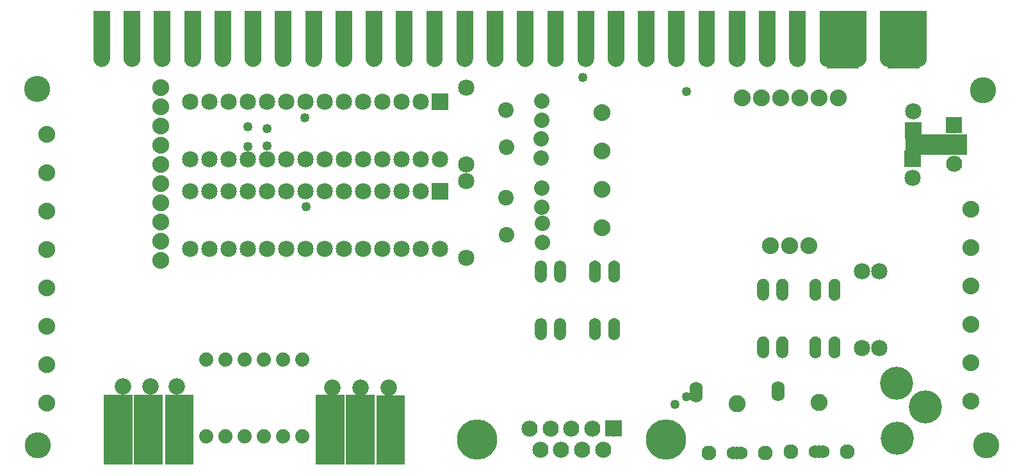
<source format=gts>
G04 MADE WITH FRITZING*
G04 WWW.FRITZING.ORG*
G04 DOUBLE SIDED*
G04 HOLES PLATED*
G04 CONTOUR ON CENTER OF CONTOUR VECTOR*
%ASAXBY*%
%FSLAX23Y23*%
%MOIN*%
%OFA0B0*%
%SFA1.0B1.0*%
%ADD10C,0.062000*%
%ADD11C,0.085000*%
%ADD12C,0.135984*%
%ADD13C,0.049370*%
%ADD14C,0.088000*%
%ADD15C,0.084000*%
%ADD16C,0.210000*%
%ADD17C,0.080000*%
%ADD18C,0.074000*%
%ADD19C,0.085433*%
%ADD20C,0.172000*%
%ADD21C,0.080925*%
%ADD22C,0.080866*%
%ADD23C,0.069065*%
%ADD24C,0.076917*%
%ADD25C,0.076944*%
%ADD26C,0.088750*%
%ADD27R,0.324961X0.108425*%
%ADD28R,0.085000X0.085000*%
%ADD29R,0.001000X0.001000*%
%LNMASK1*%
G90*
G70*
G54D10*
X3003Y704D03*
X3103Y704D03*
X3103Y1004D03*
X3003Y1004D03*
X3003Y704D03*
X3103Y704D03*
X3103Y1004D03*
X3003Y1004D03*
X2721Y704D03*
X2821Y704D03*
X2821Y1004D03*
X2721Y1004D03*
X2721Y704D03*
X2821Y704D03*
X2821Y1004D03*
X2721Y1004D03*
G54D11*
X4482Y607D03*
X4482Y1007D03*
X4392Y607D03*
X4392Y1007D03*
G54D10*
X3878Y610D03*
X3978Y610D03*
X3978Y910D03*
X3878Y910D03*
X3878Y610D03*
X3978Y610D03*
X3978Y910D03*
X3878Y910D03*
X4150Y609D03*
X4250Y609D03*
X4250Y909D03*
X4150Y909D03*
X4150Y609D03*
X4250Y609D03*
X4250Y909D03*
X4150Y909D03*
G54D12*
X2389Y129D03*
X3374Y133D03*
G54D13*
X3478Y1944D03*
X3478Y354D03*
X1494Y1807D03*
G54D14*
X148Y1721D03*
X148Y1521D03*
X148Y1321D03*
X148Y1121D03*
X148Y921D03*
X148Y721D03*
X148Y521D03*
X148Y321D03*
G54D13*
X1297Y1661D03*
X1195Y1657D03*
X1297Y1751D03*
X1195Y1760D03*
X1498Y1342D03*
G54D14*
X4270Y1910D03*
X4170Y1910D03*
X4070Y1910D03*
X3970Y1910D03*
X3870Y1910D03*
X3770Y1910D03*
X4116Y1138D03*
X4016Y1138D03*
X3916Y1138D03*
G54D15*
X3100Y187D03*
X2991Y187D03*
X2881Y187D03*
X2772Y187D03*
X2663Y187D03*
X3045Y75D03*
X2936Y75D03*
X2827Y75D03*
X2718Y75D03*
G54D16*
X3374Y131D03*
X2389Y131D03*
G54D15*
X3100Y187D03*
X2991Y187D03*
X2881Y187D03*
X2772Y187D03*
X2663Y187D03*
X3045Y75D03*
X2936Y75D03*
X2827Y75D03*
X2718Y75D03*
G54D16*
X3374Y131D03*
X2389Y131D03*
G54D12*
X5022Y1948D03*
X101Y1956D03*
X104Y98D03*
X5041Y98D03*
G54D13*
X2939Y2015D03*
X3419Y314D03*
G54D17*
X2730Y1155D03*
X2730Y1255D03*
X2727Y1340D03*
X2727Y1440D03*
X2723Y1596D03*
X2723Y1696D03*
X2727Y1793D03*
X2727Y1893D03*
G54D14*
X4959Y1329D03*
X4959Y1129D03*
X4959Y929D03*
X4959Y729D03*
X4959Y529D03*
X4959Y329D03*
X3038Y1833D03*
X3038Y1633D03*
X3038Y1433D03*
X3038Y1233D03*
G54D11*
X4660Y1738D03*
X4660Y1838D03*
X4656Y1594D03*
X4656Y1494D03*
G54D18*
X1380Y147D03*
X1280Y147D03*
X1180Y147D03*
X1080Y147D03*
X980Y147D03*
X980Y547D03*
X1080Y547D03*
X1180Y547D03*
X1280Y547D03*
X1380Y547D03*
X1480Y547D03*
X1480Y147D03*
G54D19*
X827Y405D03*
X1931Y401D03*
X691Y405D03*
X1782Y401D03*
X545Y405D03*
X1636Y401D03*
G54D15*
X4872Y1767D03*
X4872Y1667D03*
X4872Y1567D03*
X4872Y1767D03*
X4872Y1667D03*
X4872Y1567D03*
G54D20*
X4574Y424D03*
X4575Y136D03*
X4723Y299D03*
X4574Y424D03*
X4575Y136D03*
X4723Y299D03*
G54D11*
X2196Y1422D03*
X2196Y1122D03*
X2096Y1422D03*
X2096Y1122D03*
X1996Y1422D03*
X1996Y1122D03*
X1896Y1422D03*
X1896Y1122D03*
X1796Y1422D03*
X1796Y1122D03*
X1696Y1422D03*
X1696Y1122D03*
X1596Y1422D03*
X1596Y1122D03*
X1496Y1422D03*
X1496Y1122D03*
X1396Y1422D03*
X1396Y1122D03*
X1296Y1422D03*
X1296Y1122D03*
X1196Y1422D03*
X1196Y1122D03*
X1096Y1422D03*
X1096Y1122D03*
X996Y1422D03*
X996Y1122D03*
X896Y1422D03*
X896Y1122D03*
X2197Y1890D03*
X2197Y1590D03*
X2097Y1890D03*
X2097Y1590D03*
X1997Y1890D03*
X1997Y1590D03*
X1897Y1890D03*
X1897Y1590D03*
X1797Y1890D03*
X1797Y1590D03*
X1697Y1890D03*
X1697Y1590D03*
X1597Y1890D03*
X1597Y1590D03*
X1497Y1890D03*
X1497Y1590D03*
X1397Y1890D03*
X1397Y1590D03*
X1297Y1890D03*
X1297Y1590D03*
X1197Y1890D03*
X1197Y1590D03*
X1097Y1890D03*
X1097Y1590D03*
X997Y1890D03*
X997Y1590D03*
X897Y1890D03*
X897Y1590D03*
G54D21*
X2541Y1389D03*
G54D22*
X2542Y1196D03*
G54D21*
X2541Y1846D03*
G54D22*
X2542Y1653D03*
G54D11*
X2333Y1076D03*
X2333Y1476D03*
X2333Y1564D03*
X2333Y1964D03*
G54D14*
X742Y1064D03*
X742Y1164D03*
X742Y1264D03*
X742Y1364D03*
X742Y1464D03*
X742Y1564D03*
X742Y1664D03*
X742Y1764D03*
X742Y1864D03*
X742Y1964D03*
G54D23*
X3955Y401D03*
X3955Y362D03*
X3955Y381D03*
X4188Y67D03*
X4149Y67D03*
X4168Y67D03*
G54D24*
X4317Y67D03*
G54D25*
X4022Y67D03*
G54D26*
X4169Y322D03*
G54D23*
X3529Y396D03*
X3529Y357D03*
X3529Y376D03*
X3762Y61D03*
X3723Y61D03*
X3742Y61D03*
G54D24*
X3891Y61D03*
G54D25*
X3596Y61D03*
G54D26*
X3743Y317D03*
G54D27*
X4778Y1665D03*
G54D28*
X4660Y1738D03*
X4656Y1594D03*
X2196Y1422D03*
X2197Y1890D03*
G54D29*
X393Y2362D02*
X478Y2362D01*
X551Y2362D02*
X635Y2362D01*
X708Y2362D02*
X793Y2362D01*
X866Y2362D02*
X950Y2362D01*
X1023Y2362D02*
X1108Y2362D01*
X1181Y2362D02*
X1265Y2362D01*
X1338Y2362D02*
X1423Y2362D01*
X1495Y2362D02*
X1580Y2362D01*
X1653Y2362D02*
X1738Y2362D01*
X1810Y2362D02*
X1895Y2362D01*
X1968Y2362D02*
X2053Y2362D01*
X2125Y2362D02*
X2210Y2362D01*
X2283Y2362D02*
X2367Y2362D01*
X2440Y2362D02*
X2525Y2362D01*
X2598Y2362D02*
X2682Y2362D01*
X2755Y2362D02*
X2840Y2362D01*
X2913Y2362D02*
X2997Y2362D01*
X3070Y2362D02*
X3155Y2362D01*
X3227Y2362D02*
X3312Y2362D01*
X3385Y2362D02*
X3470Y2362D01*
X3542Y2362D02*
X3627Y2362D01*
X3700Y2362D02*
X3785Y2362D01*
X3857Y2362D02*
X3942Y2362D01*
X4015Y2362D02*
X4099Y2362D01*
X4172Y2362D02*
X4414Y2362D01*
X4487Y2362D02*
X4729Y2362D01*
X393Y2361D02*
X478Y2361D01*
X550Y2361D02*
X636Y2361D01*
X708Y2361D02*
X793Y2361D01*
X865Y2361D02*
X951Y2361D01*
X1023Y2361D02*
X1108Y2361D01*
X1180Y2361D02*
X1266Y2361D01*
X1338Y2361D02*
X1423Y2361D01*
X1495Y2361D02*
X1581Y2361D01*
X1652Y2361D02*
X1738Y2361D01*
X1810Y2361D02*
X1895Y2361D01*
X1967Y2361D02*
X2053Y2361D01*
X2125Y2361D02*
X2210Y2361D01*
X2282Y2361D02*
X2368Y2361D01*
X2440Y2361D02*
X2525Y2361D01*
X2597Y2361D02*
X2683Y2361D01*
X2755Y2361D02*
X2840Y2361D01*
X2912Y2361D02*
X2998Y2361D01*
X3070Y2361D02*
X3155Y2361D01*
X3227Y2361D02*
X3313Y2361D01*
X3384Y2361D02*
X3470Y2361D01*
X3542Y2361D02*
X3627Y2361D01*
X3699Y2361D02*
X3785Y2361D01*
X3857Y2361D02*
X3942Y2361D01*
X4014Y2361D02*
X4100Y2361D01*
X4172Y2361D02*
X4415Y2361D01*
X4487Y2361D02*
X4730Y2361D01*
X393Y2360D02*
X478Y2360D01*
X550Y2360D02*
X636Y2360D01*
X708Y2360D02*
X793Y2360D01*
X865Y2360D02*
X951Y2360D01*
X1023Y2360D02*
X1108Y2360D01*
X1180Y2360D02*
X1266Y2360D01*
X1338Y2360D02*
X1423Y2360D01*
X1495Y2360D02*
X1581Y2360D01*
X1652Y2360D02*
X1738Y2360D01*
X1810Y2360D02*
X1895Y2360D01*
X1967Y2360D02*
X2053Y2360D01*
X2125Y2360D02*
X2210Y2360D01*
X2282Y2360D02*
X2368Y2360D01*
X2440Y2360D02*
X2525Y2360D01*
X2597Y2360D02*
X2683Y2360D01*
X2755Y2360D02*
X2840Y2360D01*
X2912Y2360D02*
X2998Y2360D01*
X3070Y2360D02*
X3155Y2360D01*
X3227Y2360D02*
X3313Y2360D01*
X3384Y2360D02*
X3470Y2360D01*
X3542Y2360D02*
X3627Y2360D01*
X3699Y2360D02*
X3785Y2360D01*
X3857Y2360D02*
X3942Y2360D01*
X4014Y2360D02*
X4100Y2360D01*
X4172Y2360D02*
X4415Y2360D01*
X4487Y2360D02*
X4730Y2360D01*
X393Y2359D02*
X478Y2359D01*
X550Y2359D02*
X636Y2359D01*
X708Y2359D02*
X793Y2359D01*
X865Y2359D02*
X951Y2359D01*
X1023Y2359D02*
X1108Y2359D01*
X1180Y2359D02*
X1266Y2359D01*
X1338Y2359D02*
X1423Y2359D01*
X1495Y2359D02*
X1581Y2359D01*
X1652Y2359D02*
X1738Y2359D01*
X1810Y2359D02*
X1895Y2359D01*
X1967Y2359D02*
X2053Y2359D01*
X2125Y2359D02*
X2210Y2359D01*
X2282Y2359D02*
X2368Y2359D01*
X2440Y2359D02*
X2525Y2359D01*
X2597Y2359D02*
X2683Y2359D01*
X2755Y2359D02*
X2840Y2359D01*
X2912Y2359D02*
X2998Y2359D01*
X3070Y2359D02*
X3155Y2359D01*
X3227Y2359D02*
X3313Y2359D01*
X3384Y2359D02*
X3470Y2359D01*
X3542Y2359D02*
X3627Y2359D01*
X3699Y2359D02*
X3785Y2359D01*
X3857Y2359D02*
X3942Y2359D01*
X4014Y2359D02*
X4100Y2359D01*
X4172Y2359D02*
X4415Y2359D01*
X4487Y2359D02*
X4730Y2359D01*
X393Y2358D02*
X478Y2358D01*
X550Y2358D02*
X636Y2358D01*
X708Y2358D02*
X793Y2358D01*
X865Y2358D02*
X951Y2358D01*
X1023Y2358D02*
X1108Y2358D01*
X1180Y2358D02*
X1266Y2358D01*
X1338Y2358D02*
X1423Y2358D01*
X1495Y2358D02*
X1581Y2358D01*
X1652Y2358D02*
X1738Y2358D01*
X1810Y2358D02*
X1895Y2358D01*
X1967Y2358D02*
X2053Y2358D01*
X2125Y2358D02*
X2210Y2358D01*
X2282Y2358D02*
X2368Y2358D01*
X2440Y2358D02*
X2525Y2358D01*
X2597Y2358D02*
X2683Y2358D01*
X2755Y2358D02*
X2840Y2358D01*
X2912Y2358D02*
X2998Y2358D01*
X3070Y2358D02*
X3155Y2358D01*
X3227Y2358D02*
X3313Y2358D01*
X3384Y2358D02*
X3470Y2358D01*
X3542Y2358D02*
X3627Y2358D01*
X3699Y2358D02*
X3785Y2358D01*
X3857Y2358D02*
X3942Y2358D01*
X4014Y2358D02*
X4100Y2358D01*
X4172Y2358D02*
X4415Y2358D01*
X4487Y2358D02*
X4730Y2358D01*
X393Y2357D02*
X478Y2357D01*
X550Y2357D02*
X636Y2357D01*
X708Y2357D02*
X793Y2357D01*
X865Y2357D02*
X951Y2357D01*
X1023Y2357D02*
X1108Y2357D01*
X1180Y2357D02*
X1266Y2357D01*
X1338Y2357D02*
X1423Y2357D01*
X1495Y2357D02*
X1581Y2357D01*
X1652Y2357D02*
X1738Y2357D01*
X1810Y2357D02*
X1895Y2357D01*
X1967Y2357D02*
X2053Y2357D01*
X2125Y2357D02*
X2210Y2357D01*
X2282Y2357D02*
X2368Y2357D01*
X2440Y2357D02*
X2525Y2357D01*
X2597Y2357D02*
X2683Y2357D01*
X2755Y2357D02*
X2840Y2357D01*
X2912Y2357D02*
X2998Y2357D01*
X3070Y2357D02*
X3155Y2357D01*
X3227Y2357D02*
X3313Y2357D01*
X3384Y2357D02*
X3470Y2357D01*
X3542Y2357D02*
X3627Y2357D01*
X3699Y2357D02*
X3785Y2357D01*
X3857Y2357D02*
X3942Y2357D01*
X4014Y2357D02*
X4100Y2357D01*
X4172Y2357D02*
X4415Y2357D01*
X4487Y2357D02*
X4730Y2357D01*
X393Y2356D02*
X478Y2356D01*
X550Y2356D02*
X636Y2356D01*
X708Y2356D02*
X793Y2356D01*
X865Y2356D02*
X951Y2356D01*
X1023Y2356D02*
X1108Y2356D01*
X1180Y2356D02*
X1266Y2356D01*
X1338Y2356D02*
X1423Y2356D01*
X1495Y2356D02*
X1581Y2356D01*
X1652Y2356D02*
X1738Y2356D01*
X1810Y2356D02*
X1895Y2356D01*
X1967Y2356D02*
X2053Y2356D01*
X2125Y2356D02*
X2210Y2356D01*
X2282Y2356D02*
X2368Y2356D01*
X2440Y2356D02*
X2525Y2356D01*
X2597Y2356D02*
X2683Y2356D01*
X2755Y2356D02*
X2840Y2356D01*
X2912Y2356D02*
X2998Y2356D01*
X3070Y2356D02*
X3155Y2356D01*
X3227Y2356D02*
X3313Y2356D01*
X3384Y2356D02*
X3470Y2356D01*
X3542Y2356D02*
X3627Y2356D01*
X3699Y2356D02*
X3785Y2356D01*
X3857Y2356D02*
X3942Y2356D01*
X4014Y2356D02*
X4100Y2356D01*
X4172Y2356D02*
X4415Y2356D01*
X4487Y2356D02*
X4730Y2356D01*
X393Y2355D02*
X478Y2355D01*
X550Y2355D02*
X636Y2355D01*
X708Y2355D02*
X793Y2355D01*
X865Y2355D02*
X951Y2355D01*
X1023Y2355D02*
X1108Y2355D01*
X1180Y2355D02*
X1266Y2355D01*
X1338Y2355D02*
X1423Y2355D01*
X1495Y2355D02*
X1581Y2355D01*
X1652Y2355D02*
X1738Y2355D01*
X1810Y2355D02*
X1895Y2355D01*
X1967Y2355D02*
X2053Y2355D01*
X2125Y2355D02*
X2210Y2355D01*
X2282Y2355D02*
X2368Y2355D01*
X2440Y2355D02*
X2525Y2355D01*
X2597Y2355D02*
X2683Y2355D01*
X2755Y2355D02*
X2840Y2355D01*
X2912Y2355D02*
X2998Y2355D01*
X3070Y2355D02*
X3155Y2355D01*
X3227Y2355D02*
X3313Y2355D01*
X3384Y2355D02*
X3470Y2355D01*
X3542Y2355D02*
X3627Y2355D01*
X3699Y2355D02*
X3785Y2355D01*
X3857Y2355D02*
X3942Y2355D01*
X4014Y2355D02*
X4100Y2355D01*
X4172Y2355D02*
X4415Y2355D01*
X4487Y2355D02*
X4730Y2355D01*
X393Y2354D02*
X478Y2354D01*
X550Y2354D02*
X636Y2354D01*
X708Y2354D02*
X793Y2354D01*
X865Y2354D02*
X951Y2354D01*
X1023Y2354D02*
X1108Y2354D01*
X1180Y2354D02*
X1266Y2354D01*
X1338Y2354D02*
X1423Y2354D01*
X1495Y2354D02*
X1581Y2354D01*
X1652Y2354D02*
X1738Y2354D01*
X1810Y2354D02*
X1895Y2354D01*
X1967Y2354D02*
X2053Y2354D01*
X2125Y2354D02*
X2210Y2354D01*
X2282Y2354D02*
X2368Y2354D01*
X2440Y2354D02*
X2525Y2354D01*
X2597Y2354D02*
X2683Y2354D01*
X2755Y2354D02*
X2840Y2354D01*
X2912Y2354D02*
X2998Y2354D01*
X3070Y2354D02*
X3155Y2354D01*
X3227Y2354D02*
X3313Y2354D01*
X3384Y2354D02*
X3470Y2354D01*
X3542Y2354D02*
X3627Y2354D01*
X3699Y2354D02*
X3785Y2354D01*
X3857Y2354D02*
X3942Y2354D01*
X4014Y2354D02*
X4100Y2354D01*
X4172Y2354D02*
X4415Y2354D01*
X4487Y2354D02*
X4730Y2354D01*
X393Y2353D02*
X478Y2353D01*
X550Y2353D02*
X636Y2353D01*
X708Y2353D02*
X793Y2353D01*
X865Y2353D02*
X951Y2353D01*
X1023Y2353D02*
X1108Y2353D01*
X1180Y2353D02*
X1266Y2353D01*
X1338Y2353D02*
X1423Y2353D01*
X1495Y2353D02*
X1581Y2353D01*
X1652Y2353D02*
X1738Y2353D01*
X1810Y2353D02*
X1895Y2353D01*
X1967Y2353D02*
X2053Y2353D01*
X2125Y2353D02*
X2210Y2353D01*
X2282Y2353D02*
X2368Y2353D01*
X2440Y2353D02*
X2525Y2353D01*
X2597Y2353D02*
X2683Y2353D01*
X2755Y2353D02*
X2840Y2353D01*
X2912Y2353D02*
X2998Y2353D01*
X3070Y2353D02*
X3155Y2353D01*
X3227Y2353D02*
X3313Y2353D01*
X3384Y2353D02*
X3470Y2353D01*
X3542Y2353D02*
X3627Y2353D01*
X3699Y2353D02*
X3785Y2353D01*
X3857Y2353D02*
X3942Y2353D01*
X4014Y2353D02*
X4100Y2353D01*
X4172Y2353D02*
X4415Y2353D01*
X4487Y2353D02*
X4730Y2353D01*
X393Y2352D02*
X478Y2352D01*
X550Y2352D02*
X636Y2352D01*
X708Y2352D02*
X793Y2352D01*
X865Y2352D02*
X951Y2352D01*
X1023Y2352D02*
X1108Y2352D01*
X1180Y2352D02*
X1266Y2352D01*
X1338Y2352D02*
X1423Y2352D01*
X1495Y2352D02*
X1581Y2352D01*
X1652Y2352D02*
X1738Y2352D01*
X1810Y2352D02*
X1895Y2352D01*
X1967Y2352D02*
X2053Y2352D01*
X2125Y2352D02*
X2210Y2352D01*
X2282Y2352D02*
X2368Y2352D01*
X2440Y2352D02*
X2525Y2352D01*
X2597Y2352D02*
X2683Y2352D01*
X2755Y2352D02*
X2840Y2352D01*
X2912Y2352D02*
X2998Y2352D01*
X3070Y2352D02*
X3155Y2352D01*
X3227Y2352D02*
X3313Y2352D01*
X3384Y2352D02*
X3470Y2352D01*
X3542Y2352D02*
X3627Y2352D01*
X3699Y2352D02*
X3785Y2352D01*
X3857Y2352D02*
X3942Y2352D01*
X4014Y2352D02*
X4100Y2352D01*
X4172Y2352D02*
X4415Y2352D01*
X4487Y2352D02*
X4730Y2352D01*
X393Y2351D02*
X478Y2351D01*
X550Y2351D02*
X636Y2351D01*
X708Y2351D02*
X793Y2351D01*
X865Y2351D02*
X951Y2351D01*
X1023Y2351D02*
X1108Y2351D01*
X1180Y2351D02*
X1266Y2351D01*
X1338Y2351D02*
X1423Y2351D01*
X1495Y2351D02*
X1581Y2351D01*
X1652Y2351D02*
X1738Y2351D01*
X1810Y2351D02*
X1895Y2351D01*
X1967Y2351D02*
X2053Y2351D01*
X2125Y2351D02*
X2210Y2351D01*
X2282Y2351D02*
X2368Y2351D01*
X2440Y2351D02*
X2525Y2351D01*
X2597Y2351D02*
X2683Y2351D01*
X2755Y2351D02*
X2840Y2351D01*
X2912Y2351D02*
X2998Y2351D01*
X3070Y2351D02*
X3155Y2351D01*
X3227Y2351D02*
X3313Y2351D01*
X3384Y2351D02*
X3470Y2351D01*
X3542Y2351D02*
X3627Y2351D01*
X3699Y2351D02*
X3785Y2351D01*
X3857Y2351D02*
X3942Y2351D01*
X4014Y2351D02*
X4100Y2351D01*
X4172Y2351D02*
X4415Y2351D01*
X4487Y2351D02*
X4730Y2351D01*
X393Y2350D02*
X478Y2350D01*
X550Y2350D02*
X636Y2350D01*
X708Y2350D02*
X793Y2350D01*
X865Y2350D02*
X951Y2350D01*
X1023Y2350D02*
X1108Y2350D01*
X1180Y2350D02*
X1266Y2350D01*
X1338Y2350D02*
X1423Y2350D01*
X1495Y2350D02*
X1581Y2350D01*
X1652Y2350D02*
X1738Y2350D01*
X1810Y2350D02*
X1895Y2350D01*
X1967Y2350D02*
X2053Y2350D01*
X2125Y2350D02*
X2210Y2350D01*
X2282Y2350D02*
X2368Y2350D01*
X2440Y2350D02*
X2525Y2350D01*
X2597Y2350D02*
X2683Y2350D01*
X2755Y2350D02*
X2840Y2350D01*
X2912Y2350D02*
X2998Y2350D01*
X3070Y2350D02*
X3155Y2350D01*
X3227Y2350D02*
X3313Y2350D01*
X3384Y2350D02*
X3470Y2350D01*
X3542Y2350D02*
X3627Y2350D01*
X3699Y2350D02*
X3785Y2350D01*
X3857Y2350D02*
X3942Y2350D01*
X4014Y2350D02*
X4100Y2350D01*
X4172Y2350D02*
X4415Y2350D01*
X4487Y2350D02*
X4730Y2350D01*
X393Y2349D02*
X478Y2349D01*
X550Y2349D02*
X636Y2349D01*
X708Y2349D02*
X793Y2349D01*
X865Y2349D02*
X951Y2349D01*
X1023Y2349D02*
X1108Y2349D01*
X1180Y2349D02*
X1266Y2349D01*
X1338Y2349D02*
X1423Y2349D01*
X1495Y2349D02*
X1581Y2349D01*
X1652Y2349D02*
X1738Y2349D01*
X1810Y2349D02*
X1895Y2349D01*
X1967Y2349D02*
X2053Y2349D01*
X2125Y2349D02*
X2210Y2349D01*
X2282Y2349D02*
X2368Y2349D01*
X2440Y2349D02*
X2525Y2349D01*
X2597Y2349D02*
X2683Y2349D01*
X2755Y2349D02*
X2840Y2349D01*
X2912Y2349D02*
X2998Y2349D01*
X3070Y2349D02*
X3155Y2349D01*
X3227Y2349D02*
X3313Y2349D01*
X3384Y2349D02*
X3470Y2349D01*
X3542Y2349D02*
X3627Y2349D01*
X3699Y2349D02*
X3785Y2349D01*
X3857Y2349D02*
X3942Y2349D01*
X4014Y2349D02*
X4100Y2349D01*
X4172Y2349D02*
X4415Y2349D01*
X4487Y2349D02*
X4730Y2349D01*
X393Y2348D02*
X478Y2348D01*
X550Y2348D02*
X636Y2348D01*
X708Y2348D02*
X793Y2348D01*
X865Y2348D02*
X951Y2348D01*
X1023Y2348D02*
X1108Y2348D01*
X1180Y2348D02*
X1266Y2348D01*
X1338Y2348D02*
X1423Y2348D01*
X1495Y2348D02*
X1581Y2348D01*
X1652Y2348D02*
X1738Y2348D01*
X1810Y2348D02*
X1895Y2348D01*
X1967Y2348D02*
X2053Y2348D01*
X2125Y2348D02*
X2210Y2348D01*
X2282Y2348D02*
X2368Y2348D01*
X2440Y2348D02*
X2525Y2348D01*
X2597Y2348D02*
X2683Y2348D01*
X2755Y2348D02*
X2840Y2348D01*
X2912Y2348D02*
X2998Y2348D01*
X3070Y2348D02*
X3155Y2348D01*
X3227Y2348D02*
X3313Y2348D01*
X3384Y2348D02*
X3470Y2348D01*
X3542Y2348D02*
X3627Y2348D01*
X3699Y2348D02*
X3785Y2348D01*
X3857Y2348D02*
X3942Y2348D01*
X4014Y2348D02*
X4100Y2348D01*
X4172Y2348D02*
X4415Y2348D01*
X4487Y2348D02*
X4730Y2348D01*
X393Y2347D02*
X478Y2347D01*
X550Y2347D02*
X636Y2347D01*
X708Y2347D02*
X793Y2347D01*
X865Y2347D02*
X951Y2347D01*
X1023Y2347D02*
X1108Y2347D01*
X1180Y2347D02*
X1266Y2347D01*
X1338Y2347D02*
X1423Y2347D01*
X1495Y2347D02*
X1581Y2347D01*
X1652Y2347D02*
X1738Y2347D01*
X1810Y2347D02*
X1895Y2347D01*
X1967Y2347D02*
X2053Y2347D01*
X2125Y2347D02*
X2210Y2347D01*
X2282Y2347D02*
X2368Y2347D01*
X2440Y2347D02*
X2525Y2347D01*
X2597Y2347D02*
X2683Y2347D01*
X2755Y2347D02*
X2840Y2347D01*
X2912Y2347D02*
X2998Y2347D01*
X3070Y2347D02*
X3155Y2347D01*
X3227Y2347D02*
X3313Y2347D01*
X3384Y2347D02*
X3470Y2347D01*
X3542Y2347D02*
X3627Y2347D01*
X3699Y2347D02*
X3785Y2347D01*
X3857Y2347D02*
X3942Y2347D01*
X4014Y2347D02*
X4100Y2347D01*
X4172Y2347D02*
X4415Y2347D01*
X4487Y2347D02*
X4730Y2347D01*
X393Y2346D02*
X478Y2346D01*
X550Y2346D02*
X636Y2346D01*
X708Y2346D02*
X793Y2346D01*
X865Y2346D02*
X951Y2346D01*
X1023Y2346D02*
X1108Y2346D01*
X1180Y2346D02*
X1266Y2346D01*
X1338Y2346D02*
X1423Y2346D01*
X1495Y2346D02*
X1581Y2346D01*
X1652Y2346D02*
X1738Y2346D01*
X1810Y2346D02*
X1895Y2346D01*
X1967Y2346D02*
X2053Y2346D01*
X2125Y2346D02*
X2210Y2346D01*
X2282Y2346D02*
X2368Y2346D01*
X2440Y2346D02*
X2525Y2346D01*
X2597Y2346D02*
X2683Y2346D01*
X2755Y2346D02*
X2840Y2346D01*
X2912Y2346D02*
X2998Y2346D01*
X3070Y2346D02*
X3155Y2346D01*
X3227Y2346D02*
X3313Y2346D01*
X3384Y2346D02*
X3470Y2346D01*
X3542Y2346D02*
X3627Y2346D01*
X3699Y2346D02*
X3785Y2346D01*
X3857Y2346D02*
X3942Y2346D01*
X4014Y2346D02*
X4100Y2346D01*
X4172Y2346D02*
X4415Y2346D01*
X4487Y2346D02*
X4730Y2346D01*
X393Y2345D02*
X478Y2345D01*
X550Y2345D02*
X636Y2345D01*
X708Y2345D02*
X793Y2345D01*
X865Y2345D02*
X951Y2345D01*
X1023Y2345D02*
X1108Y2345D01*
X1180Y2345D02*
X1266Y2345D01*
X1338Y2345D02*
X1423Y2345D01*
X1495Y2345D02*
X1581Y2345D01*
X1652Y2345D02*
X1738Y2345D01*
X1810Y2345D02*
X1895Y2345D01*
X1967Y2345D02*
X2053Y2345D01*
X2125Y2345D02*
X2210Y2345D01*
X2282Y2345D02*
X2368Y2345D01*
X2440Y2345D02*
X2525Y2345D01*
X2597Y2345D02*
X2683Y2345D01*
X2755Y2345D02*
X2840Y2345D01*
X2912Y2345D02*
X2998Y2345D01*
X3070Y2345D02*
X3155Y2345D01*
X3227Y2345D02*
X3313Y2345D01*
X3384Y2345D02*
X3470Y2345D01*
X3542Y2345D02*
X3627Y2345D01*
X3699Y2345D02*
X3785Y2345D01*
X3857Y2345D02*
X3942Y2345D01*
X4014Y2345D02*
X4100Y2345D01*
X4172Y2345D02*
X4415Y2345D01*
X4487Y2345D02*
X4730Y2345D01*
X393Y2344D02*
X478Y2344D01*
X550Y2344D02*
X636Y2344D01*
X708Y2344D02*
X793Y2344D01*
X865Y2344D02*
X951Y2344D01*
X1023Y2344D02*
X1108Y2344D01*
X1180Y2344D02*
X1266Y2344D01*
X1338Y2344D02*
X1423Y2344D01*
X1495Y2344D02*
X1581Y2344D01*
X1652Y2344D02*
X1738Y2344D01*
X1810Y2344D02*
X1895Y2344D01*
X1967Y2344D02*
X2053Y2344D01*
X2125Y2344D02*
X2210Y2344D01*
X2282Y2344D02*
X2368Y2344D01*
X2440Y2344D02*
X2525Y2344D01*
X2597Y2344D02*
X2683Y2344D01*
X2755Y2344D02*
X2840Y2344D01*
X2912Y2344D02*
X2998Y2344D01*
X3070Y2344D02*
X3155Y2344D01*
X3227Y2344D02*
X3313Y2344D01*
X3384Y2344D02*
X3470Y2344D01*
X3542Y2344D02*
X3627Y2344D01*
X3699Y2344D02*
X3785Y2344D01*
X3857Y2344D02*
X3942Y2344D01*
X4014Y2344D02*
X4100Y2344D01*
X4172Y2344D02*
X4415Y2344D01*
X4487Y2344D02*
X4730Y2344D01*
X393Y2343D02*
X478Y2343D01*
X550Y2343D02*
X636Y2343D01*
X708Y2343D02*
X793Y2343D01*
X865Y2343D02*
X951Y2343D01*
X1023Y2343D02*
X1108Y2343D01*
X1180Y2343D02*
X1266Y2343D01*
X1338Y2343D02*
X1423Y2343D01*
X1495Y2343D02*
X1581Y2343D01*
X1652Y2343D02*
X1738Y2343D01*
X1810Y2343D02*
X1895Y2343D01*
X1967Y2343D02*
X2053Y2343D01*
X2125Y2343D02*
X2210Y2343D01*
X2282Y2343D02*
X2368Y2343D01*
X2440Y2343D02*
X2525Y2343D01*
X2597Y2343D02*
X2683Y2343D01*
X2755Y2343D02*
X2840Y2343D01*
X2912Y2343D02*
X2998Y2343D01*
X3070Y2343D02*
X3155Y2343D01*
X3227Y2343D02*
X3313Y2343D01*
X3384Y2343D02*
X3470Y2343D01*
X3542Y2343D02*
X3627Y2343D01*
X3699Y2343D02*
X3785Y2343D01*
X3857Y2343D02*
X3942Y2343D01*
X4014Y2343D02*
X4100Y2343D01*
X4172Y2343D02*
X4415Y2343D01*
X4487Y2343D02*
X4730Y2343D01*
X393Y2342D02*
X478Y2342D01*
X550Y2342D02*
X636Y2342D01*
X708Y2342D02*
X793Y2342D01*
X865Y2342D02*
X951Y2342D01*
X1023Y2342D02*
X1108Y2342D01*
X1180Y2342D02*
X1266Y2342D01*
X1338Y2342D02*
X1423Y2342D01*
X1495Y2342D02*
X1581Y2342D01*
X1652Y2342D02*
X1738Y2342D01*
X1810Y2342D02*
X1895Y2342D01*
X1967Y2342D02*
X2053Y2342D01*
X2125Y2342D02*
X2210Y2342D01*
X2282Y2342D02*
X2368Y2342D01*
X2440Y2342D02*
X2525Y2342D01*
X2597Y2342D02*
X2683Y2342D01*
X2755Y2342D02*
X2840Y2342D01*
X2912Y2342D02*
X2998Y2342D01*
X3070Y2342D02*
X3155Y2342D01*
X3227Y2342D02*
X3313Y2342D01*
X3384Y2342D02*
X3470Y2342D01*
X3542Y2342D02*
X3627Y2342D01*
X3699Y2342D02*
X3785Y2342D01*
X3857Y2342D02*
X3942Y2342D01*
X4014Y2342D02*
X4100Y2342D01*
X4172Y2342D02*
X4415Y2342D01*
X4487Y2342D02*
X4730Y2342D01*
X393Y2341D02*
X478Y2341D01*
X550Y2341D02*
X636Y2341D01*
X708Y2341D02*
X793Y2341D01*
X865Y2341D02*
X951Y2341D01*
X1023Y2341D02*
X1108Y2341D01*
X1180Y2341D02*
X1266Y2341D01*
X1338Y2341D02*
X1423Y2341D01*
X1495Y2341D02*
X1581Y2341D01*
X1652Y2341D02*
X1738Y2341D01*
X1810Y2341D02*
X1895Y2341D01*
X1967Y2341D02*
X2053Y2341D01*
X2125Y2341D02*
X2210Y2341D01*
X2282Y2341D02*
X2368Y2341D01*
X2440Y2341D02*
X2525Y2341D01*
X2597Y2341D02*
X2683Y2341D01*
X2755Y2341D02*
X2840Y2341D01*
X2912Y2341D02*
X2998Y2341D01*
X3070Y2341D02*
X3155Y2341D01*
X3227Y2341D02*
X3313Y2341D01*
X3384Y2341D02*
X3470Y2341D01*
X3542Y2341D02*
X3627Y2341D01*
X3699Y2341D02*
X3785Y2341D01*
X3857Y2341D02*
X3942Y2341D01*
X4014Y2341D02*
X4100Y2341D01*
X4172Y2341D02*
X4415Y2341D01*
X4487Y2341D02*
X4730Y2341D01*
X393Y2340D02*
X478Y2340D01*
X550Y2340D02*
X636Y2340D01*
X708Y2340D02*
X793Y2340D01*
X865Y2340D02*
X951Y2340D01*
X1023Y2340D02*
X1108Y2340D01*
X1180Y2340D02*
X1266Y2340D01*
X1338Y2340D02*
X1423Y2340D01*
X1495Y2340D02*
X1581Y2340D01*
X1652Y2340D02*
X1738Y2340D01*
X1810Y2340D02*
X1895Y2340D01*
X1967Y2340D02*
X2053Y2340D01*
X2125Y2340D02*
X2210Y2340D01*
X2282Y2340D02*
X2368Y2340D01*
X2440Y2340D02*
X2525Y2340D01*
X2597Y2340D02*
X2683Y2340D01*
X2755Y2340D02*
X2840Y2340D01*
X2912Y2340D02*
X2998Y2340D01*
X3070Y2340D02*
X3155Y2340D01*
X3227Y2340D02*
X3313Y2340D01*
X3384Y2340D02*
X3470Y2340D01*
X3542Y2340D02*
X3627Y2340D01*
X3699Y2340D02*
X3785Y2340D01*
X3857Y2340D02*
X3942Y2340D01*
X4014Y2340D02*
X4100Y2340D01*
X4172Y2340D02*
X4415Y2340D01*
X4487Y2340D02*
X4730Y2340D01*
X393Y2339D02*
X478Y2339D01*
X550Y2339D02*
X636Y2339D01*
X708Y2339D02*
X793Y2339D01*
X865Y2339D02*
X951Y2339D01*
X1023Y2339D02*
X1108Y2339D01*
X1180Y2339D02*
X1266Y2339D01*
X1338Y2339D02*
X1423Y2339D01*
X1495Y2339D02*
X1581Y2339D01*
X1652Y2339D02*
X1738Y2339D01*
X1810Y2339D02*
X1895Y2339D01*
X1967Y2339D02*
X2053Y2339D01*
X2125Y2339D02*
X2210Y2339D01*
X2282Y2339D02*
X2368Y2339D01*
X2440Y2339D02*
X2525Y2339D01*
X2597Y2339D02*
X2683Y2339D01*
X2755Y2339D02*
X2840Y2339D01*
X2912Y2339D02*
X2998Y2339D01*
X3070Y2339D02*
X3155Y2339D01*
X3227Y2339D02*
X3313Y2339D01*
X3384Y2339D02*
X3470Y2339D01*
X3542Y2339D02*
X3627Y2339D01*
X3699Y2339D02*
X3785Y2339D01*
X3857Y2339D02*
X3942Y2339D01*
X4014Y2339D02*
X4100Y2339D01*
X4172Y2339D02*
X4415Y2339D01*
X4487Y2339D02*
X4730Y2339D01*
X393Y2338D02*
X478Y2338D01*
X550Y2338D02*
X636Y2338D01*
X708Y2338D02*
X793Y2338D01*
X865Y2338D02*
X951Y2338D01*
X1023Y2338D02*
X1108Y2338D01*
X1180Y2338D02*
X1266Y2338D01*
X1338Y2338D02*
X1423Y2338D01*
X1495Y2338D02*
X1581Y2338D01*
X1652Y2338D02*
X1738Y2338D01*
X1810Y2338D02*
X1895Y2338D01*
X1967Y2338D02*
X2053Y2338D01*
X2125Y2338D02*
X2210Y2338D01*
X2282Y2338D02*
X2368Y2338D01*
X2440Y2338D02*
X2525Y2338D01*
X2597Y2338D02*
X2683Y2338D01*
X2755Y2338D02*
X2840Y2338D01*
X2912Y2338D02*
X2998Y2338D01*
X3070Y2338D02*
X3155Y2338D01*
X3227Y2338D02*
X3313Y2338D01*
X3384Y2338D02*
X3470Y2338D01*
X3542Y2338D02*
X3627Y2338D01*
X3699Y2338D02*
X3785Y2338D01*
X3857Y2338D02*
X3942Y2338D01*
X4014Y2338D02*
X4100Y2338D01*
X4172Y2338D02*
X4415Y2338D01*
X4487Y2338D02*
X4730Y2338D01*
X393Y2337D02*
X478Y2337D01*
X550Y2337D02*
X636Y2337D01*
X708Y2337D02*
X793Y2337D01*
X865Y2337D02*
X951Y2337D01*
X1023Y2337D02*
X1108Y2337D01*
X1180Y2337D02*
X1266Y2337D01*
X1338Y2337D02*
X1423Y2337D01*
X1495Y2337D02*
X1581Y2337D01*
X1652Y2337D02*
X1738Y2337D01*
X1810Y2337D02*
X1895Y2337D01*
X1967Y2337D02*
X2053Y2337D01*
X2125Y2337D02*
X2210Y2337D01*
X2282Y2337D02*
X2368Y2337D01*
X2440Y2337D02*
X2525Y2337D01*
X2597Y2337D02*
X2683Y2337D01*
X2755Y2337D02*
X2840Y2337D01*
X2912Y2337D02*
X2998Y2337D01*
X3070Y2337D02*
X3155Y2337D01*
X3227Y2337D02*
X3313Y2337D01*
X3384Y2337D02*
X3470Y2337D01*
X3542Y2337D02*
X3627Y2337D01*
X3699Y2337D02*
X3785Y2337D01*
X3857Y2337D02*
X3942Y2337D01*
X4014Y2337D02*
X4100Y2337D01*
X4172Y2337D02*
X4415Y2337D01*
X4487Y2337D02*
X4730Y2337D01*
X393Y2336D02*
X478Y2336D01*
X550Y2336D02*
X636Y2336D01*
X708Y2336D02*
X793Y2336D01*
X865Y2336D02*
X951Y2336D01*
X1023Y2336D02*
X1108Y2336D01*
X1180Y2336D02*
X1266Y2336D01*
X1338Y2336D02*
X1423Y2336D01*
X1495Y2336D02*
X1581Y2336D01*
X1652Y2336D02*
X1738Y2336D01*
X1810Y2336D02*
X1895Y2336D01*
X1967Y2336D02*
X2053Y2336D01*
X2125Y2336D02*
X2210Y2336D01*
X2282Y2336D02*
X2368Y2336D01*
X2440Y2336D02*
X2525Y2336D01*
X2597Y2336D02*
X2683Y2336D01*
X2755Y2336D02*
X2840Y2336D01*
X2912Y2336D02*
X2998Y2336D01*
X3070Y2336D02*
X3155Y2336D01*
X3227Y2336D02*
X3313Y2336D01*
X3384Y2336D02*
X3470Y2336D01*
X3542Y2336D02*
X3627Y2336D01*
X3699Y2336D02*
X3785Y2336D01*
X3857Y2336D02*
X3942Y2336D01*
X4014Y2336D02*
X4100Y2336D01*
X4172Y2336D02*
X4415Y2336D01*
X4487Y2336D02*
X4730Y2336D01*
X393Y2335D02*
X478Y2335D01*
X550Y2335D02*
X636Y2335D01*
X708Y2335D02*
X793Y2335D01*
X865Y2335D02*
X951Y2335D01*
X1023Y2335D02*
X1108Y2335D01*
X1180Y2335D02*
X1266Y2335D01*
X1338Y2335D02*
X1423Y2335D01*
X1495Y2335D02*
X1581Y2335D01*
X1652Y2335D02*
X1738Y2335D01*
X1810Y2335D02*
X1895Y2335D01*
X1967Y2335D02*
X2053Y2335D01*
X2125Y2335D02*
X2210Y2335D01*
X2282Y2335D02*
X2368Y2335D01*
X2440Y2335D02*
X2525Y2335D01*
X2597Y2335D02*
X2683Y2335D01*
X2755Y2335D02*
X2840Y2335D01*
X2912Y2335D02*
X2998Y2335D01*
X3070Y2335D02*
X3155Y2335D01*
X3227Y2335D02*
X3313Y2335D01*
X3384Y2335D02*
X3470Y2335D01*
X3542Y2335D02*
X3627Y2335D01*
X3699Y2335D02*
X3785Y2335D01*
X3857Y2335D02*
X3942Y2335D01*
X4014Y2335D02*
X4100Y2335D01*
X4172Y2335D02*
X4415Y2335D01*
X4487Y2335D02*
X4730Y2335D01*
X393Y2334D02*
X478Y2334D01*
X550Y2334D02*
X636Y2334D01*
X708Y2334D02*
X793Y2334D01*
X865Y2334D02*
X951Y2334D01*
X1023Y2334D02*
X1108Y2334D01*
X1180Y2334D02*
X1266Y2334D01*
X1338Y2334D02*
X1423Y2334D01*
X1495Y2334D02*
X1581Y2334D01*
X1652Y2334D02*
X1738Y2334D01*
X1810Y2334D02*
X1895Y2334D01*
X1967Y2334D02*
X2053Y2334D01*
X2125Y2334D02*
X2210Y2334D01*
X2282Y2334D02*
X2368Y2334D01*
X2440Y2334D02*
X2525Y2334D01*
X2597Y2334D02*
X2683Y2334D01*
X2755Y2334D02*
X2840Y2334D01*
X2912Y2334D02*
X2998Y2334D01*
X3070Y2334D02*
X3155Y2334D01*
X3227Y2334D02*
X3313Y2334D01*
X3384Y2334D02*
X3470Y2334D01*
X3542Y2334D02*
X3627Y2334D01*
X3699Y2334D02*
X3785Y2334D01*
X3857Y2334D02*
X3942Y2334D01*
X4014Y2334D02*
X4100Y2334D01*
X4172Y2334D02*
X4415Y2334D01*
X4487Y2334D02*
X4730Y2334D01*
X393Y2333D02*
X478Y2333D01*
X550Y2333D02*
X636Y2333D01*
X708Y2333D02*
X793Y2333D01*
X865Y2333D02*
X951Y2333D01*
X1023Y2333D02*
X1108Y2333D01*
X1180Y2333D02*
X1266Y2333D01*
X1338Y2333D02*
X1423Y2333D01*
X1495Y2333D02*
X1581Y2333D01*
X1652Y2333D02*
X1738Y2333D01*
X1810Y2333D02*
X1895Y2333D01*
X1967Y2333D02*
X2053Y2333D01*
X2125Y2333D02*
X2210Y2333D01*
X2282Y2333D02*
X2368Y2333D01*
X2440Y2333D02*
X2525Y2333D01*
X2597Y2333D02*
X2683Y2333D01*
X2755Y2333D02*
X2840Y2333D01*
X2912Y2333D02*
X2998Y2333D01*
X3070Y2333D02*
X3155Y2333D01*
X3227Y2333D02*
X3313Y2333D01*
X3384Y2333D02*
X3470Y2333D01*
X3542Y2333D02*
X3627Y2333D01*
X3699Y2333D02*
X3785Y2333D01*
X3857Y2333D02*
X3942Y2333D01*
X4014Y2333D02*
X4100Y2333D01*
X4172Y2333D02*
X4415Y2333D01*
X4487Y2333D02*
X4730Y2333D01*
X393Y2332D02*
X478Y2332D01*
X550Y2332D02*
X636Y2332D01*
X708Y2332D02*
X793Y2332D01*
X865Y2332D02*
X951Y2332D01*
X1023Y2332D02*
X1108Y2332D01*
X1180Y2332D02*
X1266Y2332D01*
X1338Y2332D02*
X1423Y2332D01*
X1495Y2332D02*
X1581Y2332D01*
X1652Y2332D02*
X1738Y2332D01*
X1810Y2332D02*
X1895Y2332D01*
X1967Y2332D02*
X2053Y2332D01*
X2125Y2332D02*
X2210Y2332D01*
X2282Y2332D02*
X2368Y2332D01*
X2440Y2332D02*
X2525Y2332D01*
X2597Y2332D02*
X2683Y2332D01*
X2755Y2332D02*
X2840Y2332D01*
X2912Y2332D02*
X2998Y2332D01*
X3070Y2332D02*
X3155Y2332D01*
X3227Y2332D02*
X3313Y2332D01*
X3384Y2332D02*
X3470Y2332D01*
X3542Y2332D02*
X3627Y2332D01*
X3699Y2332D02*
X3785Y2332D01*
X3857Y2332D02*
X3942Y2332D01*
X4014Y2332D02*
X4100Y2332D01*
X4172Y2332D02*
X4415Y2332D01*
X4487Y2332D02*
X4730Y2332D01*
X393Y2331D02*
X478Y2331D01*
X550Y2331D02*
X636Y2331D01*
X708Y2331D02*
X793Y2331D01*
X865Y2331D02*
X951Y2331D01*
X1023Y2331D02*
X1108Y2331D01*
X1180Y2331D02*
X1266Y2331D01*
X1338Y2331D02*
X1423Y2331D01*
X1495Y2331D02*
X1581Y2331D01*
X1652Y2331D02*
X1738Y2331D01*
X1810Y2331D02*
X1895Y2331D01*
X1967Y2331D02*
X2053Y2331D01*
X2125Y2331D02*
X2210Y2331D01*
X2282Y2331D02*
X2368Y2331D01*
X2440Y2331D02*
X2525Y2331D01*
X2597Y2331D02*
X2683Y2331D01*
X2755Y2331D02*
X2840Y2331D01*
X2912Y2331D02*
X2998Y2331D01*
X3070Y2331D02*
X3155Y2331D01*
X3227Y2331D02*
X3313Y2331D01*
X3384Y2331D02*
X3470Y2331D01*
X3542Y2331D02*
X3627Y2331D01*
X3699Y2331D02*
X3785Y2331D01*
X3857Y2331D02*
X3942Y2331D01*
X4014Y2331D02*
X4100Y2331D01*
X4172Y2331D02*
X4415Y2331D01*
X4487Y2331D02*
X4730Y2331D01*
X393Y2330D02*
X478Y2330D01*
X550Y2330D02*
X636Y2330D01*
X708Y2330D02*
X793Y2330D01*
X865Y2330D02*
X951Y2330D01*
X1023Y2330D02*
X1108Y2330D01*
X1180Y2330D02*
X1266Y2330D01*
X1338Y2330D02*
X1423Y2330D01*
X1495Y2330D02*
X1581Y2330D01*
X1652Y2330D02*
X1738Y2330D01*
X1810Y2330D02*
X1895Y2330D01*
X1967Y2330D02*
X2053Y2330D01*
X2125Y2330D02*
X2210Y2330D01*
X2282Y2330D02*
X2368Y2330D01*
X2440Y2330D02*
X2525Y2330D01*
X2597Y2330D02*
X2683Y2330D01*
X2755Y2330D02*
X2840Y2330D01*
X2912Y2330D02*
X2998Y2330D01*
X3070Y2330D02*
X3155Y2330D01*
X3227Y2330D02*
X3313Y2330D01*
X3384Y2330D02*
X3470Y2330D01*
X3542Y2330D02*
X3627Y2330D01*
X3699Y2330D02*
X3785Y2330D01*
X3857Y2330D02*
X3942Y2330D01*
X4014Y2330D02*
X4100Y2330D01*
X4172Y2330D02*
X4415Y2330D01*
X4487Y2330D02*
X4730Y2330D01*
X393Y2329D02*
X478Y2329D01*
X550Y2329D02*
X636Y2329D01*
X708Y2329D02*
X793Y2329D01*
X865Y2329D02*
X951Y2329D01*
X1023Y2329D02*
X1108Y2329D01*
X1180Y2329D02*
X1266Y2329D01*
X1338Y2329D02*
X1423Y2329D01*
X1495Y2329D02*
X1581Y2329D01*
X1652Y2329D02*
X1738Y2329D01*
X1810Y2329D02*
X1895Y2329D01*
X1967Y2329D02*
X2053Y2329D01*
X2125Y2329D02*
X2210Y2329D01*
X2282Y2329D02*
X2368Y2329D01*
X2440Y2329D02*
X2525Y2329D01*
X2597Y2329D02*
X2683Y2329D01*
X2755Y2329D02*
X2840Y2329D01*
X2912Y2329D02*
X2998Y2329D01*
X3070Y2329D02*
X3155Y2329D01*
X3227Y2329D02*
X3313Y2329D01*
X3384Y2329D02*
X3470Y2329D01*
X3542Y2329D02*
X3627Y2329D01*
X3699Y2329D02*
X3785Y2329D01*
X3857Y2329D02*
X3942Y2329D01*
X4014Y2329D02*
X4100Y2329D01*
X4172Y2329D02*
X4415Y2329D01*
X4487Y2329D02*
X4730Y2329D01*
X393Y2328D02*
X478Y2328D01*
X550Y2328D02*
X636Y2328D01*
X708Y2328D02*
X793Y2328D01*
X865Y2328D02*
X951Y2328D01*
X1023Y2328D02*
X1108Y2328D01*
X1180Y2328D02*
X1266Y2328D01*
X1338Y2328D02*
X1423Y2328D01*
X1495Y2328D02*
X1581Y2328D01*
X1652Y2328D02*
X1738Y2328D01*
X1810Y2328D02*
X1895Y2328D01*
X1967Y2328D02*
X2053Y2328D01*
X2125Y2328D02*
X2210Y2328D01*
X2282Y2328D02*
X2368Y2328D01*
X2440Y2328D02*
X2525Y2328D01*
X2597Y2328D02*
X2683Y2328D01*
X2755Y2328D02*
X2840Y2328D01*
X2912Y2328D02*
X2998Y2328D01*
X3070Y2328D02*
X3155Y2328D01*
X3227Y2328D02*
X3313Y2328D01*
X3384Y2328D02*
X3470Y2328D01*
X3542Y2328D02*
X3627Y2328D01*
X3699Y2328D02*
X3785Y2328D01*
X3857Y2328D02*
X3942Y2328D01*
X4014Y2328D02*
X4100Y2328D01*
X4172Y2328D02*
X4415Y2328D01*
X4487Y2328D02*
X4730Y2328D01*
X393Y2327D02*
X478Y2327D01*
X550Y2327D02*
X636Y2327D01*
X708Y2327D02*
X793Y2327D01*
X865Y2327D02*
X951Y2327D01*
X1023Y2327D02*
X1108Y2327D01*
X1180Y2327D02*
X1266Y2327D01*
X1338Y2327D02*
X1423Y2327D01*
X1495Y2327D02*
X1581Y2327D01*
X1652Y2327D02*
X1738Y2327D01*
X1810Y2327D02*
X1895Y2327D01*
X1967Y2327D02*
X2053Y2327D01*
X2125Y2327D02*
X2210Y2327D01*
X2282Y2327D02*
X2368Y2327D01*
X2440Y2327D02*
X2525Y2327D01*
X2597Y2327D02*
X2683Y2327D01*
X2755Y2327D02*
X2840Y2327D01*
X2912Y2327D02*
X2998Y2327D01*
X3070Y2327D02*
X3155Y2327D01*
X3227Y2327D02*
X3313Y2327D01*
X3384Y2327D02*
X3470Y2327D01*
X3542Y2327D02*
X3627Y2327D01*
X3699Y2327D02*
X3785Y2327D01*
X3857Y2327D02*
X3942Y2327D01*
X4014Y2327D02*
X4100Y2327D01*
X4172Y2327D02*
X4415Y2327D01*
X4487Y2327D02*
X4730Y2327D01*
X393Y2326D02*
X478Y2326D01*
X550Y2326D02*
X636Y2326D01*
X708Y2326D02*
X793Y2326D01*
X865Y2326D02*
X951Y2326D01*
X1023Y2326D02*
X1108Y2326D01*
X1180Y2326D02*
X1266Y2326D01*
X1338Y2326D02*
X1423Y2326D01*
X1495Y2326D02*
X1581Y2326D01*
X1652Y2326D02*
X1738Y2326D01*
X1810Y2326D02*
X1895Y2326D01*
X1967Y2326D02*
X2053Y2326D01*
X2125Y2326D02*
X2210Y2326D01*
X2282Y2326D02*
X2368Y2326D01*
X2440Y2326D02*
X2525Y2326D01*
X2597Y2326D02*
X2683Y2326D01*
X2755Y2326D02*
X2840Y2326D01*
X2912Y2326D02*
X2998Y2326D01*
X3070Y2326D02*
X3155Y2326D01*
X3227Y2326D02*
X3313Y2326D01*
X3384Y2326D02*
X3470Y2326D01*
X3542Y2326D02*
X3627Y2326D01*
X3699Y2326D02*
X3785Y2326D01*
X3857Y2326D02*
X3942Y2326D01*
X4014Y2326D02*
X4100Y2326D01*
X4172Y2326D02*
X4415Y2326D01*
X4487Y2326D02*
X4730Y2326D01*
X393Y2325D02*
X478Y2325D01*
X550Y2325D02*
X636Y2325D01*
X708Y2325D02*
X793Y2325D01*
X865Y2325D02*
X951Y2325D01*
X1023Y2325D02*
X1108Y2325D01*
X1180Y2325D02*
X1266Y2325D01*
X1338Y2325D02*
X1423Y2325D01*
X1495Y2325D02*
X1581Y2325D01*
X1652Y2325D02*
X1738Y2325D01*
X1810Y2325D02*
X1895Y2325D01*
X1967Y2325D02*
X2053Y2325D01*
X2125Y2325D02*
X2210Y2325D01*
X2282Y2325D02*
X2368Y2325D01*
X2440Y2325D02*
X2525Y2325D01*
X2597Y2325D02*
X2683Y2325D01*
X2755Y2325D02*
X2840Y2325D01*
X2912Y2325D02*
X2998Y2325D01*
X3070Y2325D02*
X3155Y2325D01*
X3227Y2325D02*
X3313Y2325D01*
X3384Y2325D02*
X3470Y2325D01*
X3542Y2325D02*
X3627Y2325D01*
X3699Y2325D02*
X3785Y2325D01*
X3857Y2325D02*
X3942Y2325D01*
X4014Y2325D02*
X4100Y2325D01*
X4172Y2325D02*
X4415Y2325D01*
X4487Y2325D02*
X4730Y2325D01*
X393Y2324D02*
X478Y2324D01*
X550Y2324D02*
X636Y2324D01*
X708Y2324D02*
X793Y2324D01*
X865Y2324D02*
X951Y2324D01*
X1023Y2324D02*
X1108Y2324D01*
X1180Y2324D02*
X1266Y2324D01*
X1338Y2324D02*
X1423Y2324D01*
X1495Y2324D02*
X1581Y2324D01*
X1652Y2324D02*
X1738Y2324D01*
X1810Y2324D02*
X1895Y2324D01*
X1967Y2324D02*
X2053Y2324D01*
X2125Y2324D02*
X2210Y2324D01*
X2282Y2324D02*
X2368Y2324D01*
X2440Y2324D02*
X2525Y2324D01*
X2597Y2324D02*
X2683Y2324D01*
X2755Y2324D02*
X2840Y2324D01*
X2912Y2324D02*
X2998Y2324D01*
X3070Y2324D02*
X3155Y2324D01*
X3227Y2324D02*
X3313Y2324D01*
X3384Y2324D02*
X3470Y2324D01*
X3542Y2324D02*
X3627Y2324D01*
X3699Y2324D02*
X3785Y2324D01*
X3857Y2324D02*
X3942Y2324D01*
X4014Y2324D02*
X4100Y2324D01*
X4172Y2324D02*
X4415Y2324D01*
X4487Y2324D02*
X4730Y2324D01*
X393Y2323D02*
X478Y2323D01*
X550Y2323D02*
X636Y2323D01*
X708Y2323D02*
X793Y2323D01*
X865Y2323D02*
X951Y2323D01*
X1023Y2323D02*
X1108Y2323D01*
X1180Y2323D02*
X1266Y2323D01*
X1338Y2323D02*
X1423Y2323D01*
X1495Y2323D02*
X1581Y2323D01*
X1652Y2323D02*
X1738Y2323D01*
X1810Y2323D02*
X1895Y2323D01*
X1967Y2323D02*
X2053Y2323D01*
X2125Y2323D02*
X2210Y2323D01*
X2282Y2323D02*
X2368Y2323D01*
X2440Y2323D02*
X2525Y2323D01*
X2597Y2323D02*
X2683Y2323D01*
X2755Y2323D02*
X2840Y2323D01*
X2912Y2323D02*
X2998Y2323D01*
X3070Y2323D02*
X3155Y2323D01*
X3227Y2323D02*
X3313Y2323D01*
X3384Y2323D02*
X3470Y2323D01*
X3542Y2323D02*
X3627Y2323D01*
X3699Y2323D02*
X3785Y2323D01*
X3857Y2323D02*
X3942Y2323D01*
X4014Y2323D02*
X4100Y2323D01*
X4172Y2323D02*
X4415Y2323D01*
X4487Y2323D02*
X4730Y2323D01*
X393Y2322D02*
X478Y2322D01*
X550Y2322D02*
X636Y2322D01*
X708Y2322D02*
X793Y2322D01*
X865Y2322D02*
X951Y2322D01*
X1023Y2322D02*
X1108Y2322D01*
X1180Y2322D02*
X1266Y2322D01*
X1338Y2322D02*
X1423Y2322D01*
X1495Y2322D02*
X1581Y2322D01*
X1652Y2322D02*
X1738Y2322D01*
X1810Y2322D02*
X1895Y2322D01*
X1967Y2322D02*
X2053Y2322D01*
X2125Y2322D02*
X2210Y2322D01*
X2282Y2322D02*
X2368Y2322D01*
X2440Y2322D02*
X2525Y2322D01*
X2597Y2322D02*
X2683Y2322D01*
X2755Y2322D02*
X2840Y2322D01*
X2912Y2322D02*
X2998Y2322D01*
X3070Y2322D02*
X3155Y2322D01*
X3227Y2322D02*
X3313Y2322D01*
X3384Y2322D02*
X3470Y2322D01*
X3542Y2322D02*
X3627Y2322D01*
X3699Y2322D02*
X3785Y2322D01*
X3857Y2322D02*
X3942Y2322D01*
X4014Y2322D02*
X4100Y2322D01*
X4172Y2322D02*
X4415Y2322D01*
X4487Y2322D02*
X4730Y2322D01*
X393Y2321D02*
X478Y2321D01*
X550Y2321D02*
X636Y2321D01*
X708Y2321D02*
X793Y2321D01*
X865Y2321D02*
X951Y2321D01*
X1023Y2321D02*
X1108Y2321D01*
X1180Y2321D02*
X1266Y2321D01*
X1338Y2321D02*
X1423Y2321D01*
X1495Y2321D02*
X1581Y2321D01*
X1652Y2321D02*
X1738Y2321D01*
X1810Y2321D02*
X1895Y2321D01*
X1967Y2321D02*
X2053Y2321D01*
X2125Y2321D02*
X2210Y2321D01*
X2282Y2321D02*
X2368Y2321D01*
X2440Y2321D02*
X2525Y2321D01*
X2597Y2321D02*
X2683Y2321D01*
X2755Y2321D02*
X2840Y2321D01*
X2912Y2321D02*
X2998Y2321D01*
X3070Y2321D02*
X3155Y2321D01*
X3227Y2321D02*
X3313Y2321D01*
X3384Y2321D02*
X3470Y2321D01*
X3542Y2321D02*
X3627Y2321D01*
X3699Y2321D02*
X3785Y2321D01*
X3857Y2321D02*
X3942Y2321D01*
X4014Y2321D02*
X4100Y2321D01*
X4172Y2321D02*
X4415Y2321D01*
X4487Y2321D02*
X4730Y2321D01*
X393Y2320D02*
X478Y2320D01*
X550Y2320D02*
X636Y2320D01*
X708Y2320D02*
X793Y2320D01*
X865Y2320D02*
X951Y2320D01*
X1023Y2320D02*
X1108Y2320D01*
X1180Y2320D02*
X1266Y2320D01*
X1338Y2320D02*
X1423Y2320D01*
X1495Y2320D02*
X1581Y2320D01*
X1652Y2320D02*
X1738Y2320D01*
X1810Y2320D02*
X1895Y2320D01*
X1967Y2320D02*
X2053Y2320D01*
X2125Y2320D02*
X2210Y2320D01*
X2282Y2320D02*
X2368Y2320D01*
X2440Y2320D02*
X2525Y2320D01*
X2597Y2320D02*
X2683Y2320D01*
X2755Y2320D02*
X2840Y2320D01*
X2912Y2320D02*
X2998Y2320D01*
X3070Y2320D02*
X3155Y2320D01*
X3227Y2320D02*
X3313Y2320D01*
X3384Y2320D02*
X3470Y2320D01*
X3542Y2320D02*
X3627Y2320D01*
X3699Y2320D02*
X3785Y2320D01*
X3857Y2320D02*
X3942Y2320D01*
X4014Y2320D02*
X4100Y2320D01*
X4172Y2320D02*
X4415Y2320D01*
X4487Y2320D02*
X4730Y2320D01*
X393Y2319D02*
X478Y2319D01*
X550Y2319D02*
X636Y2319D01*
X708Y2319D02*
X793Y2319D01*
X865Y2319D02*
X951Y2319D01*
X1023Y2319D02*
X1108Y2319D01*
X1180Y2319D02*
X1266Y2319D01*
X1338Y2319D02*
X1423Y2319D01*
X1495Y2319D02*
X1581Y2319D01*
X1652Y2319D02*
X1738Y2319D01*
X1810Y2319D02*
X1895Y2319D01*
X1967Y2319D02*
X2053Y2319D01*
X2125Y2319D02*
X2210Y2319D01*
X2282Y2319D02*
X2368Y2319D01*
X2440Y2319D02*
X2525Y2319D01*
X2597Y2319D02*
X2683Y2319D01*
X2755Y2319D02*
X2840Y2319D01*
X2912Y2319D02*
X2998Y2319D01*
X3070Y2319D02*
X3155Y2319D01*
X3227Y2319D02*
X3313Y2319D01*
X3384Y2319D02*
X3470Y2319D01*
X3542Y2319D02*
X3627Y2319D01*
X3699Y2319D02*
X3785Y2319D01*
X3857Y2319D02*
X3942Y2319D01*
X4014Y2319D02*
X4100Y2319D01*
X4172Y2319D02*
X4415Y2319D01*
X4487Y2319D02*
X4730Y2319D01*
X393Y2318D02*
X478Y2318D01*
X550Y2318D02*
X636Y2318D01*
X708Y2318D02*
X793Y2318D01*
X865Y2318D02*
X951Y2318D01*
X1023Y2318D02*
X1108Y2318D01*
X1180Y2318D02*
X1266Y2318D01*
X1338Y2318D02*
X1423Y2318D01*
X1495Y2318D02*
X1581Y2318D01*
X1652Y2318D02*
X1738Y2318D01*
X1810Y2318D02*
X1895Y2318D01*
X1967Y2318D02*
X2053Y2318D01*
X2125Y2318D02*
X2210Y2318D01*
X2282Y2318D02*
X2368Y2318D01*
X2440Y2318D02*
X2525Y2318D01*
X2597Y2318D02*
X2683Y2318D01*
X2755Y2318D02*
X2840Y2318D01*
X2912Y2318D02*
X2998Y2318D01*
X3070Y2318D02*
X3155Y2318D01*
X3227Y2318D02*
X3313Y2318D01*
X3384Y2318D02*
X3470Y2318D01*
X3542Y2318D02*
X3627Y2318D01*
X3699Y2318D02*
X3785Y2318D01*
X3857Y2318D02*
X3942Y2318D01*
X4014Y2318D02*
X4100Y2318D01*
X4172Y2318D02*
X4415Y2318D01*
X4487Y2318D02*
X4730Y2318D01*
X393Y2317D02*
X478Y2317D01*
X550Y2317D02*
X636Y2317D01*
X708Y2317D02*
X793Y2317D01*
X865Y2317D02*
X951Y2317D01*
X1023Y2317D02*
X1108Y2317D01*
X1180Y2317D02*
X1266Y2317D01*
X1338Y2317D02*
X1423Y2317D01*
X1495Y2317D02*
X1581Y2317D01*
X1652Y2317D02*
X1738Y2317D01*
X1810Y2317D02*
X1895Y2317D01*
X1967Y2317D02*
X2053Y2317D01*
X2125Y2317D02*
X2210Y2317D01*
X2282Y2317D02*
X2368Y2317D01*
X2440Y2317D02*
X2525Y2317D01*
X2597Y2317D02*
X2683Y2317D01*
X2755Y2317D02*
X2840Y2317D01*
X2912Y2317D02*
X2998Y2317D01*
X3070Y2317D02*
X3155Y2317D01*
X3227Y2317D02*
X3313Y2317D01*
X3384Y2317D02*
X3470Y2317D01*
X3542Y2317D02*
X3627Y2317D01*
X3699Y2317D02*
X3785Y2317D01*
X3857Y2317D02*
X3942Y2317D01*
X4014Y2317D02*
X4100Y2317D01*
X4172Y2317D02*
X4415Y2317D01*
X4487Y2317D02*
X4730Y2317D01*
X393Y2316D02*
X478Y2316D01*
X550Y2316D02*
X636Y2316D01*
X708Y2316D02*
X793Y2316D01*
X865Y2316D02*
X951Y2316D01*
X1023Y2316D02*
X1108Y2316D01*
X1180Y2316D02*
X1266Y2316D01*
X1338Y2316D02*
X1423Y2316D01*
X1495Y2316D02*
X1581Y2316D01*
X1652Y2316D02*
X1738Y2316D01*
X1810Y2316D02*
X1895Y2316D01*
X1967Y2316D02*
X2053Y2316D01*
X2125Y2316D02*
X2210Y2316D01*
X2282Y2316D02*
X2368Y2316D01*
X2440Y2316D02*
X2525Y2316D01*
X2597Y2316D02*
X2683Y2316D01*
X2755Y2316D02*
X2840Y2316D01*
X2912Y2316D02*
X2998Y2316D01*
X3070Y2316D02*
X3155Y2316D01*
X3227Y2316D02*
X3313Y2316D01*
X3384Y2316D02*
X3470Y2316D01*
X3542Y2316D02*
X3627Y2316D01*
X3699Y2316D02*
X3785Y2316D01*
X3857Y2316D02*
X3942Y2316D01*
X4014Y2316D02*
X4100Y2316D01*
X4172Y2316D02*
X4415Y2316D01*
X4487Y2316D02*
X4730Y2316D01*
X393Y2315D02*
X478Y2315D01*
X550Y2315D02*
X636Y2315D01*
X708Y2315D02*
X793Y2315D01*
X865Y2315D02*
X951Y2315D01*
X1023Y2315D02*
X1108Y2315D01*
X1180Y2315D02*
X1266Y2315D01*
X1338Y2315D02*
X1423Y2315D01*
X1495Y2315D02*
X1581Y2315D01*
X1652Y2315D02*
X1738Y2315D01*
X1810Y2315D02*
X1895Y2315D01*
X1967Y2315D02*
X2053Y2315D01*
X2125Y2315D02*
X2210Y2315D01*
X2282Y2315D02*
X2368Y2315D01*
X2440Y2315D02*
X2525Y2315D01*
X2597Y2315D02*
X2683Y2315D01*
X2755Y2315D02*
X2840Y2315D01*
X2912Y2315D02*
X2998Y2315D01*
X3070Y2315D02*
X3155Y2315D01*
X3227Y2315D02*
X3313Y2315D01*
X3384Y2315D02*
X3470Y2315D01*
X3542Y2315D02*
X3627Y2315D01*
X3699Y2315D02*
X3785Y2315D01*
X3857Y2315D02*
X3942Y2315D01*
X4014Y2315D02*
X4100Y2315D01*
X4172Y2315D02*
X4415Y2315D01*
X4487Y2315D02*
X4730Y2315D01*
X393Y2314D02*
X478Y2314D01*
X550Y2314D02*
X636Y2314D01*
X708Y2314D02*
X793Y2314D01*
X865Y2314D02*
X951Y2314D01*
X1023Y2314D02*
X1108Y2314D01*
X1180Y2314D02*
X1266Y2314D01*
X1338Y2314D02*
X1423Y2314D01*
X1495Y2314D02*
X1581Y2314D01*
X1652Y2314D02*
X1738Y2314D01*
X1810Y2314D02*
X1895Y2314D01*
X1967Y2314D02*
X2053Y2314D01*
X2125Y2314D02*
X2210Y2314D01*
X2282Y2314D02*
X2368Y2314D01*
X2440Y2314D02*
X2525Y2314D01*
X2597Y2314D02*
X2683Y2314D01*
X2755Y2314D02*
X2840Y2314D01*
X2912Y2314D02*
X2998Y2314D01*
X3070Y2314D02*
X3155Y2314D01*
X3227Y2314D02*
X3313Y2314D01*
X3384Y2314D02*
X3470Y2314D01*
X3542Y2314D02*
X3627Y2314D01*
X3699Y2314D02*
X3785Y2314D01*
X3857Y2314D02*
X3942Y2314D01*
X4014Y2314D02*
X4100Y2314D01*
X4172Y2314D02*
X4415Y2314D01*
X4487Y2314D02*
X4730Y2314D01*
X393Y2313D02*
X478Y2313D01*
X550Y2313D02*
X636Y2313D01*
X708Y2313D02*
X793Y2313D01*
X865Y2313D02*
X951Y2313D01*
X1023Y2313D02*
X1108Y2313D01*
X1180Y2313D02*
X1266Y2313D01*
X1338Y2313D02*
X1423Y2313D01*
X1495Y2313D02*
X1581Y2313D01*
X1652Y2313D02*
X1738Y2313D01*
X1810Y2313D02*
X1895Y2313D01*
X1967Y2313D02*
X2053Y2313D01*
X2125Y2313D02*
X2210Y2313D01*
X2282Y2313D02*
X2368Y2313D01*
X2440Y2313D02*
X2525Y2313D01*
X2597Y2313D02*
X2683Y2313D01*
X2755Y2313D02*
X2840Y2313D01*
X2912Y2313D02*
X2998Y2313D01*
X3070Y2313D02*
X3155Y2313D01*
X3227Y2313D02*
X3313Y2313D01*
X3384Y2313D02*
X3470Y2313D01*
X3542Y2313D02*
X3627Y2313D01*
X3699Y2313D02*
X3785Y2313D01*
X3857Y2313D02*
X3942Y2313D01*
X4014Y2313D02*
X4100Y2313D01*
X4172Y2313D02*
X4415Y2313D01*
X4487Y2313D02*
X4730Y2313D01*
X393Y2312D02*
X478Y2312D01*
X550Y2312D02*
X636Y2312D01*
X708Y2312D02*
X793Y2312D01*
X865Y2312D02*
X951Y2312D01*
X1023Y2312D02*
X1108Y2312D01*
X1180Y2312D02*
X1266Y2312D01*
X1338Y2312D02*
X1423Y2312D01*
X1495Y2312D02*
X1581Y2312D01*
X1652Y2312D02*
X1738Y2312D01*
X1810Y2312D02*
X1895Y2312D01*
X1967Y2312D02*
X2053Y2312D01*
X2125Y2312D02*
X2210Y2312D01*
X2282Y2312D02*
X2368Y2312D01*
X2440Y2312D02*
X2525Y2312D01*
X2597Y2312D02*
X2683Y2312D01*
X2755Y2312D02*
X2840Y2312D01*
X2912Y2312D02*
X2998Y2312D01*
X3070Y2312D02*
X3155Y2312D01*
X3227Y2312D02*
X3313Y2312D01*
X3384Y2312D02*
X3470Y2312D01*
X3542Y2312D02*
X3627Y2312D01*
X3699Y2312D02*
X3785Y2312D01*
X3857Y2312D02*
X3942Y2312D01*
X4014Y2312D02*
X4100Y2312D01*
X4172Y2312D02*
X4415Y2312D01*
X4487Y2312D02*
X4730Y2312D01*
X393Y2311D02*
X478Y2311D01*
X550Y2311D02*
X636Y2311D01*
X708Y2311D02*
X793Y2311D01*
X865Y2311D02*
X951Y2311D01*
X1023Y2311D02*
X1108Y2311D01*
X1180Y2311D02*
X1266Y2311D01*
X1338Y2311D02*
X1423Y2311D01*
X1495Y2311D02*
X1581Y2311D01*
X1652Y2311D02*
X1738Y2311D01*
X1810Y2311D02*
X1895Y2311D01*
X1967Y2311D02*
X2053Y2311D01*
X2125Y2311D02*
X2210Y2311D01*
X2282Y2311D02*
X2368Y2311D01*
X2440Y2311D02*
X2525Y2311D01*
X2597Y2311D02*
X2683Y2311D01*
X2755Y2311D02*
X2840Y2311D01*
X2912Y2311D02*
X2998Y2311D01*
X3070Y2311D02*
X3155Y2311D01*
X3227Y2311D02*
X3313Y2311D01*
X3384Y2311D02*
X3470Y2311D01*
X3542Y2311D02*
X3627Y2311D01*
X3699Y2311D02*
X3785Y2311D01*
X3857Y2311D02*
X3942Y2311D01*
X4014Y2311D02*
X4100Y2311D01*
X4172Y2311D02*
X4415Y2311D01*
X4487Y2311D02*
X4730Y2311D01*
X393Y2310D02*
X478Y2310D01*
X550Y2310D02*
X636Y2310D01*
X708Y2310D02*
X793Y2310D01*
X865Y2310D02*
X951Y2310D01*
X1023Y2310D02*
X1108Y2310D01*
X1180Y2310D02*
X1266Y2310D01*
X1338Y2310D02*
X1423Y2310D01*
X1495Y2310D02*
X1581Y2310D01*
X1652Y2310D02*
X1738Y2310D01*
X1810Y2310D02*
X1895Y2310D01*
X1967Y2310D02*
X2053Y2310D01*
X2125Y2310D02*
X2210Y2310D01*
X2282Y2310D02*
X2368Y2310D01*
X2440Y2310D02*
X2525Y2310D01*
X2597Y2310D02*
X2683Y2310D01*
X2755Y2310D02*
X2840Y2310D01*
X2912Y2310D02*
X2998Y2310D01*
X3070Y2310D02*
X3155Y2310D01*
X3227Y2310D02*
X3313Y2310D01*
X3384Y2310D02*
X3470Y2310D01*
X3542Y2310D02*
X3627Y2310D01*
X3699Y2310D02*
X3785Y2310D01*
X3857Y2310D02*
X3942Y2310D01*
X4014Y2310D02*
X4100Y2310D01*
X4172Y2310D02*
X4415Y2310D01*
X4487Y2310D02*
X4730Y2310D01*
X393Y2309D02*
X478Y2309D01*
X550Y2309D02*
X636Y2309D01*
X708Y2309D02*
X793Y2309D01*
X865Y2309D02*
X951Y2309D01*
X1023Y2309D02*
X1108Y2309D01*
X1180Y2309D02*
X1266Y2309D01*
X1338Y2309D02*
X1423Y2309D01*
X1495Y2309D02*
X1581Y2309D01*
X1652Y2309D02*
X1738Y2309D01*
X1810Y2309D02*
X1895Y2309D01*
X1967Y2309D02*
X2053Y2309D01*
X2125Y2309D02*
X2210Y2309D01*
X2282Y2309D02*
X2368Y2309D01*
X2440Y2309D02*
X2525Y2309D01*
X2597Y2309D02*
X2683Y2309D01*
X2755Y2309D02*
X2840Y2309D01*
X2912Y2309D02*
X2998Y2309D01*
X3070Y2309D02*
X3155Y2309D01*
X3227Y2309D02*
X3313Y2309D01*
X3384Y2309D02*
X3470Y2309D01*
X3542Y2309D02*
X3627Y2309D01*
X3699Y2309D02*
X3785Y2309D01*
X3857Y2309D02*
X3942Y2309D01*
X4014Y2309D02*
X4100Y2309D01*
X4172Y2309D02*
X4415Y2309D01*
X4487Y2309D02*
X4730Y2309D01*
X393Y2308D02*
X478Y2308D01*
X550Y2308D02*
X636Y2308D01*
X708Y2308D02*
X793Y2308D01*
X865Y2308D02*
X951Y2308D01*
X1023Y2308D02*
X1108Y2308D01*
X1180Y2308D02*
X1266Y2308D01*
X1338Y2308D02*
X1423Y2308D01*
X1495Y2308D02*
X1581Y2308D01*
X1652Y2308D02*
X1738Y2308D01*
X1810Y2308D02*
X1895Y2308D01*
X1967Y2308D02*
X2053Y2308D01*
X2125Y2308D02*
X2210Y2308D01*
X2282Y2308D02*
X2368Y2308D01*
X2440Y2308D02*
X2525Y2308D01*
X2597Y2308D02*
X2683Y2308D01*
X2755Y2308D02*
X2840Y2308D01*
X2912Y2308D02*
X2998Y2308D01*
X3070Y2308D02*
X3155Y2308D01*
X3227Y2308D02*
X3313Y2308D01*
X3384Y2308D02*
X3470Y2308D01*
X3542Y2308D02*
X3627Y2308D01*
X3699Y2308D02*
X3785Y2308D01*
X3857Y2308D02*
X3942Y2308D01*
X4014Y2308D02*
X4100Y2308D01*
X4172Y2308D02*
X4415Y2308D01*
X4487Y2308D02*
X4730Y2308D01*
X393Y2307D02*
X478Y2307D01*
X550Y2307D02*
X636Y2307D01*
X708Y2307D02*
X793Y2307D01*
X865Y2307D02*
X951Y2307D01*
X1023Y2307D02*
X1108Y2307D01*
X1180Y2307D02*
X1266Y2307D01*
X1338Y2307D02*
X1423Y2307D01*
X1495Y2307D02*
X1581Y2307D01*
X1652Y2307D02*
X1738Y2307D01*
X1810Y2307D02*
X1895Y2307D01*
X1967Y2307D02*
X2053Y2307D01*
X2125Y2307D02*
X2210Y2307D01*
X2282Y2307D02*
X2368Y2307D01*
X2440Y2307D02*
X2525Y2307D01*
X2597Y2307D02*
X2683Y2307D01*
X2755Y2307D02*
X2840Y2307D01*
X2912Y2307D02*
X2998Y2307D01*
X3070Y2307D02*
X3155Y2307D01*
X3227Y2307D02*
X3313Y2307D01*
X3384Y2307D02*
X3470Y2307D01*
X3542Y2307D02*
X3627Y2307D01*
X3699Y2307D02*
X3785Y2307D01*
X3857Y2307D02*
X3942Y2307D01*
X4014Y2307D02*
X4100Y2307D01*
X4172Y2307D02*
X4415Y2307D01*
X4487Y2307D02*
X4730Y2307D01*
X393Y2306D02*
X478Y2306D01*
X550Y2306D02*
X636Y2306D01*
X708Y2306D02*
X793Y2306D01*
X865Y2306D02*
X951Y2306D01*
X1023Y2306D02*
X1108Y2306D01*
X1180Y2306D02*
X1266Y2306D01*
X1338Y2306D02*
X1423Y2306D01*
X1495Y2306D02*
X1581Y2306D01*
X1652Y2306D02*
X1738Y2306D01*
X1810Y2306D02*
X1895Y2306D01*
X1967Y2306D02*
X2053Y2306D01*
X2125Y2306D02*
X2210Y2306D01*
X2282Y2306D02*
X2368Y2306D01*
X2440Y2306D02*
X2525Y2306D01*
X2597Y2306D02*
X2683Y2306D01*
X2755Y2306D02*
X2840Y2306D01*
X2912Y2306D02*
X2998Y2306D01*
X3070Y2306D02*
X3155Y2306D01*
X3227Y2306D02*
X3313Y2306D01*
X3384Y2306D02*
X3470Y2306D01*
X3542Y2306D02*
X3627Y2306D01*
X3699Y2306D02*
X3785Y2306D01*
X3857Y2306D02*
X3942Y2306D01*
X4014Y2306D02*
X4100Y2306D01*
X4172Y2306D02*
X4415Y2306D01*
X4487Y2306D02*
X4730Y2306D01*
X393Y2305D02*
X478Y2305D01*
X550Y2305D02*
X636Y2305D01*
X708Y2305D02*
X793Y2305D01*
X865Y2305D02*
X951Y2305D01*
X1023Y2305D02*
X1108Y2305D01*
X1180Y2305D02*
X1266Y2305D01*
X1338Y2305D02*
X1423Y2305D01*
X1495Y2305D02*
X1581Y2305D01*
X1652Y2305D02*
X1738Y2305D01*
X1810Y2305D02*
X1895Y2305D01*
X1967Y2305D02*
X2053Y2305D01*
X2125Y2305D02*
X2210Y2305D01*
X2282Y2305D02*
X2368Y2305D01*
X2440Y2305D02*
X2525Y2305D01*
X2597Y2305D02*
X2683Y2305D01*
X2755Y2305D02*
X2840Y2305D01*
X2912Y2305D02*
X2998Y2305D01*
X3070Y2305D02*
X3155Y2305D01*
X3227Y2305D02*
X3313Y2305D01*
X3384Y2305D02*
X3470Y2305D01*
X3542Y2305D02*
X3627Y2305D01*
X3699Y2305D02*
X3785Y2305D01*
X3857Y2305D02*
X3942Y2305D01*
X4014Y2305D02*
X4100Y2305D01*
X4172Y2305D02*
X4415Y2305D01*
X4487Y2305D02*
X4730Y2305D01*
X393Y2304D02*
X478Y2304D01*
X550Y2304D02*
X636Y2304D01*
X708Y2304D02*
X793Y2304D01*
X865Y2304D02*
X951Y2304D01*
X1023Y2304D02*
X1108Y2304D01*
X1180Y2304D02*
X1266Y2304D01*
X1338Y2304D02*
X1423Y2304D01*
X1495Y2304D02*
X1581Y2304D01*
X1652Y2304D02*
X1738Y2304D01*
X1810Y2304D02*
X1895Y2304D01*
X1967Y2304D02*
X2053Y2304D01*
X2125Y2304D02*
X2210Y2304D01*
X2282Y2304D02*
X2368Y2304D01*
X2440Y2304D02*
X2525Y2304D01*
X2597Y2304D02*
X2683Y2304D01*
X2755Y2304D02*
X2840Y2304D01*
X2912Y2304D02*
X2998Y2304D01*
X3070Y2304D02*
X3155Y2304D01*
X3227Y2304D02*
X3313Y2304D01*
X3384Y2304D02*
X3470Y2304D01*
X3542Y2304D02*
X3627Y2304D01*
X3699Y2304D02*
X3785Y2304D01*
X3857Y2304D02*
X3942Y2304D01*
X4014Y2304D02*
X4100Y2304D01*
X4172Y2304D02*
X4415Y2304D01*
X4487Y2304D02*
X4730Y2304D01*
X393Y2303D02*
X478Y2303D01*
X550Y2303D02*
X636Y2303D01*
X708Y2303D02*
X793Y2303D01*
X865Y2303D02*
X951Y2303D01*
X1023Y2303D02*
X1108Y2303D01*
X1180Y2303D02*
X1266Y2303D01*
X1338Y2303D02*
X1423Y2303D01*
X1495Y2303D02*
X1581Y2303D01*
X1652Y2303D02*
X1738Y2303D01*
X1810Y2303D02*
X1895Y2303D01*
X1967Y2303D02*
X2053Y2303D01*
X2125Y2303D02*
X2210Y2303D01*
X2282Y2303D02*
X2368Y2303D01*
X2440Y2303D02*
X2525Y2303D01*
X2597Y2303D02*
X2683Y2303D01*
X2755Y2303D02*
X2840Y2303D01*
X2912Y2303D02*
X2998Y2303D01*
X3070Y2303D02*
X3155Y2303D01*
X3227Y2303D02*
X3313Y2303D01*
X3384Y2303D02*
X3470Y2303D01*
X3542Y2303D02*
X3627Y2303D01*
X3699Y2303D02*
X3785Y2303D01*
X3857Y2303D02*
X3942Y2303D01*
X4014Y2303D02*
X4100Y2303D01*
X4172Y2303D02*
X4415Y2303D01*
X4487Y2303D02*
X4730Y2303D01*
X393Y2302D02*
X478Y2302D01*
X550Y2302D02*
X636Y2302D01*
X708Y2302D02*
X793Y2302D01*
X865Y2302D02*
X951Y2302D01*
X1023Y2302D02*
X1108Y2302D01*
X1180Y2302D02*
X1266Y2302D01*
X1338Y2302D02*
X1423Y2302D01*
X1495Y2302D02*
X1581Y2302D01*
X1652Y2302D02*
X1738Y2302D01*
X1810Y2302D02*
X1895Y2302D01*
X1967Y2302D02*
X2053Y2302D01*
X2125Y2302D02*
X2210Y2302D01*
X2282Y2302D02*
X2368Y2302D01*
X2440Y2302D02*
X2525Y2302D01*
X2597Y2302D02*
X2683Y2302D01*
X2755Y2302D02*
X2840Y2302D01*
X2912Y2302D02*
X2998Y2302D01*
X3070Y2302D02*
X3155Y2302D01*
X3227Y2302D02*
X3313Y2302D01*
X3384Y2302D02*
X3470Y2302D01*
X3542Y2302D02*
X3627Y2302D01*
X3699Y2302D02*
X3785Y2302D01*
X3857Y2302D02*
X3942Y2302D01*
X4014Y2302D02*
X4100Y2302D01*
X4172Y2302D02*
X4415Y2302D01*
X4487Y2302D02*
X4730Y2302D01*
X393Y2301D02*
X478Y2301D01*
X550Y2301D02*
X636Y2301D01*
X708Y2301D02*
X793Y2301D01*
X865Y2301D02*
X951Y2301D01*
X1023Y2301D02*
X1108Y2301D01*
X1180Y2301D02*
X1266Y2301D01*
X1338Y2301D02*
X1423Y2301D01*
X1495Y2301D02*
X1581Y2301D01*
X1652Y2301D02*
X1738Y2301D01*
X1810Y2301D02*
X1895Y2301D01*
X1967Y2301D02*
X2053Y2301D01*
X2125Y2301D02*
X2210Y2301D01*
X2282Y2301D02*
X2368Y2301D01*
X2440Y2301D02*
X2525Y2301D01*
X2597Y2301D02*
X2683Y2301D01*
X2755Y2301D02*
X2840Y2301D01*
X2912Y2301D02*
X2998Y2301D01*
X3070Y2301D02*
X3155Y2301D01*
X3227Y2301D02*
X3313Y2301D01*
X3384Y2301D02*
X3470Y2301D01*
X3542Y2301D02*
X3627Y2301D01*
X3699Y2301D02*
X3785Y2301D01*
X3857Y2301D02*
X3942Y2301D01*
X4014Y2301D02*
X4100Y2301D01*
X4172Y2301D02*
X4415Y2301D01*
X4487Y2301D02*
X4730Y2301D01*
X393Y2300D02*
X478Y2300D01*
X550Y2300D02*
X636Y2300D01*
X708Y2300D02*
X793Y2300D01*
X865Y2300D02*
X951Y2300D01*
X1023Y2300D02*
X1108Y2300D01*
X1180Y2300D02*
X1266Y2300D01*
X1338Y2300D02*
X1423Y2300D01*
X1495Y2300D02*
X1581Y2300D01*
X1652Y2300D02*
X1738Y2300D01*
X1810Y2300D02*
X1895Y2300D01*
X1967Y2300D02*
X2053Y2300D01*
X2125Y2300D02*
X2210Y2300D01*
X2282Y2300D02*
X2368Y2300D01*
X2440Y2300D02*
X2525Y2300D01*
X2597Y2300D02*
X2683Y2300D01*
X2755Y2300D02*
X2840Y2300D01*
X2912Y2300D02*
X2998Y2300D01*
X3070Y2300D02*
X3155Y2300D01*
X3227Y2300D02*
X3313Y2300D01*
X3384Y2300D02*
X3470Y2300D01*
X3542Y2300D02*
X3627Y2300D01*
X3699Y2300D02*
X3785Y2300D01*
X3857Y2300D02*
X3942Y2300D01*
X4014Y2300D02*
X4100Y2300D01*
X4172Y2300D02*
X4415Y2300D01*
X4487Y2300D02*
X4730Y2300D01*
X393Y2299D02*
X478Y2299D01*
X550Y2299D02*
X636Y2299D01*
X708Y2299D02*
X793Y2299D01*
X865Y2299D02*
X951Y2299D01*
X1023Y2299D02*
X1108Y2299D01*
X1180Y2299D02*
X1266Y2299D01*
X1338Y2299D02*
X1423Y2299D01*
X1495Y2299D02*
X1581Y2299D01*
X1652Y2299D02*
X1738Y2299D01*
X1810Y2299D02*
X1895Y2299D01*
X1967Y2299D02*
X2053Y2299D01*
X2125Y2299D02*
X2210Y2299D01*
X2282Y2299D02*
X2368Y2299D01*
X2440Y2299D02*
X2525Y2299D01*
X2597Y2299D02*
X2683Y2299D01*
X2755Y2299D02*
X2840Y2299D01*
X2912Y2299D02*
X2998Y2299D01*
X3070Y2299D02*
X3155Y2299D01*
X3227Y2299D02*
X3313Y2299D01*
X3384Y2299D02*
X3470Y2299D01*
X3542Y2299D02*
X3627Y2299D01*
X3699Y2299D02*
X3785Y2299D01*
X3857Y2299D02*
X3942Y2299D01*
X4014Y2299D02*
X4100Y2299D01*
X4172Y2299D02*
X4415Y2299D01*
X4487Y2299D02*
X4730Y2299D01*
X393Y2298D02*
X478Y2298D01*
X550Y2298D02*
X636Y2298D01*
X708Y2298D02*
X793Y2298D01*
X865Y2298D02*
X951Y2298D01*
X1023Y2298D02*
X1108Y2298D01*
X1180Y2298D02*
X1266Y2298D01*
X1338Y2298D02*
X1423Y2298D01*
X1495Y2298D02*
X1581Y2298D01*
X1652Y2298D02*
X1738Y2298D01*
X1810Y2298D02*
X1895Y2298D01*
X1967Y2298D02*
X2053Y2298D01*
X2125Y2298D02*
X2210Y2298D01*
X2282Y2298D02*
X2368Y2298D01*
X2440Y2298D02*
X2525Y2298D01*
X2597Y2298D02*
X2683Y2298D01*
X2755Y2298D02*
X2840Y2298D01*
X2912Y2298D02*
X2998Y2298D01*
X3070Y2298D02*
X3155Y2298D01*
X3227Y2298D02*
X3313Y2298D01*
X3384Y2298D02*
X3470Y2298D01*
X3542Y2298D02*
X3627Y2298D01*
X3699Y2298D02*
X3785Y2298D01*
X3857Y2298D02*
X3942Y2298D01*
X4014Y2298D02*
X4100Y2298D01*
X4172Y2298D02*
X4415Y2298D01*
X4487Y2298D02*
X4730Y2298D01*
X393Y2297D02*
X478Y2297D01*
X550Y2297D02*
X636Y2297D01*
X708Y2297D02*
X793Y2297D01*
X865Y2297D02*
X951Y2297D01*
X1023Y2297D02*
X1108Y2297D01*
X1180Y2297D02*
X1266Y2297D01*
X1338Y2297D02*
X1423Y2297D01*
X1495Y2297D02*
X1581Y2297D01*
X1652Y2297D02*
X1738Y2297D01*
X1810Y2297D02*
X1895Y2297D01*
X1967Y2297D02*
X2053Y2297D01*
X2125Y2297D02*
X2210Y2297D01*
X2282Y2297D02*
X2368Y2297D01*
X2440Y2297D02*
X2525Y2297D01*
X2597Y2297D02*
X2683Y2297D01*
X2755Y2297D02*
X2840Y2297D01*
X2912Y2297D02*
X2998Y2297D01*
X3070Y2297D02*
X3155Y2297D01*
X3227Y2297D02*
X3313Y2297D01*
X3384Y2297D02*
X3470Y2297D01*
X3542Y2297D02*
X3627Y2297D01*
X3699Y2297D02*
X3785Y2297D01*
X3857Y2297D02*
X3942Y2297D01*
X4014Y2297D02*
X4100Y2297D01*
X4172Y2297D02*
X4415Y2297D01*
X4487Y2297D02*
X4730Y2297D01*
X393Y2296D02*
X478Y2296D01*
X550Y2296D02*
X636Y2296D01*
X708Y2296D02*
X793Y2296D01*
X865Y2296D02*
X951Y2296D01*
X1023Y2296D02*
X1108Y2296D01*
X1180Y2296D02*
X1266Y2296D01*
X1338Y2296D02*
X1423Y2296D01*
X1495Y2296D02*
X1581Y2296D01*
X1652Y2296D02*
X1738Y2296D01*
X1810Y2296D02*
X1895Y2296D01*
X1967Y2296D02*
X2053Y2296D01*
X2125Y2296D02*
X2210Y2296D01*
X2282Y2296D02*
X2368Y2296D01*
X2440Y2296D02*
X2525Y2296D01*
X2597Y2296D02*
X2683Y2296D01*
X2755Y2296D02*
X2840Y2296D01*
X2912Y2296D02*
X2998Y2296D01*
X3070Y2296D02*
X3155Y2296D01*
X3227Y2296D02*
X3313Y2296D01*
X3384Y2296D02*
X3470Y2296D01*
X3542Y2296D02*
X3627Y2296D01*
X3699Y2296D02*
X3785Y2296D01*
X3857Y2296D02*
X3942Y2296D01*
X4014Y2296D02*
X4100Y2296D01*
X4172Y2296D02*
X4415Y2296D01*
X4487Y2296D02*
X4730Y2296D01*
X393Y2295D02*
X478Y2295D01*
X550Y2295D02*
X636Y2295D01*
X708Y2295D02*
X793Y2295D01*
X865Y2295D02*
X951Y2295D01*
X1023Y2295D02*
X1108Y2295D01*
X1180Y2295D02*
X1266Y2295D01*
X1338Y2295D02*
X1423Y2295D01*
X1495Y2295D02*
X1581Y2295D01*
X1652Y2295D02*
X1738Y2295D01*
X1810Y2295D02*
X1895Y2295D01*
X1967Y2295D02*
X2053Y2295D01*
X2125Y2295D02*
X2210Y2295D01*
X2282Y2295D02*
X2368Y2295D01*
X2440Y2295D02*
X2525Y2295D01*
X2597Y2295D02*
X2683Y2295D01*
X2755Y2295D02*
X2840Y2295D01*
X2912Y2295D02*
X2998Y2295D01*
X3070Y2295D02*
X3155Y2295D01*
X3227Y2295D02*
X3313Y2295D01*
X3384Y2295D02*
X3470Y2295D01*
X3542Y2295D02*
X3627Y2295D01*
X3699Y2295D02*
X3785Y2295D01*
X3857Y2295D02*
X3942Y2295D01*
X4014Y2295D02*
X4100Y2295D01*
X4172Y2295D02*
X4415Y2295D01*
X4487Y2295D02*
X4730Y2295D01*
X393Y2294D02*
X478Y2294D01*
X550Y2294D02*
X636Y2294D01*
X708Y2294D02*
X793Y2294D01*
X865Y2294D02*
X951Y2294D01*
X1023Y2294D02*
X1108Y2294D01*
X1180Y2294D02*
X1266Y2294D01*
X1338Y2294D02*
X1423Y2294D01*
X1495Y2294D02*
X1581Y2294D01*
X1652Y2294D02*
X1738Y2294D01*
X1810Y2294D02*
X1895Y2294D01*
X1967Y2294D02*
X2053Y2294D01*
X2125Y2294D02*
X2210Y2294D01*
X2282Y2294D02*
X2368Y2294D01*
X2440Y2294D02*
X2525Y2294D01*
X2597Y2294D02*
X2683Y2294D01*
X2755Y2294D02*
X2840Y2294D01*
X2912Y2294D02*
X2998Y2294D01*
X3070Y2294D02*
X3155Y2294D01*
X3227Y2294D02*
X3313Y2294D01*
X3384Y2294D02*
X3470Y2294D01*
X3542Y2294D02*
X3627Y2294D01*
X3699Y2294D02*
X3785Y2294D01*
X3857Y2294D02*
X3942Y2294D01*
X4014Y2294D02*
X4100Y2294D01*
X4172Y2294D02*
X4415Y2294D01*
X4487Y2294D02*
X4730Y2294D01*
X393Y2293D02*
X478Y2293D01*
X550Y2293D02*
X636Y2293D01*
X708Y2293D02*
X793Y2293D01*
X865Y2293D02*
X951Y2293D01*
X1023Y2293D02*
X1108Y2293D01*
X1180Y2293D02*
X1266Y2293D01*
X1338Y2293D02*
X1423Y2293D01*
X1495Y2293D02*
X1581Y2293D01*
X1652Y2293D02*
X1738Y2293D01*
X1810Y2293D02*
X1895Y2293D01*
X1967Y2293D02*
X2053Y2293D01*
X2125Y2293D02*
X2210Y2293D01*
X2282Y2293D02*
X2368Y2293D01*
X2440Y2293D02*
X2525Y2293D01*
X2597Y2293D02*
X2683Y2293D01*
X2755Y2293D02*
X2840Y2293D01*
X2912Y2293D02*
X2998Y2293D01*
X3070Y2293D02*
X3155Y2293D01*
X3227Y2293D02*
X3313Y2293D01*
X3384Y2293D02*
X3470Y2293D01*
X3542Y2293D02*
X3627Y2293D01*
X3699Y2293D02*
X3785Y2293D01*
X3857Y2293D02*
X3942Y2293D01*
X4014Y2293D02*
X4100Y2293D01*
X4172Y2293D02*
X4415Y2293D01*
X4487Y2293D02*
X4730Y2293D01*
X393Y2292D02*
X478Y2292D01*
X550Y2292D02*
X636Y2292D01*
X708Y2292D02*
X793Y2292D01*
X865Y2292D02*
X951Y2292D01*
X1023Y2292D02*
X1108Y2292D01*
X1180Y2292D02*
X1266Y2292D01*
X1338Y2292D02*
X1423Y2292D01*
X1495Y2292D02*
X1581Y2292D01*
X1652Y2292D02*
X1738Y2292D01*
X1810Y2292D02*
X1895Y2292D01*
X1967Y2292D02*
X2053Y2292D01*
X2125Y2292D02*
X2210Y2292D01*
X2282Y2292D02*
X2368Y2292D01*
X2440Y2292D02*
X2525Y2292D01*
X2597Y2292D02*
X2683Y2292D01*
X2755Y2292D02*
X2840Y2292D01*
X2912Y2292D02*
X2998Y2292D01*
X3070Y2292D02*
X3155Y2292D01*
X3227Y2292D02*
X3313Y2292D01*
X3384Y2292D02*
X3470Y2292D01*
X3542Y2292D02*
X3627Y2292D01*
X3699Y2292D02*
X3785Y2292D01*
X3857Y2292D02*
X3942Y2292D01*
X4014Y2292D02*
X4100Y2292D01*
X4172Y2292D02*
X4415Y2292D01*
X4487Y2292D02*
X4730Y2292D01*
X393Y2291D02*
X478Y2291D01*
X550Y2291D02*
X636Y2291D01*
X708Y2291D02*
X793Y2291D01*
X865Y2291D02*
X951Y2291D01*
X1023Y2291D02*
X1108Y2291D01*
X1180Y2291D02*
X1266Y2291D01*
X1338Y2291D02*
X1423Y2291D01*
X1495Y2291D02*
X1581Y2291D01*
X1652Y2291D02*
X1738Y2291D01*
X1810Y2291D02*
X1895Y2291D01*
X1967Y2291D02*
X2053Y2291D01*
X2125Y2291D02*
X2210Y2291D01*
X2282Y2291D02*
X2368Y2291D01*
X2440Y2291D02*
X2525Y2291D01*
X2597Y2291D02*
X2683Y2291D01*
X2755Y2291D02*
X2840Y2291D01*
X2912Y2291D02*
X2998Y2291D01*
X3070Y2291D02*
X3155Y2291D01*
X3227Y2291D02*
X3313Y2291D01*
X3384Y2291D02*
X3470Y2291D01*
X3542Y2291D02*
X3627Y2291D01*
X3699Y2291D02*
X3785Y2291D01*
X3857Y2291D02*
X3942Y2291D01*
X4014Y2291D02*
X4100Y2291D01*
X4172Y2291D02*
X4415Y2291D01*
X4487Y2291D02*
X4730Y2291D01*
X393Y2290D02*
X478Y2290D01*
X550Y2290D02*
X636Y2290D01*
X708Y2290D02*
X793Y2290D01*
X865Y2290D02*
X951Y2290D01*
X1023Y2290D02*
X1108Y2290D01*
X1180Y2290D02*
X1266Y2290D01*
X1338Y2290D02*
X1423Y2290D01*
X1495Y2290D02*
X1581Y2290D01*
X1652Y2290D02*
X1738Y2290D01*
X1810Y2290D02*
X1895Y2290D01*
X1967Y2290D02*
X2053Y2290D01*
X2125Y2290D02*
X2210Y2290D01*
X2282Y2290D02*
X2368Y2290D01*
X2440Y2290D02*
X2525Y2290D01*
X2597Y2290D02*
X2683Y2290D01*
X2755Y2290D02*
X2840Y2290D01*
X2912Y2290D02*
X2998Y2290D01*
X3070Y2290D02*
X3155Y2290D01*
X3227Y2290D02*
X3313Y2290D01*
X3384Y2290D02*
X3470Y2290D01*
X3542Y2290D02*
X3627Y2290D01*
X3699Y2290D02*
X3785Y2290D01*
X3857Y2290D02*
X3942Y2290D01*
X4014Y2290D02*
X4100Y2290D01*
X4172Y2290D02*
X4415Y2290D01*
X4487Y2290D02*
X4730Y2290D01*
X393Y2289D02*
X478Y2289D01*
X550Y2289D02*
X636Y2289D01*
X708Y2289D02*
X793Y2289D01*
X865Y2289D02*
X951Y2289D01*
X1023Y2289D02*
X1108Y2289D01*
X1180Y2289D02*
X1266Y2289D01*
X1338Y2289D02*
X1423Y2289D01*
X1495Y2289D02*
X1581Y2289D01*
X1652Y2289D02*
X1738Y2289D01*
X1810Y2289D02*
X1895Y2289D01*
X1967Y2289D02*
X2053Y2289D01*
X2125Y2289D02*
X2210Y2289D01*
X2282Y2289D02*
X2368Y2289D01*
X2440Y2289D02*
X2525Y2289D01*
X2597Y2289D02*
X2683Y2289D01*
X2755Y2289D02*
X2840Y2289D01*
X2912Y2289D02*
X2998Y2289D01*
X3070Y2289D02*
X3155Y2289D01*
X3227Y2289D02*
X3313Y2289D01*
X3384Y2289D02*
X3470Y2289D01*
X3542Y2289D02*
X3627Y2289D01*
X3699Y2289D02*
X3785Y2289D01*
X3857Y2289D02*
X3942Y2289D01*
X4014Y2289D02*
X4100Y2289D01*
X4172Y2289D02*
X4415Y2289D01*
X4487Y2289D02*
X4730Y2289D01*
X393Y2288D02*
X478Y2288D01*
X550Y2288D02*
X636Y2288D01*
X708Y2288D02*
X793Y2288D01*
X865Y2288D02*
X951Y2288D01*
X1023Y2288D02*
X1108Y2288D01*
X1180Y2288D02*
X1266Y2288D01*
X1338Y2288D02*
X1423Y2288D01*
X1495Y2288D02*
X1581Y2288D01*
X1652Y2288D02*
X1738Y2288D01*
X1810Y2288D02*
X1895Y2288D01*
X1967Y2288D02*
X2053Y2288D01*
X2125Y2288D02*
X2210Y2288D01*
X2282Y2288D02*
X2368Y2288D01*
X2440Y2288D02*
X2525Y2288D01*
X2597Y2288D02*
X2683Y2288D01*
X2755Y2288D02*
X2840Y2288D01*
X2912Y2288D02*
X2998Y2288D01*
X3070Y2288D02*
X3155Y2288D01*
X3227Y2288D02*
X3313Y2288D01*
X3384Y2288D02*
X3470Y2288D01*
X3542Y2288D02*
X3627Y2288D01*
X3699Y2288D02*
X3785Y2288D01*
X3857Y2288D02*
X3942Y2288D01*
X4014Y2288D02*
X4100Y2288D01*
X4172Y2288D02*
X4415Y2288D01*
X4487Y2288D02*
X4730Y2288D01*
X393Y2287D02*
X478Y2287D01*
X550Y2287D02*
X636Y2287D01*
X708Y2287D02*
X793Y2287D01*
X865Y2287D02*
X951Y2287D01*
X1023Y2287D02*
X1108Y2287D01*
X1180Y2287D02*
X1266Y2287D01*
X1338Y2287D02*
X1423Y2287D01*
X1495Y2287D02*
X1581Y2287D01*
X1652Y2287D02*
X1738Y2287D01*
X1810Y2287D02*
X1895Y2287D01*
X1967Y2287D02*
X2053Y2287D01*
X2125Y2287D02*
X2210Y2287D01*
X2282Y2287D02*
X2368Y2287D01*
X2440Y2287D02*
X2525Y2287D01*
X2597Y2287D02*
X2683Y2287D01*
X2755Y2287D02*
X2840Y2287D01*
X2912Y2287D02*
X2998Y2287D01*
X3070Y2287D02*
X3155Y2287D01*
X3227Y2287D02*
X3313Y2287D01*
X3384Y2287D02*
X3470Y2287D01*
X3542Y2287D02*
X3627Y2287D01*
X3699Y2287D02*
X3785Y2287D01*
X3857Y2287D02*
X3942Y2287D01*
X4014Y2287D02*
X4100Y2287D01*
X4172Y2287D02*
X4415Y2287D01*
X4487Y2287D02*
X4730Y2287D01*
X393Y2286D02*
X478Y2286D01*
X550Y2286D02*
X636Y2286D01*
X708Y2286D02*
X793Y2286D01*
X865Y2286D02*
X951Y2286D01*
X1023Y2286D02*
X1108Y2286D01*
X1180Y2286D02*
X1266Y2286D01*
X1338Y2286D02*
X1423Y2286D01*
X1495Y2286D02*
X1581Y2286D01*
X1652Y2286D02*
X1738Y2286D01*
X1810Y2286D02*
X1895Y2286D01*
X1967Y2286D02*
X2053Y2286D01*
X2125Y2286D02*
X2210Y2286D01*
X2282Y2286D02*
X2368Y2286D01*
X2440Y2286D02*
X2525Y2286D01*
X2597Y2286D02*
X2683Y2286D01*
X2755Y2286D02*
X2840Y2286D01*
X2912Y2286D02*
X2998Y2286D01*
X3070Y2286D02*
X3155Y2286D01*
X3227Y2286D02*
X3313Y2286D01*
X3384Y2286D02*
X3470Y2286D01*
X3542Y2286D02*
X3627Y2286D01*
X3699Y2286D02*
X3785Y2286D01*
X3857Y2286D02*
X3942Y2286D01*
X4014Y2286D02*
X4100Y2286D01*
X4172Y2286D02*
X4415Y2286D01*
X4487Y2286D02*
X4730Y2286D01*
X393Y2285D02*
X478Y2285D01*
X550Y2285D02*
X636Y2285D01*
X708Y2285D02*
X793Y2285D01*
X865Y2285D02*
X951Y2285D01*
X1023Y2285D02*
X1108Y2285D01*
X1180Y2285D02*
X1266Y2285D01*
X1338Y2285D02*
X1423Y2285D01*
X1495Y2285D02*
X1581Y2285D01*
X1652Y2285D02*
X1738Y2285D01*
X1810Y2285D02*
X1895Y2285D01*
X1967Y2285D02*
X2053Y2285D01*
X2125Y2285D02*
X2210Y2285D01*
X2282Y2285D02*
X2368Y2285D01*
X2440Y2285D02*
X2525Y2285D01*
X2597Y2285D02*
X2683Y2285D01*
X2755Y2285D02*
X2840Y2285D01*
X2912Y2285D02*
X2998Y2285D01*
X3070Y2285D02*
X3155Y2285D01*
X3227Y2285D02*
X3313Y2285D01*
X3384Y2285D02*
X3470Y2285D01*
X3542Y2285D02*
X3627Y2285D01*
X3699Y2285D02*
X3785Y2285D01*
X3857Y2285D02*
X3942Y2285D01*
X4014Y2285D02*
X4100Y2285D01*
X4172Y2285D02*
X4415Y2285D01*
X4487Y2285D02*
X4730Y2285D01*
X393Y2284D02*
X478Y2284D01*
X550Y2284D02*
X636Y2284D01*
X708Y2284D02*
X793Y2284D01*
X865Y2284D02*
X951Y2284D01*
X1023Y2284D02*
X1108Y2284D01*
X1180Y2284D02*
X1266Y2284D01*
X1338Y2284D02*
X1423Y2284D01*
X1495Y2284D02*
X1581Y2284D01*
X1652Y2284D02*
X1738Y2284D01*
X1810Y2284D02*
X1895Y2284D01*
X1967Y2284D02*
X2053Y2284D01*
X2125Y2284D02*
X2210Y2284D01*
X2282Y2284D02*
X2368Y2284D01*
X2440Y2284D02*
X2525Y2284D01*
X2597Y2284D02*
X2683Y2284D01*
X2755Y2284D02*
X2840Y2284D01*
X2912Y2284D02*
X2998Y2284D01*
X3070Y2284D02*
X3155Y2284D01*
X3227Y2284D02*
X3313Y2284D01*
X3384Y2284D02*
X3470Y2284D01*
X3542Y2284D02*
X3627Y2284D01*
X3699Y2284D02*
X3785Y2284D01*
X3857Y2284D02*
X3942Y2284D01*
X4014Y2284D02*
X4100Y2284D01*
X4172Y2284D02*
X4415Y2284D01*
X4487Y2284D02*
X4730Y2284D01*
X393Y2283D02*
X478Y2283D01*
X550Y2283D02*
X636Y2283D01*
X708Y2283D02*
X793Y2283D01*
X865Y2283D02*
X951Y2283D01*
X1023Y2283D02*
X1108Y2283D01*
X1180Y2283D02*
X1266Y2283D01*
X1338Y2283D02*
X1423Y2283D01*
X1495Y2283D02*
X1581Y2283D01*
X1652Y2283D02*
X1738Y2283D01*
X1810Y2283D02*
X1895Y2283D01*
X1967Y2283D02*
X2053Y2283D01*
X2125Y2283D02*
X2210Y2283D01*
X2282Y2283D02*
X2368Y2283D01*
X2440Y2283D02*
X2525Y2283D01*
X2597Y2283D02*
X2683Y2283D01*
X2755Y2283D02*
X2840Y2283D01*
X2912Y2283D02*
X2998Y2283D01*
X3070Y2283D02*
X3155Y2283D01*
X3227Y2283D02*
X3313Y2283D01*
X3384Y2283D02*
X3470Y2283D01*
X3542Y2283D02*
X3627Y2283D01*
X3699Y2283D02*
X3785Y2283D01*
X3857Y2283D02*
X3942Y2283D01*
X4014Y2283D02*
X4100Y2283D01*
X4172Y2283D02*
X4415Y2283D01*
X4487Y2283D02*
X4730Y2283D01*
X393Y2282D02*
X478Y2282D01*
X550Y2282D02*
X636Y2282D01*
X708Y2282D02*
X793Y2282D01*
X865Y2282D02*
X951Y2282D01*
X1023Y2282D02*
X1108Y2282D01*
X1180Y2282D02*
X1266Y2282D01*
X1338Y2282D02*
X1423Y2282D01*
X1495Y2282D02*
X1581Y2282D01*
X1652Y2282D02*
X1738Y2282D01*
X1810Y2282D02*
X1895Y2282D01*
X1967Y2282D02*
X2053Y2282D01*
X2125Y2282D02*
X2210Y2282D01*
X2282Y2282D02*
X2368Y2282D01*
X2440Y2282D02*
X2525Y2282D01*
X2597Y2282D02*
X2683Y2282D01*
X2755Y2282D02*
X2840Y2282D01*
X2912Y2282D02*
X2998Y2282D01*
X3070Y2282D02*
X3155Y2282D01*
X3227Y2282D02*
X3313Y2282D01*
X3384Y2282D02*
X3470Y2282D01*
X3542Y2282D02*
X3627Y2282D01*
X3699Y2282D02*
X3785Y2282D01*
X3857Y2282D02*
X3942Y2282D01*
X4014Y2282D02*
X4100Y2282D01*
X4172Y2282D02*
X4415Y2282D01*
X4487Y2282D02*
X4730Y2282D01*
X393Y2281D02*
X478Y2281D01*
X550Y2281D02*
X636Y2281D01*
X708Y2281D02*
X793Y2281D01*
X865Y2281D02*
X951Y2281D01*
X1023Y2281D02*
X1108Y2281D01*
X1180Y2281D02*
X1266Y2281D01*
X1338Y2281D02*
X1423Y2281D01*
X1495Y2281D02*
X1581Y2281D01*
X1652Y2281D02*
X1738Y2281D01*
X1810Y2281D02*
X1895Y2281D01*
X1967Y2281D02*
X2053Y2281D01*
X2125Y2281D02*
X2210Y2281D01*
X2282Y2281D02*
X2368Y2281D01*
X2440Y2281D02*
X2525Y2281D01*
X2597Y2281D02*
X2683Y2281D01*
X2755Y2281D02*
X2840Y2281D01*
X2912Y2281D02*
X2998Y2281D01*
X3070Y2281D02*
X3155Y2281D01*
X3227Y2281D02*
X3313Y2281D01*
X3384Y2281D02*
X3470Y2281D01*
X3542Y2281D02*
X3627Y2281D01*
X3699Y2281D02*
X3785Y2281D01*
X3857Y2281D02*
X3942Y2281D01*
X4014Y2281D02*
X4100Y2281D01*
X4172Y2281D02*
X4415Y2281D01*
X4487Y2281D02*
X4730Y2281D01*
X393Y2280D02*
X478Y2280D01*
X550Y2280D02*
X636Y2280D01*
X708Y2280D02*
X793Y2280D01*
X865Y2280D02*
X951Y2280D01*
X1023Y2280D02*
X1108Y2280D01*
X1180Y2280D02*
X1266Y2280D01*
X1338Y2280D02*
X1423Y2280D01*
X1495Y2280D02*
X1581Y2280D01*
X1652Y2280D02*
X1738Y2280D01*
X1810Y2280D02*
X1895Y2280D01*
X1967Y2280D02*
X2053Y2280D01*
X2125Y2280D02*
X2210Y2280D01*
X2282Y2280D02*
X2368Y2280D01*
X2440Y2280D02*
X2525Y2280D01*
X2597Y2280D02*
X2683Y2280D01*
X2755Y2280D02*
X2840Y2280D01*
X2912Y2280D02*
X2998Y2280D01*
X3070Y2280D02*
X3155Y2280D01*
X3227Y2280D02*
X3313Y2280D01*
X3384Y2280D02*
X3470Y2280D01*
X3542Y2280D02*
X3627Y2280D01*
X3699Y2280D02*
X3785Y2280D01*
X3857Y2280D02*
X3942Y2280D01*
X4014Y2280D02*
X4100Y2280D01*
X4172Y2280D02*
X4415Y2280D01*
X4487Y2280D02*
X4730Y2280D01*
X393Y2279D02*
X478Y2279D01*
X550Y2279D02*
X636Y2279D01*
X708Y2279D02*
X793Y2279D01*
X865Y2279D02*
X951Y2279D01*
X1023Y2279D02*
X1108Y2279D01*
X1180Y2279D02*
X1266Y2279D01*
X1338Y2279D02*
X1423Y2279D01*
X1495Y2279D02*
X1581Y2279D01*
X1652Y2279D02*
X1738Y2279D01*
X1810Y2279D02*
X1895Y2279D01*
X1967Y2279D02*
X2053Y2279D01*
X2125Y2279D02*
X2210Y2279D01*
X2282Y2279D02*
X2368Y2279D01*
X2440Y2279D02*
X2525Y2279D01*
X2597Y2279D02*
X2683Y2279D01*
X2755Y2279D02*
X2840Y2279D01*
X2912Y2279D02*
X2998Y2279D01*
X3070Y2279D02*
X3155Y2279D01*
X3227Y2279D02*
X3313Y2279D01*
X3384Y2279D02*
X3470Y2279D01*
X3542Y2279D02*
X3627Y2279D01*
X3699Y2279D02*
X3785Y2279D01*
X3857Y2279D02*
X3942Y2279D01*
X4014Y2279D02*
X4100Y2279D01*
X4172Y2279D02*
X4415Y2279D01*
X4487Y2279D02*
X4730Y2279D01*
X393Y2278D02*
X478Y2278D01*
X550Y2278D02*
X636Y2278D01*
X708Y2278D02*
X793Y2278D01*
X865Y2278D02*
X951Y2278D01*
X1023Y2278D02*
X1108Y2278D01*
X1180Y2278D02*
X1266Y2278D01*
X1338Y2278D02*
X1423Y2278D01*
X1495Y2278D02*
X1581Y2278D01*
X1652Y2278D02*
X1738Y2278D01*
X1810Y2278D02*
X1895Y2278D01*
X1967Y2278D02*
X2053Y2278D01*
X2125Y2278D02*
X2210Y2278D01*
X2282Y2278D02*
X2368Y2278D01*
X2440Y2278D02*
X2525Y2278D01*
X2597Y2278D02*
X2683Y2278D01*
X2755Y2278D02*
X2840Y2278D01*
X2912Y2278D02*
X2998Y2278D01*
X3070Y2278D02*
X3155Y2278D01*
X3227Y2278D02*
X3313Y2278D01*
X3384Y2278D02*
X3470Y2278D01*
X3542Y2278D02*
X3627Y2278D01*
X3699Y2278D02*
X3785Y2278D01*
X3857Y2278D02*
X3942Y2278D01*
X4014Y2278D02*
X4100Y2278D01*
X4172Y2278D02*
X4415Y2278D01*
X4487Y2278D02*
X4730Y2278D01*
X393Y2277D02*
X478Y2277D01*
X550Y2277D02*
X636Y2277D01*
X708Y2277D02*
X793Y2277D01*
X865Y2277D02*
X951Y2277D01*
X1023Y2277D02*
X1108Y2277D01*
X1180Y2277D02*
X1266Y2277D01*
X1338Y2277D02*
X1423Y2277D01*
X1495Y2277D02*
X1581Y2277D01*
X1652Y2277D02*
X1738Y2277D01*
X1810Y2277D02*
X1895Y2277D01*
X1967Y2277D02*
X2053Y2277D01*
X2125Y2277D02*
X2210Y2277D01*
X2282Y2277D02*
X2368Y2277D01*
X2440Y2277D02*
X2525Y2277D01*
X2597Y2277D02*
X2683Y2277D01*
X2755Y2277D02*
X2840Y2277D01*
X2912Y2277D02*
X2998Y2277D01*
X3070Y2277D02*
X3155Y2277D01*
X3227Y2277D02*
X3313Y2277D01*
X3384Y2277D02*
X3470Y2277D01*
X3542Y2277D02*
X3627Y2277D01*
X3699Y2277D02*
X3785Y2277D01*
X3857Y2277D02*
X3942Y2277D01*
X4014Y2277D02*
X4100Y2277D01*
X4172Y2277D02*
X4415Y2277D01*
X4487Y2277D02*
X4730Y2277D01*
X393Y2276D02*
X478Y2276D01*
X550Y2276D02*
X636Y2276D01*
X708Y2276D02*
X793Y2276D01*
X865Y2276D02*
X951Y2276D01*
X1023Y2276D02*
X1108Y2276D01*
X1180Y2276D02*
X1266Y2276D01*
X1338Y2276D02*
X1423Y2276D01*
X1495Y2276D02*
X1581Y2276D01*
X1652Y2276D02*
X1738Y2276D01*
X1810Y2276D02*
X1895Y2276D01*
X1967Y2276D02*
X2053Y2276D01*
X2125Y2276D02*
X2210Y2276D01*
X2282Y2276D02*
X2368Y2276D01*
X2440Y2276D02*
X2525Y2276D01*
X2597Y2276D02*
X2683Y2276D01*
X2755Y2276D02*
X2840Y2276D01*
X2912Y2276D02*
X2998Y2276D01*
X3070Y2276D02*
X3155Y2276D01*
X3227Y2276D02*
X3313Y2276D01*
X3384Y2276D02*
X3470Y2276D01*
X3542Y2276D02*
X3627Y2276D01*
X3699Y2276D02*
X3785Y2276D01*
X3857Y2276D02*
X3942Y2276D01*
X4014Y2276D02*
X4100Y2276D01*
X4172Y2276D02*
X4415Y2276D01*
X4487Y2276D02*
X4730Y2276D01*
X393Y2275D02*
X478Y2275D01*
X550Y2275D02*
X636Y2275D01*
X708Y2275D02*
X793Y2275D01*
X865Y2275D02*
X951Y2275D01*
X1023Y2275D02*
X1108Y2275D01*
X1180Y2275D02*
X1266Y2275D01*
X1338Y2275D02*
X1423Y2275D01*
X1495Y2275D02*
X1581Y2275D01*
X1652Y2275D02*
X1738Y2275D01*
X1810Y2275D02*
X1895Y2275D01*
X1967Y2275D02*
X2053Y2275D01*
X2125Y2275D02*
X2210Y2275D01*
X2282Y2275D02*
X2368Y2275D01*
X2440Y2275D02*
X2525Y2275D01*
X2597Y2275D02*
X2683Y2275D01*
X2755Y2275D02*
X2840Y2275D01*
X2912Y2275D02*
X2998Y2275D01*
X3070Y2275D02*
X3155Y2275D01*
X3227Y2275D02*
X3313Y2275D01*
X3384Y2275D02*
X3470Y2275D01*
X3542Y2275D02*
X3627Y2275D01*
X3699Y2275D02*
X3785Y2275D01*
X3857Y2275D02*
X3942Y2275D01*
X4014Y2275D02*
X4100Y2275D01*
X4172Y2275D02*
X4415Y2275D01*
X4487Y2275D02*
X4730Y2275D01*
X393Y2274D02*
X478Y2274D01*
X550Y2274D02*
X636Y2274D01*
X708Y2274D02*
X793Y2274D01*
X865Y2274D02*
X951Y2274D01*
X1023Y2274D02*
X1108Y2274D01*
X1180Y2274D02*
X1266Y2274D01*
X1338Y2274D02*
X1423Y2274D01*
X1495Y2274D02*
X1581Y2274D01*
X1652Y2274D02*
X1738Y2274D01*
X1810Y2274D02*
X1895Y2274D01*
X1967Y2274D02*
X2053Y2274D01*
X2125Y2274D02*
X2210Y2274D01*
X2282Y2274D02*
X2368Y2274D01*
X2440Y2274D02*
X2525Y2274D01*
X2597Y2274D02*
X2683Y2274D01*
X2755Y2274D02*
X2840Y2274D01*
X2912Y2274D02*
X2998Y2274D01*
X3070Y2274D02*
X3155Y2274D01*
X3227Y2274D02*
X3313Y2274D01*
X3384Y2274D02*
X3470Y2274D01*
X3542Y2274D02*
X3627Y2274D01*
X3699Y2274D02*
X3785Y2274D01*
X3857Y2274D02*
X3942Y2274D01*
X4014Y2274D02*
X4100Y2274D01*
X4172Y2274D02*
X4415Y2274D01*
X4487Y2274D02*
X4730Y2274D01*
X393Y2273D02*
X478Y2273D01*
X550Y2273D02*
X636Y2273D01*
X708Y2273D02*
X793Y2273D01*
X865Y2273D02*
X951Y2273D01*
X1023Y2273D02*
X1108Y2273D01*
X1180Y2273D02*
X1266Y2273D01*
X1338Y2273D02*
X1423Y2273D01*
X1495Y2273D02*
X1581Y2273D01*
X1652Y2273D02*
X1738Y2273D01*
X1810Y2273D02*
X1895Y2273D01*
X1967Y2273D02*
X2053Y2273D01*
X2125Y2273D02*
X2210Y2273D01*
X2282Y2273D02*
X2368Y2273D01*
X2440Y2273D02*
X2525Y2273D01*
X2597Y2273D02*
X2683Y2273D01*
X2755Y2273D02*
X2840Y2273D01*
X2912Y2273D02*
X2998Y2273D01*
X3070Y2273D02*
X3155Y2273D01*
X3227Y2273D02*
X3313Y2273D01*
X3384Y2273D02*
X3470Y2273D01*
X3542Y2273D02*
X3627Y2273D01*
X3699Y2273D02*
X3785Y2273D01*
X3857Y2273D02*
X3942Y2273D01*
X4014Y2273D02*
X4100Y2273D01*
X4172Y2273D02*
X4415Y2273D01*
X4487Y2273D02*
X4730Y2273D01*
X393Y2272D02*
X478Y2272D01*
X550Y2272D02*
X636Y2272D01*
X708Y2272D02*
X793Y2272D01*
X865Y2272D02*
X951Y2272D01*
X1023Y2272D02*
X1108Y2272D01*
X1180Y2272D02*
X1266Y2272D01*
X1338Y2272D02*
X1423Y2272D01*
X1495Y2272D02*
X1581Y2272D01*
X1652Y2272D02*
X1738Y2272D01*
X1810Y2272D02*
X1895Y2272D01*
X1967Y2272D02*
X2053Y2272D01*
X2125Y2272D02*
X2210Y2272D01*
X2282Y2272D02*
X2368Y2272D01*
X2440Y2272D02*
X2525Y2272D01*
X2597Y2272D02*
X2683Y2272D01*
X2755Y2272D02*
X2840Y2272D01*
X2912Y2272D02*
X2998Y2272D01*
X3070Y2272D02*
X3155Y2272D01*
X3227Y2272D02*
X3313Y2272D01*
X3384Y2272D02*
X3470Y2272D01*
X3542Y2272D02*
X3627Y2272D01*
X3699Y2272D02*
X3785Y2272D01*
X3857Y2272D02*
X3942Y2272D01*
X4014Y2272D02*
X4100Y2272D01*
X4172Y2272D02*
X4415Y2272D01*
X4487Y2272D02*
X4730Y2272D01*
X393Y2271D02*
X478Y2271D01*
X550Y2271D02*
X636Y2271D01*
X708Y2271D02*
X793Y2271D01*
X865Y2271D02*
X951Y2271D01*
X1023Y2271D02*
X1108Y2271D01*
X1180Y2271D02*
X1266Y2271D01*
X1338Y2271D02*
X1423Y2271D01*
X1495Y2271D02*
X1581Y2271D01*
X1652Y2271D02*
X1738Y2271D01*
X1810Y2271D02*
X1895Y2271D01*
X1967Y2271D02*
X2053Y2271D01*
X2125Y2271D02*
X2210Y2271D01*
X2282Y2271D02*
X2368Y2271D01*
X2440Y2271D02*
X2525Y2271D01*
X2597Y2271D02*
X2683Y2271D01*
X2755Y2271D02*
X2840Y2271D01*
X2912Y2271D02*
X2998Y2271D01*
X3070Y2271D02*
X3155Y2271D01*
X3227Y2271D02*
X3313Y2271D01*
X3384Y2271D02*
X3470Y2271D01*
X3542Y2271D02*
X3627Y2271D01*
X3699Y2271D02*
X3785Y2271D01*
X3857Y2271D02*
X3942Y2271D01*
X4014Y2271D02*
X4100Y2271D01*
X4172Y2271D02*
X4415Y2271D01*
X4487Y2271D02*
X4730Y2271D01*
X393Y2270D02*
X478Y2270D01*
X550Y2270D02*
X636Y2270D01*
X708Y2270D02*
X793Y2270D01*
X865Y2270D02*
X951Y2270D01*
X1023Y2270D02*
X1108Y2270D01*
X1180Y2270D02*
X1266Y2270D01*
X1338Y2270D02*
X1423Y2270D01*
X1495Y2270D02*
X1581Y2270D01*
X1652Y2270D02*
X1738Y2270D01*
X1810Y2270D02*
X1895Y2270D01*
X1967Y2270D02*
X2053Y2270D01*
X2125Y2270D02*
X2210Y2270D01*
X2282Y2270D02*
X2368Y2270D01*
X2440Y2270D02*
X2525Y2270D01*
X2597Y2270D02*
X2683Y2270D01*
X2755Y2270D02*
X2840Y2270D01*
X2912Y2270D02*
X2998Y2270D01*
X3070Y2270D02*
X3155Y2270D01*
X3227Y2270D02*
X3313Y2270D01*
X3384Y2270D02*
X3470Y2270D01*
X3542Y2270D02*
X3627Y2270D01*
X3699Y2270D02*
X3785Y2270D01*
X3857Y2270D02*
X3942Y2270D01*
X4014Y2270D02*
X4100Y2270D01*
X4172Y2270D02*
X4415Y2270D01*
X4487Y2270D02*
X4730Y2270D01*
X393Y2269D02*
X478Y2269D01*
X550Y2269D02*
X636Y2269D01*
X708Y2269D02*
X793Y2269D01*
X865Y2269D02*
X951Y2269D01*
X1023Y2269D02*
X1108Y2269D01*
X1180Y2269D02*
X1266Y2269D01*
X1338Y2269D02*
X1423Y2269D01*
X1495Y2269D02*
X1581Y2269D01*
X1652Y2269D02*
X1738Y2269D01*
X1810Y2269D02*
X1895Y2269D01*
X1967Y2269D02*
X2053Y2269D01*
X2125Y2269D02*
X2210Y2269D01*
X2282Y2269D02*
X2368Y2269D01*
X2440Y2269D02*
X2525Y2269D01*
X2597Y2269D02*
X2683Y2269D01*
X2755Y2269D02*
X2840Y2269D01*
X2912Y2269D02*
X2998Y2269D01*
X3070Y2269D02*
X3155Y2269D01*
X3227Y2269D02*
X3313Y2269D01*
X3384Y2269D02*
X3470Y2269D01*
X3542Y2269D02*
X3627Y2269D01*
X3699Y2269D02*
X3785Y2269D01*
X3857Y2269D02*
X3942Y2269D01*
X4014Y2269D02*
X4100Y2269D01*
X4172Y2269D02*
X4415Y2269D01*
X4487Y2269D02*
X4730Y2269D01*
X393Y2268D02*
X478Y2268D01*
X550Y2268D02*
X636Y2268D01*
X708Y2268D02*
X793Y2268D01*
X865Y2268D02*
X951Y2268D01*
X1023Y2268D02*
X1108Y2268D01*
X1180Y2268D02*
X1266Y2268D01*
X1338Y2268D02*
X1423Y2268D01*
X1495Y2268D02*
X1581Y2268D01*
X1652Y2268D02*
X1738Y2268D01*
X1810Y2268D02*
X1895Y2268D01*
X1967Y2268D02*
X2053Y2268D01*
X2125Y2268D02*
X2210Y2268D01*
X2282Y2268D02*
X2368Y2268D01*
X2440Y2268D02*
X2525Y2268D01*
X2597Y2268D02*
X2683Y2268D01*
X2755Y2268D02*
X2840Y2268D01*
X2912Y2268D02*
X2998Y2268D01*
X3070Y2268D02*
X3155Y2268D01*
X3227Y2268D02*
X3313Y2268D01*
X3384Y2268D02*
X3470Y2268D01*
X3542Y2268D02*
X3627Y2268D01*
X3699Y2268D02*
X3785Y2268D01*
X3857Y2268D02*
X3942Y2268D01*
X4014Y2268D02*
X4100Y2268D01*
X4172Y2268D02*
X4415Y2268D01*
X4487Y2268D02*
X4730Y2268D01*
X393Y2267D02*
X478Y2267D01*
X550Y2267D02*
X636Y2267D01*
X708Y2267D02*
X793Y2267D01*
X865Y2267D02*
X951Y2267D01*
X1023Y2267D02*
X1108Y2267D01*
X1180Y2267D02*
X1266Y2267D01*
X1338Y2267D02*
X1423Y2267D01*
X1495Y2267D02*
X1581Y2267D01*
X1652Y2267D02*
X1738Y2267D01*
X1810Y2267D02*
X1895Y2267D01*
X1967Y2267D02*
X2053Y2267D01*
X2125Y2267D02*
X2210Y2267D01*
X2282Y2267D02*
X2368Y2267D01*
X2440Y2267D02*
X2525Y2267D01*
X2597Y2267D02*
X2683Y2267D01*
X2755Y2267D02*
X2840Y2267D01*
X2912Y2267D02*
X2998Y2267D01*
X3070Y2267D02*
X3155Y2267D01*
X3227Y2267D02*
X3313Y2267D01*
X3384Y2267D02*
X3470Y2267D01*
X3542Y2267D02*
X3627Y2267D01*
X3699Y2267D02*
X3785Y2267D01*
X3857Y2267D02*
X3942Y2267D01*
X4014Y2267D02*
X4100Y2267D01*
X4172Y2267D02*
X4415Y2267D01*
X4487Y2267D02*
X4730Y2267D01*
X393Y2266D02*
X478Y2266D01*
X550Y2266D02*
X636Y2266D01*
X708Y2266D02*
X793Y2266D01*
X865Y2266D02*
X951Y2266D01*
X1023Y2266D02*
X1108Y2266D01*
X1180Y2266D02*
X1266Y2266D01*
X1338Y2266D02*
X1423Y2266D01*
X1495Y2266D02*
X1581Y2266D01*
X1652Y2266D02*
X1738Y2266D01*
X1810Y2266D02*
X1895Y2266D01*
X1967Y2266D02*
X2053Y2266D01*
X2125Y2266D02*
X2210Y2266D01*
X2282Y2266D02*
X2368Y2266D01*
X2440Y2266D02*
X2525Y2266D01*
X2597Y2266D02*
X2683Y2266D01*
X2755Y2266D02*
X2840Y2266D01*
X2912Y2266D02*
X2998Y2266D01*
X3070Y2266D02*
X3155Y2266D01*
X3227Y2266D02*
X3313Y2266D01*
X3384Y2266D02*
X3470Y2266D01*
X3542Y2266D02*
X3627Y2266D01*
X3699Y2266D02*
X3785Y2266D01*
X3857Y2266D02*
X3942Y2266D01*
X4014Y2266D02*
X4100Y2266D01*
X4172Y2266D02*
X4415Y2266D01*
X4487Y2266D02*
X4730Y2266D01*
X393Y2265D02*
X478Y2265D01*
X550Y2265D02*
X636Y2265D01*
X708Y2265D02*
X793Y2265D01*
X865Y2265D02*
X951Y2265D01*
X1023Y2265D02*
X1108Y2265D01*
X1180Y2265D02*
X1266Y2265D01*
X1338Y2265D02*
X1423Y2265D01*
X1495Y2265D02*
X1581Y2265D01*
X1652Y2265D02*
X1738Y2265D01*
X1810Y2265D02*
X1895Y2265D01*
X1967Y2265D02*
X2053Y2265D01*
X2125Y2265D02*
X2210Y2265D01*
X2282Y2265D02*
X2368Y2265D01*
X2440Y2265D02*
X2525Y2265D01*
X2597Y2265D02*
X2683Y2265D01*
X2755Y2265D02*
X2840Y2265D01*
X2912Y2265D02*
X2998Y2265D01*
X3070Y2265D02*
X3155Y2265D01*
X3227Y2265D02*
X3313Y2265D01*
X3384Y2265D02*
X3470Y2265D01*
X3542Y2265D02*
X3627Y2265D01*
X3699Y2265D02*
X3785Y2265D01*
X3857Y2265D02*
X3942Y2265D01*
X4014Y2265D02*
X4100Y2265D01*
X4172Y2265D02*
X4415Y2265D01*
X4487Y2265D02*
X4730Y2265D01*
X393Y2264D02*
X478Y2264D01*
X550Y2264D02*
X636Y2264D01*
X708Y2264D02*
X793Y2264D01*
X865Y2264D02*
X951Y2264D01*
X1023Y2264D02*
X1108Y2264D01*
X1180Y2264D02*
X1266Y2264D01*
X1338Y2264D02*
X1423Y2264D01*
X1495Y2264D02*
X1581Y2264D01*
X1652Y2264D02*
X1738Y2264D01*
X1810Y2264D02*
X1895Y2264D01*
X1967Y2264D02*
X2053Y2264D01*
X2125Y2264D02*
X2210Y2264D01*
X2282Y2264D02*
X2368Y2264D01*
X2440Y2264D02*
X2525Y2264D01*
X2597Y2264D02*
X2683Y2264D01*
X2755Y2264D02*
X2840Y2264D01*
X2912Y2264D02*
X2998Y2264D01*
X3070Y2264D02*
X3155Y2264D01*
X3227Y2264D02*
X3313Y2264D01*
X3384Y2264D02*
X3470Y2264D01*
X3542Y2264D02*
X3627Y2264D01*
X3699Y2264D02*
X3785Y2264D01*
X3857Y2264D02*
X3942Y2264D01*
X4014Y2264D02*
X4100Y2264D01*
X4172Y2264D02*
X4415Y2264D01*
X4487Y2264D02*
X4730Y2264D01*
X393Y2263D02*
X478Y2263D01*
X550Y2263D02*
X636Y2263D01*
X708Y2263D02*
X793Y2263D01*
X865Y2263D02*
X951Y2263D01*
X1023Y2263D02*
X1108Y2263D01*
X1180Y2263D02*
X1266Y2263D01*
X1338Y2263D02*
X1423Y2263D01*
X1495Y2263D02*
X1581Y2263D01*
X1652Y2263D02*
X1738Y2263D01*
X1810Y2263D02*
X1895Y2263D01*
X1967Y2263D02*
X2053Y2263D01*
X2125Y2263D02*
X2210Y2263D01*
X2282Y2263D02*
X2368Y2263D01*
X2440Y2263D02*
X2525Y2263D01*
X2597Y2263D02*
X2683Y2263D01*
X2755Y2263D02*
X2840Y2263D01*
X2912Y2263D02*
X2998Y2263D01*
X3070Y2263D02*
X3155Y2263D01*
X3227Y2263D02*
X3313Y2263D01*
X3384Y2263D02*
X3470Y2263D01*
X3542Y2263D02*
X3627Y2263D01*
X3699Y2263D02*
X3785Y2263D01*
X3857Y2263D02*
X3942Y2263D01*
X4014Y2263D02*
X4100Y2263D01*
X4172Y2263D02*
X4415Y2263D01*
X4487Y2263D02*
X4730Y2263D01*
X393Y2262D02*
X478Y2262D01*
X550Y2262D02*
X636Y2262D01*
X708Y2262D02*
X793Y2262D01*
X865Y2262D02*
X951Y2262D01*
X1023Y2262D02*
X1108Y2262D01*
X1180Y2262D02*
X1266Y2262D01*
X1338Y2262D02*
X1423Y2262D01*
X1495Y2262D02*
X1581Y2262D01*
X1652Y2262D02*
X1738Y2262D01*
X1810Y2262D02*
X1895Y2262D01*
X1967Y2262D02*
X2053Y2262D01*
X2125Y2262D02*
X2210Y2262D01*
X2282Y2262D02*
X2368Y2262D01*
X2440Y2262D02*
X2525Y2262D01*
X2597Y2262D02*
X2683Y2262D01*
X2755Y2262D02*
X2840Y2262D01*
X2912Y2262D02*
X2998Y2262D01*
X3070Y2262D02*
X3155Y2262D01*
X3227Y2262D02*
X3313Y2262D01*
X3384Y2262D02*
X3470Y2262D01*
X3542Y2262D02*
X3627Y2262D01*
X3699Y2262D02*
X3785Y2262D01*
X3857Y2262D02*
X3942Y2262D01*
X4014Y2262D02*
X4100Y2262D01*
X4172Y2262D02*
X4415Y2262D01*
X4487Y2262D02*
X4730Y2262D01*
X393Y2261D02*
X478Y2261D01*
X550Y2261D02*
X636Y2261D01*
X708Y2261D02*
X793Y2261D01*
X865Y2261D02*
X951Y2261D01*
X1023Y2261D02*
X1108Y2261D01*
X1180Y2261D02*
X1266Y2261D01*
X1338Y2261D02*
X1423Y2261D01*
X1495Y2261D02*
X1581Y2261D01*
X1652Y2261D02*
X1738Y2261D01*
X1810Y2261D02*
X1895Y2261D01*
X1967Y2261D02*
X2053Y2261D01*
X2125Y2261D02*
X2210Y2261D01*
X2282Y2261D02*
X2368Y2261D01*
X2440Y2261D02*
X2525Y2261D01*
X2597Y2261D02*
X2683Y2261D01*
X2755Y2261D02*
X2840Y2261D01*
X2912Y2261D02*
X2998Y2261D01*
X3070Y2261D02*
X3155Y2261D01*
X3227Y2261D02*
X3313Y2261D01*
X3384Y2261D02*
X3470Y2261D01*
X3542Y2261D02*
X3627Y2261D01*
X3699Y2261D02*
X3785Y2261D01*
X3857Y2261D02*
X3942Y2261D01*
X4014Y2261D02*
X4100Y2261D01*
X4172Y2261D02*
X4415Y2261D01*
X4487Y2261D02*
X4730Y2261D01*
X393Y2260D02*
X478Y2260D01*
X550Y2260D02*
X636Y2260D01*
X708Y2260D02*
X793Y2260D01*
X865Y2260D02*
X951Y2260D01*
X1023Y2260D02*
X1108Y2260D01*
X1180Y2260D02*
X1266Y2260D01*
X1338Y2260D02*
X1423Y2260D01*
X1495Y2260D02*
X1581Y2260D01*
X1652Y2260D02*
X1738Y2260D01*
X1810Y2260D02*
X1895Y2260D01*
X1967Y2260D02*
X2053Y2260D01*
X2125Y2260D02*
X2210Y2260D01*
X2282Y2260D02*
X2368Y2260D01*
X2440Y2260D02*
X2525Y2260D01*
X2597Y2260D02*
X2683Y2260D01*
X2755Y2260D02*
X2840Y2260D01*
X2912Y2260D02*
X2998Y2260D01*
X3070Y2260D02*
X3155Y2260D01*
X3227Y2260D02*
X3313Y2260D01*
X3384Y2260D02*
X3470Y2260D01*
X3542Y2260D02*
X3627Y2260D01*
X3699Y2260D02*
X3785Y2260D01*
X3857Y2260D02*
X3942Y2260D01*
X4014Y2260D02*
X4100Y2260D01*
X4172Y2260D02*
X4415Y2260D01*
X4487Y2260D02*
X4730Y2260D01*
X393Y2259D02*
X478Y2259D01*
X550Y2259D02*
X636Y2259D01*
X708Y2259D02*
X793Y2259D01*
X865Y2259D02*
X951Y2259D01*
X1023Y2259D02*
X1108Y2259D01*
X1180Y2259D02*
X1266Y2259D01*
X1338Y2259D02*
X1423Y2259D01*
X1495Y2259D02*
X1581Y2259D01*
X1652Y2259D02*
X1738Y2259D01*
X1810Y2259D02*
X1895Y2259D01*
X1967Y2259D02*
X2053Y2259D01*
X2125Y2259D02*
X2210Y2259D01*
X2282Y2259D02*
X2368Y2259D01*
X2440Y2259D02*
X2525Y2259D01*
X2597Y2259D02*
X2683Y2259D01*
X2755Y2259D02*
X2840Y2259D01*
X2912Y2259D02*
X2998Y2259D01*
X3070Y2259D02*
X3155Y2259D01*
X3227Y2259D02*
X3313Y2259D01*
X3384Y2259D02*
X3470Y2259D01*
X3542Y2259D02*
X3627Y2259D01*
X3699Y2259D02*
X3785Y2259D01*
X3857Y2259D02*
X3942Y2259D01*
X4014Y2259D02*
X4100Y2259D01*
X4172Y2259D02*
X4415Y2259D01*
X4487Y2259D02*
X4730Y2259D01*
X393Y2258D02*
X478Y2258D01*
X550Y2258D02*
X636Y2258D01*
X708Y2258D02*
X793Y2258D01*
X865Y2258D02*
X951Y2258D01*
X1023Y2258D02*
X1108Y2258D01*
X1180Y2258D02*
X1266Y2258D01*
X1338Y2258D02*
X1423Y2258D01*
X1495Y2258D02*
X1581Y2258D01*
X1652Y2258D02*
X1738Y2258D01*
X1810Y2258D02*
X1895Y2258D01*
X1967Y2258D02*
X2053Y2258D01*
X2125Y2258D02*
X2210Y2258D01*
X2282Y2258D02*
X2368Y2258D01*
X2440Y2258D02*
X2525Y2258D01*
X2597Y2258D02*
X2683Y2258D01*
X2755Y2258D02*
X2840Y2258D01*
X2912Y2258D02*
X2998Y2258D01*
X3070Y2258D02*
X3155Y2258D01*
X3227Y2258D02*
X3313Y2258D01*
X3384Y2258D02*
X3470Y2258D01*
X3542Y2258D02*
X3627Y2258D01*
X3699Y2258D02*
X3785Y2258D01*
X3857Y2258D02*
X3942Y2258D01*
X4014Y2258D02*
X4100Y2258D01*
X4172Y2258D02*
X4415Y2258D01*
X4487Y2258D02*
X4730Y2258D01*
X393Y2257D02*
X478Y2257D01*
X550Y2257D02*
X636Y2257D01*
X708Y2257D02*
X793Y2257D01*
X865Y2257D02*
X951Y2257D01*
X1023Y2257D02*
X1108Y2257D01*
X1180Y2257D02*
X1266Y2257D01*
X1338Y2257D02*
X1423Y2257D01*
X1495Y2257D02*
X1581Y2257D01*
X1652Y2257D02*
X1738Y2257D01*
X1810Y2257D02*
X1895Y2257D01*
X1967Y2257D02*
X2053Y2257D01*
X2125Y2257D02*
X2210Y2257D01*
X2282Y2257D02*
X2368Y2257D01*
X2440Y2257D02*
X2525Y2257D01*
X2597Y2257D02*
X2683Y2257D01*
X2755Y2257D02*
X2840Y2257D01*
X2912Y2257D02*
X2998Y2257D01*
X3070Y2257D02*
X3155Y2257D01*
X3227Y2257D02*
X3313Y2257D01*
X3384Y2257D02*
X3470Y2257D01*
X3542Y2257D02*
X3627Y2257D01*
X3699Y2257D02*
X3785Y2257D01*
X3857Y2257D02*
X3942Y2257D01*
X4014Y2257D02*
X4100Y2257D01*
X4172Y2257D02*
X4415Y2257D01*
X4487Y2257D02*
X4730Y2257D01*
X393Y2256D02*
X478Y2256D01*
X550Y2256D02*
X636Y2256D01*
X708Y2256D02*
X793Y2256D01*
X865Y2256D02*
X951Y2256D01*
X1023Y2256D02*
X1108Y2256D01*
X1180Y2256D02*
X1266Y2256D01*
X1338Y2256D02*
X1423Y2256D01*
X1495Y2256D02*
X1581Y2256D01*
X1652Y2256D02*
X1738Y2256D01*
X1810Y2256D02*
X1895Y2256D01*
X1967Y2256D02*
X2053Y2256D01*
X2125Y2256D02*
X2210Y2256D01*
X2282Y2256D02*
X2368Y2256D01*
X2440Y2256D02*
X2525Y2256D01*
X2597Y2256D02*
X2683Y2256D01*
X2755Y2256D02*
X2840Y2256D01*
X2912Y2256D02*
X2998Y2256D01*
X3070Y2256D02*
X3155Y2256D01*
X3227Y2256D02*
X3313Y2256D01*
X3384Y2256D02*
X3470Y2256D01*
X3542Y2256D02*
X3627Y2256D01*
X3699Y2256D02*
X3785Y2256D01*
X3857Y2256D02*
X3942Y2256D01*
X4014Y2256D02*
X4100Y2256D01*
X4172Y2256D02*
X4415Y2256D01*
X4487Y2256D02*
X4730Y2256D01*
X393Y2255D02*
X478Y2255D01*
X550Y2255D02*
X636Y2255D01*
X708Y2255D02*
X793Y2255D01*
X865Y2255D02*
X951Y2255D01*
X1023Y2255D02*
X1108Y2255D01*
X1180Y2255D02*
X1266Y2255D01*
X1338Y2255D02*
X1423Y2255D01*
X1495Y2255D02*
X1581Y2255D01*
X1652Y2255D02*
X1738Y2255D01*
X1810Y2255D02*
X1895Y2255D01*
X1967Y2255D02*
X2053Y2255D01*
X2125Y2255D02*
X2210Y2255D01*
X2282Y2255D02*
X2368Y2255D01*
X2440Y2255D02*
X2525Y2255D01*
X2597Y2255D02*
X2683Y2255D01*
X2755Y2255D02*
X2840Y2255D01*
X2912Y2255D02*
X2998Y2255D01*
X3070Y2255D02*
X3155Y2255D01*
X3227Y2255D02*
X3313Y2255D01*
X3384Y2255D02*
X3470Y2255D01*
X3542Y2255D02*
X3627Y2255D01*
X3699Y2255D02*
X3785Y2255D01*
X3857Y2255D02*
X3942Y2255D01*
X4014Y2255D02*
X4100Y2255D01*
X4172Y2255D02*
X4415Y2255D01*
X4487Y2255D02*
X4730Y2255D01*
X393Y2254D02*
X478Y2254D01*
X550Y2254D02*
X636Y2254D01*
X708Y2254D02*
X793Y2254D01*
X865Y2254D02*
X951Y2254D01*
X1023Y2254D02*
X1108Y2254D01*
X1180Y2254D02*
X1266Y2254D01*
X1338Y2254D02*
X1423Y2254D01*
X1495Y2254D02*
X1581Y2254D01*
X1652Y2254D02*
X1738Y2254D01*
X1810Y2254D02*
X1895Y2254D01*
X1967Y2254D02*
X2053Y2254D01*
X2125Y2254D02*
X2210Y2254D01*
X2282Y2254D02*
X2368Y2254D01*
X2440Y2254D02*
X2525Y2254D01*
X2597Y2254D02*
X2683Y2254D01*
X2755Y2254D02*
X2840Y2254D01*
X2912Y2254D02*
X2998Y2254D01*
X3070Y2254D02*
X3155Y2254D01*
X3227Y2254D02*
X3313Y2254D01*
X3384Y2254D02*
X3470Y2254D01*
X3542Y2254D02*
X3627Y2254D01*
X3699Y2254D02*
X3785Y2254D01*
X3857Y2254D02*
X3942Y2254D01*
X4014Y2254D02*
X4100Y2254D01*
X4172Y2254D02*
X4415Y2254D01*
X4487Y2254D02*
X4730Y2254D01*
X393Y2253D02*
X478Y2253D01*
X550Y2253D02*
X636Y2253D01*
X708Y2253D02*
X793Y2253D01*
X865Y2253D02*
X951Y2253D01*
X1023Y2253D02*
X1108Y2253D01*
X1180Y2253D02*
X1266Y2253D01*
X1338Y2253D02*
X1423Y2253D01*
X1495Y2253D02*
X1581Y2253D01*
X1652Y2253D02*
X1738Y2253D01*
X1810Y2253D02*
X1895Y2253D01*
X1967Y2253D02*
X2053Y2253D01*
X2125Y2253D02*
X2210Y2253D01*
X2282Y2253D02*
X2368Y2253D01*
X2440Y2253D02*
X2525Y2253D01*
X2597Y2253D02*
X2683Y2253D01*
X2755Y2253D02*
X2840Y2253D01*
X2912Y2253D02*
X2998Y2253D01*
X3070Y2253D02*
X3155Y2253D01*
X3227Y2253D02*
X3313Y2253D01*
X3384Y2253D02*
X3470Y2253D01*
X3542Y2253D02*
X3627Y2253D01*
X3699Y2253D02*
X3785Y2253D01*
X3857Y2253D02*
X3942Y2253D01*
X4014Y2253D02*
X4100Y2253D01*
X4172Y2253D02*
X4415Y2253D01*
X4487Y2253D02*
X4730Y2253D01*
X393Y2252D02*
X478Y2252D01*
X550Y2252D02*
X636Y2252D01*
X708Y2252D02*
X793Y2252D01*
X865Y2252D02*
X951Y2252D01*
X1023Y2252D02*
X1108Y2252D01*
X1180Y2252D02*
X1266Y2252D01*
X1338Y2252D02*
X1423Y2252D01*
X1495Y2252D02*
X1581Y2252D01*
X1652Y2252D02*
X1738Y2252D01*
X1810Y2252D02*
X1895Y2252D01*
X1967Y2252D02*
X2053Y2252D01*
X2125Y2252D02*
X2210Y2252D01*
X2282Y2252D02*
X2368Y2252D01*
X2440Y2252D02*
X2525Y2252D01*
X2597Y2252D02*
X2683Y2252D01*
X2755Y2252D02*
X2840Y2252D01*
X2912Y2252D02*
X2998Y2252D01*
X3070Y2252D02*
X3155Y2252D01*
X3227Y2252D02*
X3313Y2252D01*
X3384Y2252D02*
X3470Y2252D01*
X3542Y2252D02*
X3627Y2252D01*
X3699Y2252D02*
X3785Y2252D01*
X3857Y2252D02*
X3942Y2252D01*
X4014Y2252D02*
X4100Y2252D01*
X4172Y2252D02*
X4415Y2252D01*
X4487Y2252D02*
X4730Y2252D01*
X393Y2251D02*
X478Y2251D01*
X550Y2251D02*
X636Y2251D01*
X708Y2251D02*
X793Y2251D01*
X865Y2251D02*
X951Y2251D01*
X1023Y2251D02*
X1108Y2251D01*
X1180Y2251D02*
X1266Y2251D01*
X1338Y2251D02*
X1423Y2251D01*
X1495Y2251D02*
X1581Y2251D01*
X1652Y2251D02*
X1738Y2251D01*
X1810Y2251D02*
X1895Y2251D01*
X1967Y2251D02*
X2053Y2251D01*
X2125Y2251D02*
X2210Y2251D01*
X2282Y2251D02*
X2368Y2251D01*
X2440Y2251D02*
X2525Y2251D01*
X2597Y2251D02*
X2683Y2251D01*
X2755Y2251D02*
X2840Y2251D01*
X2912Y2251D02*
X2998Y2251D01*
X3070Y2251D02*
X3155Y2251D01*
X3227Y2251D02*
X3313Y2251D01*
X3384Y2251D02*
X3470Y2251D01*
X3542Y2251D02*
X3627Y2251D01*
X3699Y2251D02*
X3785Y2251D01*
X3857Y2251D02*
X3942Y2251D01*
X4014Y2251D02*
X4100Y2251D01*
X4172Y2251D02*
X4415Y2251D01*
X4487Y2251D02*
X4730Y2251D01*
X393Y2250D02*
X478Y2250D01*
X550Y2250D02*
X636Y2250D01*
X708Y2250D02*
X793Y2250D01*
X865Y2250D02*
X951Y2250D01*
X1023Y2250D02*
X1108Y2250D01*
X1180Y2250D02*
X1266Y2250D01*
X1338Y2250D02*
X1423Y2250D01*
X1495Y2250D02*
X1581Y2250D01*
X1652Y2250D02*
X1738Y2250D01*
X1810Y2250D02*
X1895Y2250D01*
X1967Y2250D02*
X2053Y2250D01*
X2125Y2250D02*
X2210Y2250D01*
X2282Y2250D02*
X2368Y2250D01*
X2440Y2250D02*
X2525Y2250D01*
X2597Y2250D02*
X2683Y2250D01*
X2755Y2250D02*
X2840Y2250D01*
X2912Y2250D02*
X2998Y2250D01*
X3070Y2250D02*
X3155Y2250D01*
X3227Y2250D02*
X3313Y2250D01*
X3384Y2250D02*
X3470Y2250D01*
X3542Y2250D02*
X3627Y2250D01*
X3699Y2250D02*
X3785Y2250D01*
X3857Y2250D02*
X3942Y2250D01*
X4014Y2250D02*
X4100Y2250D01*
X4172Y2250D02*
X4415Y2250D01*
X4487Y2250D02*
X4730Y2250D01*
X393Y2249D02*
X478Y2249D01*
X550Y2249D02*
X636Y2249D01*
X708Y2249D02*
X793Y2249D01*
X865Y2249D02*
X951Y2249D01*
X1023Y2249D02*
X1108Y2249D01*
X1180Y2249D02*
X1266Y2249D01*
X1338Y2249D02*
X1423Y2249D01*
X1495Y2249D02*
X1581Y2249D01*
X1652Y2249D02*
X1738Y2249D01*
X1810Y2249D02*
X1895Y2249D01*
X1967Y2249D02*
X2053Y2249D01*
X2125Y2249D02*
X2210Y2249D01*
X2282Y2249D02*
X2368Y2249D01*
X2440Y2249D02*
X2525Y2249D01*
X2597Y2249D02*
X2683Y2249D01*
X2755Y2249D02*
X2840Y2249D01*
X2912Y2249D02*
X2998Y2249D01*
X3070Y2249D02*
X3155Y2249D01*
X3227Y2249D02*
X3313Y2249D01*
X3384Y2249D02*
X3470Y2249D01*
X3542Y2249D02*
X3627Y2249D01*
X3699Y2249D02*
X3785Y2249D01*
X3857Y2249D02*
X3942Y2249D01*
X4014Y2249D02*
X4100Y2249D01*
X4172Y2249D02*
X4415Y2249D01*
X4487Y2249D02*
X4730Y2249D01*
X393Y2248D02*
X478Y2248D01*
X550Y2248D02*
X636Y2248D01*
X708Y2248D02*
X793Y2248D01*
X865Y2248D02*
X951Y2248D01*
X1023Y2248D02*
X1108Y2248D01*
X1180Y2248D02*
X1266Y2248D01*
X1338Y2248D02*
X1423Y2248D01*
X1495Y2248D02*
X1581Y2248D01*
X1652Y2248D02*
X1738Y2248D01*
X1810Y2248D02*
X1895Y2248D01*
X1967Y2248D02*
X2053Y2248D01*
X2125Y2248D02*
X2210Y2248D01*
X2282Y2248D02*
X2368Y2248D01*
X2440Y2248D02*
X2525Y2248D01*
X2597Y2248D02*
X2683Y2248D01*
X2755Y2248D02*
X2840Y2248D01*
X2912Y2248D02*
X2998Y2248D01*
X3070Y2248D02*
X3155Y2248D01*
X3227Y2248D02*
X3313Y2248D01*
X3384Y2248D02*
X3470Y2248D01*
X3542Y2248D02*
X3627Y2248D01*
X3699Y2248D02*
X3785Y2248D01*
X3857Y2248D02*
X3942Y2248D01*
X4014Y2248D02*
X4100Y2248D01*
X4172Y2248D02*
X4415Y2248D01*
X4487Y2248D02*
X4730Y2248D01*
X393Y2247D02*
X478Y2247D01*
X550Y2247D02*
X636Y2247D01*
X708Y2247D02*
X793Y2247D01*
X865Y2247D02*
X951Y2247D01*
X1023Y2247D02*
X1108Y2247D01*
X1180Y2247D02*
X1266Y2247D01*
X1338Y2247D02*
X1423Y2247D01*
X1495Y2247D02*
X1581Y2247D01*
X1652Y2247D02*
X1738Y2247D01*
X1810Y2247D02*
X1895Y2247D01*
X1967Y2247D02*
X2053Y2247D01*
X2125Y2247D02*
X2210Y2247D01*
X2282Y2247D02*
X2368Y2247D01*
X2440Y2247D02*
X2525Y2247D01*
X2597Y2247D02*
X2683Y2247D01*
X2755Y2247D02*
X2840Y2247D01*
X2912Y2247D02*
X2998Y2247D01*
X3070Y2247D02*
X3155Y2247D01*
X3227Y2247D02*
X3313Y2247D01*
X3384Y2247D02*
X3470Y2247D01*
X3542Y2247D02*
X3627Y2247D01*
X3699Y2247D02*
X3785Y2247D01*
X3857Y2247D02*
X3942Y2247D01*
X4014Y2247D02*
X4100Y2247D01*
X4172Y2247D02*
X4415Y2247D01*
X4487Y2247D02*
X4730Y2247D01*
X393Y2246D02*
X478Y2246D01*
X550Y2246D02*
X636Y2246D01*
X708Y2246D02*
X793Y2246D01*
X865Y2246D02*
X951Y2246D01*
X1023Y2246D02*
X1108Y2246D01*
X1180Y2246D02*
X1266Y2246D01*
X1338Y2246D02*
X1423Y2246D01*
X1495Y2246D02*
X1581Y2246D01*
X1652Y2246D02*
X1738Y2246D01*
X1810Y2246D02*
X1895Y2246D01*
X1967Y2246D02*
X2053Y2246D01*
X2125Y2246D02*
X2210Y2246D01*
X2282Y2246D02*
X2368Y2246D01*
X2440Y2246D02*
X2525Y2246D01*
X2597Y2246D02*
X2683Y2246D01*
X2755Y2246D02*
X2840Y2246D01*
X2912Y2246D02*
X2998Y2246D01*
X3070Y2246D02*
X3155Y2246D01*
X3227Y2246D02*
X3313Y2246D01*
X3384Y2246D02*
X3470Y2246D01*
X3542Y2246D02*
X3627Y2246D01*
X3699Y2246D02*
X3785Y2246D01*
X3857Y2246D02*
X3942Y2246D01*
X4014Y2246D02*
X4100Y2246D01*
X4172Y2246D02*
X4415Y2246D01*
X4487Y2246D02*
X4730Y2246D01*
X393Y2245D02*
X478Y2245D01*
X550Y2245D02*
X636Y2245D01*
X708Y2245D02*
X793Y2245D01*
X865Y2245D02*
X951Y2245D01*
X1023Y2245D02*
X1108Y2245D01*
X1180Y2245D02*
X1266Y2245D01*
X1338Y2245D02*
X1423Y2245D01*
X1495Y2245D02*
X1581Y2245D01*
X1652Y2245D02*
X1738Y2245D01*
X1810Y2245D02*
X1895Y2245D01*
X1967Y2245D02*
X2053Y2245D01*
X2125Y2245D02*
X2210Y2245D01*
X2282Y2245D02*
X2368Y2245D01*
X2440Y2245D02*
X2525Y2245D01*
X2597Y2245D02*
X2683Y2245D01*
X2755Y2245D02*
X2840Y2245D01*
X2912Y2245D02*
X2998Y2245D01*
X3070Y2245D02*
X3155Y2245D01*
X3227Y2245D02*
X3313Y2245D01*
X3384Y2245D02*
X3470Y2245D01*
X3542Y2245D02*
X3627Y2245D01*
X3699Y2245D02*
X3785Y2245D01*
X3857Y2245D02*
X3942Y2245D01*
X4014Y2245D02*
X4100Y2245D01*
X4172Y2245D02*
X4415Y2245D01*
X4487Y2245D02*
X4730Y2245D01*
X393Y2244D02*
X478Y2244D01*
X550Y2244D02*
X636Y2244D01*
X708Y2244D02*
X793Y2244D01*
X865Y2244D02*
X951Y2244D01*
X1023Y2244D02*
X1108Y2244D01*
X1180Y2244D02*
X1266Y2244D01*
X1338Y2244D02*
X1423Y2244D01*
X1495Y2244D02*
X1581Y2244D01*
X1652Y2244D02*
X1738Y2244D01*
X1810Y2244D02*
X1895Y2244D01*
X1967Y2244D02*
X2053Y2244D01*
X2125Y2244D02*
X2210Y2244D01*
X2282Y2244D02*
X2368Y2244D01*
X2440Y2244D02*
X2525Y2244D01*
X2597Y2244D02*
X2683Y2244D01*
X2755Y2244D02*
X2840Y2244D01*
X2912Y2244D02*
X2998Y2244D01*
X3070Y2244D02*
X3155Y2244D01*
X3227Y2244D02*
X3313Y2244D01*
X3384Y2244D02*
X3470Y2244D01*
X3542Y2244D02*
X3627Y2244D01*
X3699Y2244D02*
X3785Y2244D01*
X3857Y2244D02*
X3942Y2244D01*
X4014Y2244D02*
X4100Y2244D01*
X4172Y2244D02*
X4415Y2244D01*
X4487Y2244D02*
X4730Y2244D01*
X393Y2243D02*
X478Y2243D01*
X550Y2243D02*
X636Y2243D01*
X708Y2243D02*
X793Y2243D01*
X865Y2243D02*
X951Y2243D01*
X1023Y2243D02*
X1108Y2243D01*
X1180Y2243D02*
X1266Y2243D01*
X1338Y2243D02*
X1423Y2243D01*
X1495Y2243D02*
X1581Y2243D01*
X1652Y2243D02*
X1738Y2243D01*
X1810Y2243D02*
X1895Y2243D01*
X1967Y2243D02*
X2053Y2243D01*
X2125Y2243D02*
X2210Y2243D01*
X2282Y2243D02*
X2368Y2243D01*
X2440Y2243D02*
X2525Y2243D01*
X2597Y2243D02*
X2683Y2243D01*
X2755Y2243D02*
X2840Y2243D01*
X2912Y2243D02*
X2998Y2243D01*
X3070Y2243D02*
X3155Y2243D01*
X3227Y2243D02*
X3313Y2243D01*
X3384Y2243D02*
X3470Y2243D01*
X3542Y2243D02*
X3627Y2243D01*
X3699Y2243D02*
X3785Y2243D01*
X3857Y2243D02*
X3942Y2243D01*
X4014Y2243D02*
X4100Y2243D01*
X4172Y2243D02*
X4415Y2243D01*
X4487Y2243D02*
X4730Y2243D01*
X393Y2242D02*
X478Y2242D01*
X550Y2242D02*
X636Y2242D01*
X708Y2242D02*
X793Y2242D01*
X865Y2242D02*
X951Y2242D01*
X1023Y2242D02*
X1108Y2242D01*
X1180Y2242D02*
X1266Y2242D01*
X1338Y2242D02*
X1423Y2242D01*
X1495Y2242D02*
X1581Y2242D01*
X1652Y2242D02*
X1738Y2242D01*
X1810Y2242D02*
X1895Y2242D01*
X1967Y2242D02*
X2053Y2242D01*
X2125Y2242D02*
X2210Y2242D01*
X2282Y2242D02*
X2368Y2242D01*
X2440Y2242D02*
X2525Y2242D01*
X2597Y2242D02*
X2683Y2242D01*
X2755Y2242D02*
X2840Y2242D01*
X2912Y2242D02*
X2998Y2242D01*
X3070Y2242D02*
X3155Y2242D01*
X3227Y2242D02*
X3313Y2242D01*
X3384Y2242D02*
X3470Y2242D01*
X3542Y2242D02*
X3627Y2242D01*
X3699Y2242D02*
X3785Y2242D01*
X3857Y2242D02*
X3942Y2242D01*
X4014Y2242D02*
X4100Y2242D01*
X4172Y2242D02*
X4415Y2242D01*
X4487Y2242D02*
X4730Y2242D01*
X393Y2241D02*
X478Y2241D01*
X550Y2241D02*
X636Y2241D01*
X708Y2241D02*
X793Y2241D01*
X865Y2241D02*
X951Y2241D01*
X1023Y2241D02*
X1108Y2241D01*
X1180Y2241D02*
X1266Y2241D01*
X1338Y2241D02*
X1423Y2241D01*
X1495Y2241D02*
X1581Y2241D01*
X1652Y2241D02*
X1738Y2241D01*
X1810Y2241D02*
X1895Y2241D01*
X1967Y2241D02*
X2053Y2241D01*
X2125Y2241D02*
X2210Y2241D01*
X2282Y2241D02*
X2368Y2241D01*
X2440Y2241D02*
X2525Y2241D01*
X2597Y2241D02*
X2683Y2241D01*
X2755Y2241D02*
X2840Y2241D01*
X2912Y2241D02*
X2998Y2241D01*
X3070Y2241D02*
X3155Y2241D01*
X3227Y2241D02*
X3313Y2241D01*
X3384Y2241D02*
X3470Y2241D01*
X3542Y2241D02*
X3627Y2241D01*
X3699Y2241D02*
X3785Y2241D01*
X3857Y2241D02*
X3942Y2241D01*
X4014Y2241D02*
X4100Y2241D01*
X4172Y2241D02*
X4415Y2241D01*
X4487Y2241D02*
X4730Y2241D01*
X393Y2240D02*
X478Y2240D01*
X550Y2240D02*
X636Y2240D01*
X708Y2240D02*
X793Y2240D01*
X865Y2240D02*
X951Y2240D01*
X1023Y2240D02*
X1108Y2240D01*
X1180Y2240D02*
X1266Y2240D01*
X1338Y2240D02*
X1423Y2240D01*
X1495Y2240D02*
X1581Y2240D01*
X1652Y2240D02*
X1738Y2240D01*
X1810Y2240D02*
X1895Y2240D01*
X1967Y2240D02*
X2053Y2240D01*
X2125Y2240D02*
X2210Y2240D01*
X2282Y2240D02*
X2368Y2240D01*
X2440Y2240D02*
X2525Y2240D01*
X2597Y2240D02*
X2683Y2240D01*
X2755Y2240D02*
X2840Y2240D01*
X2912Y2240D02*
X2998Y2240D01*
X3070Y2240D02*
X3155Y2240D01*
X3227Y2240D02*
X3313Y2240D01*
X3384Y2240D02*
X3470Y2240D01*
X3542Y2240D02*
X3627Y2240D01*
X3699Y2240D02*
X3785Y2240D01*
X3857Y2240D02*
X3942Y2240D01*
X4014Y2240D02*
X4100Y2240D01*
X4172Y2240D02*
X4415Y2240D01*
X4487Y2240D02*
X4730Y2240D01*
X393Y2239D02*
X478Y2239D01*
X550Y2239D02*
X636Y2239D01*
X708Y2239D02*
X793Y2239D01*
X865Y2239D02*
X951Y2239D01*
X1023Y2239D02*
X1108Y2239D01*
X1180Y2239D02*
X1266Y2239D01*
X1338Y2239D02*
X1423Y2239D01*
X1495Y2239D02*
X1581Y2239D01*
X1652Y2239D02*
X1738Y2239D01*
X1810Y2239D02*
X1895Y2239D01*
X1967Y2239D02*
X2053Y2239D01*
X2125Y2239D02*
X2210Y2239D01*
X2282Y2239D02*
X2368Y2239D01*
X2440Y2239D02*
X2525Y2239D01*
X2597Y2239D02*
X2683Y2239D01*
X2755Y2239D02*
X2840Y2239D01*
X2912Y2239D02*
X2998Y2239D01*
X3070Y2239D02*
X3155Y2239D01*
X3227Y2239D02*
X3313Y2239D01*
X3384Y2239D02*
X3470Y2239D01*
X3542Y2239D02*
X3627Y2239D01*
X3699Y2239D02*
X3785Y2239D01*
X3857Y2239D02*
X3942Y2239D01*
X4014Y2239D02*
X4100Y2239D01*
X4172Y2239D02*
X4415Y2239D01*
X4487Y2239D02*
X4730Y2239D01*
X393Y2238D02*
X478Y2238D01*
X550Y2238D02*
X636Y2238D01*
X708Y2238D02*
X793Y2238D01*
X865Y2238D02*
X951Y2238D01*
X1023Y2238D02*
X1108Y2238D01*
X1180Y2238D02*
X1266Y2238D01*
X1338Y2238D02*
X1423Y2238D01*
X1495Y2238D02*
X1581Y2238D01*
X1652Y2238D02*
X1738Y2238D01*
X1810Y2238D02*
X1895Y2238D01*
X1967Y2238D02*
X2053Y2238D01*
X2125Y2238D02*
X2210Y2238D01*
X2282Y2238D02*
X2368Y2238D01*
X2440Y2238D02*
X2525Y2238D01*
X2597Y2238D02*
X2683Y2238D01*
X2755Y2238D02*
X2840Y2238D01*
X2912Y2238D02*
X2998Y2238D01*
X3070Y2238D02*
X3155Y2238D01*
X3227Y2238D02*
X3313Y2238D01*
X3384Y2238D02*
X3470Y2238D01*
X3542Y2238D02*
X3627Y2238D01*
X3699Y2238D02*
X3785Y2238D01*
X3857Y2238D02*
X3942Y2238D01*
X4014Y2238D02*
X4100Y2238D01*
X4172Y2238D02*
X4415Y2238D01*
X4487Y2238D02*
X4730Y2238D01*
X393Y2237D02*
X478Y2237D01*
X550Y2237D02*
X636Y2237D01*
X708Y2237D02*
X793Y2237D01*
X865Y2237D02*
X951Y2237D01*
X1023Y2237D02*
X1108Y2237D01*
X1180Y2237D02*
X1266Y2237D01*
X1338Y2237D02*
X1423Y2237D01*
X1495Y2237D02*
X1581Y2237D01*
X1652Y2237D02*
X1738Y2237D01*
X1810Y2237D02*
X1895Y2237D01*
X1967Y2237D02*
X2053Y2237D01*
X2125Y2237D02*
X2210Y2237D01*
X2282Y2237D02*
X2368Y2237D01*
X2440Y2237D02*
X2525Y2237D01*
X2597Y2237D02*
X2683Y2237D01*
X2755Y2237D02*
X2840Y2237D01*
X2912Y2237D02*
X2998Y2237D01*
X3070Y2237D02*
X3155Y2237D01*
X3227Y2237D02*
X3313Y2237D01*
X3384Y2237D02*
X3470Y2237D01*
X3542Y2237D02*
X3627Y2237D01*
X3699Y2237D02*
X3785Y2237D01*
X3857Y2237D02*
X3942Y2237D01*
X4014Y2237D02*
X4100Y2237D01*
X4172Y2237D02*
X4415Y2237D01*
X4487Y2237D02*
X4730Y2237D01*
X393Y2236D02*
X478Y2236D01*
X550Y2236D02*
X636Y2236D01*
X708Y2236D02*
X793Y2236D01*
X865Y2236D02*
X951Y2236D01*
X1023Y2236D02*
X1108Y2236D01*
X1180Y2236D02*
X1266Y2236D01*
X1338Y2236D02*
X1423Y2236D01*
X1495Y2236D02*
X1581Y2236D01*
X1652Y2236D02*
X1738Y2236D01*
X1810Y2236D02*
X1895Y2236D01*
X1967Y2236D02*
X2053Y2236D01*
X2125Y2236D02*
X2210Y2236D01*
X2282Y2236D02*
X2368Y2236D01*
X2440Y2236D02*
X2525Y2236D01*
X2597Y2236D02*
X2683Y2236D01*
X2755Y2236D02*
X2840Y2236D01*
X2912Y2236D02*
X2998Y2236D01*
X3070Y2236D02*
X3155Y2236D01*
X3227Y2236D02*
X3313Y2236D01*
X3384Y2236D02*
X3470Y2236D01*
X3542Y2236D02*
X3627Y2236D01*
X3699Y2236D02*
X3785Y2236D01*
X3857Y2236D02*
X3942Y2236D01*
X4014Y2236D02*
X4100Y2236D01*
X4172Y2236D02*
X4415Y2236D01*
X4487Y2236D02*
X4730Y2236D01*
X393Y2235D02*
X478Y2235D01*
X550Y2235D02*
X636Y2235D01*
X708Y2235D02*
X793Y2235D01*
X865Y2235D02*
X951Y2235D01*
X1023Y2235D02*
X1108Y2235D01*
X1180Y2235D02*
X1266Y2235D01*
X1338Y2235D02*
X1423Y2235D01*
X1495Y2235D02*
X1581Y2235D01*
X1652Y2235D02*
X1738Y2235D01*
X1810Y2235D02*
X1895Y2235D01*
X1967Y2235D02*
X2053Y2235D01*
X2125Y2235D02*
X2210Y2235D01*
X2282Y2235D02*
X2368Y2235D01*
X2440Y2235D02*
X2525Y2235D01*
X2597Y2235D02*
X2683Y2235D01*
X2755Y2235D02*
X2840Y2235D01*
X2912Y2235D02*
X2998Y2235D01*
X3070Y2235D02*
X3155Y2235D01*
X3227Y2235D02*
X3313Y2235D01*
X3384Y2235D02*
X3470Y2235D01*
X3542Y2235D02*
X3627Y2235D01*
X3699Y2235D02*
X3785Y2235D01*
X3857Y2235D02*
X3942Y2235D01*
X4014Y2235D02*
X4100Y2235D01*
X4172Y2235D02*
X4415Y2235D01*
X4487Y2235D02*
X4730Y2235D01*
X393Y2234D02*
X478Y2234D01*
X550Y2234D02*
X636Y2234D01*
X708Y2234D02*
X793Y2234D01*
X865Y2234D02*
X951Y2234D01*
X1023Y2234D02*
X1108Y2234D01*
X1180Y2234D02*
X1266Y2234D01*
X1338Y2234D02*
X1423Y2234D01*
X1495Y2234D02*
X1581Y2234D01*
X1652Y2234D02*
X1738Y2234D01*
X1810Y2234D02*
X1895Y2234D01*
X1967Y2234D02*
X2053Y2234D01*
X2125Y2234D02*
X2210Y2234D01*
X2282Y2234D02*
X2368Y2234D01*
X2440Y2234D02*
X2525Y2234D01*
X2597Y2234D02*
X2683Y2234D01*
X2755Y2234D02*
X2840Y2234D01*
X2912Y2234D02*
X2998Y2234D01*
X3070Y2234D02*
X3155Y2234D01*
X3227Y2234D02*
X3313Y2234D01*
X3384Y2234D02*
X3470Y2234D01*
X3542Y2234D02*
X3627Y2234D01*
X3699Y2234D02*
X3785Y2234D01*
X3857Y2234D02*
X3942Y2234D01*
X4014Y2234D02*
X4100Y2234D01*
X4172Y2234D02*
X4415Y2234D01*
X4487Y2234D02*
X4730Y2234D01*
X393Y2233D02*
X478Y2233D01*
X550Y2233D02*
X636Y2233D01*
X708Y2233D02*
X793Y2233D01*
X865Y2233D02*
X951Y2233D01*
X1023Y2233D02*
X1108Y2233D01*
X1180Y2233D02*
X1266Y2233D01*
X1338Y2233D02*
X1423Y2233D01*
X1495Y2233D02*
X1581Y2233D01*
X1652Y2233D02*
X1738Y2233D01*
X1810Y2233D02*
X1895Y2233D01*
X1967Y2233D02*
X2053Y2233D01*
X2125Y2233D02*
X2210Y2233D01*
X2282Y2233D02*
X2368Y2233D01*
X2440Y2233D02*
X2525Y2233D01*
X2597Y2233D02*
X2683Y2233D01*
X2755Y2233D02*
X2840Y2233D01*
X2912Y2233D02*
X2998Y2233D01*
X3070Y2233D02*
X3155Y2233D01*
X3227Y2233D02*
X3313Y2233D01*
X3384Y2233D02*
X3470Y2233D01*
X3542Y2233D02*
X3627Y2233D01*
X3699Y2233D02*
X3785Y2233D01*
X3857Y2233D02*
X3942Y2233D01*
X4014Y2233D02*
X4100Y2233D01*
X4172Y2233D02*
X4415Y2233D01*
X4487Y2233D02*
X4730Y2233D01*
X393Y2232D02*
X478Y2232D01*
X550Y2232D02*
X636Y2232D01*
X708Y2232D02*
X793Y2232D01*
X865Y2232D02*
X951Y2232D01*
X1023Y2232D02*
X1108Y2232D01*
X1180Y2232D02*
X1266Y2232D01*
X1338Y2232D02*
X1423Y2232D01*
X1495Y2232D02*
X1581Y2232D01*
X1652Y2232D02*
X1738Y2232D01*
X1810Y2232D02*
X1895Y2232D01*
X1967Y2232D02*
X2053Y2232D01*
X2125Y2232D02*
X2210Y2232D01*
X2282Y2232D02*
X2368Y2232D01*
X2440Y2232D02*
X2525Y2232D01*
X2597Y2232D02*
X2683Y2232D01*
X2755Y2232D02*
X2840Y2232D01*
X2912Y2232D02*
X2998Y2232D01*
X3070Y2232D02*
X3155Y2232D01*
X3227Y2232D02*
X3313Y2232D01*
X3384Y2232D02*
X3470Y2232D01*
X3542Y2232D02*
X3627Y2232D01*
X3699Y2232D02*
X3785Y2232D01*
X3857Y2232D02*
X3942Y2232D01*
X4014Y2232D02*
X4100Y2232D01*
X4172Y2232D02*
X4415Y2232D01*
X4487Y2232D02*
X4730Y2232D01*
X393Y2231D02*
X478Y2231D01*
X550Y2231D02*
X636Y2231D01*
X708Y2231D02*
X793Y2231D01*
X865Y2231D02*
X951Y2231D01*
X1023Y2231D02*
X1108Y2231D01*
X1180Y2231D02*
X1266Y2231D01*
X1338Y2231D02*
X1423Y2231D01*
X1495Y2231D02*
X1581Y2231D01*
X1652Y2231D02*
X1738Y2231D01*
X1810Y2231D02*
X1895Y2231D01*
X1967Y2231D02*
X2053Y2231D01*
X2125Y2231D02*
X2210Y2231D01*
X2282Y2231D02*
X2368Y2231D01*
X2440Y2231D02*
X2525Y2231D01*
X2597Y2231D02*
X2683Y2231D01*
X2755Y2231D02*
X2840Y2231D01*
X2912Y2231D02*
X2998Y2231D01*
X3070Y2231D02*
X3155Y2231D01*
X3227Y2231D02*
X3313Y2231D01*
X3384Y2231D02*
X3470Y2231D01*
X3542Y2231D02*
X3627Y2231D01*
X3699Y2231D02*
X3785Y2231D01*
X3857Y2231D02*
X3942Y2231D01*
X4014Y2231D02*
X4100Y2231D01*
X4172Y2231D02*
X4415Y2231D01*
X4487Y2231D02*
X4730Y2231D01*
X393Y2230D02*
X478Y2230D01*
X550Y2230D02*
X636Y2230D01*
X708Y2230D02*
X793Y2230D01*
X865Y2230D02*
X951Y2230D01*
X1023Y2230D02*
X1108Y2230D01*
X1180Y2230D02*
X1266Y2230D01*
X1338Y2230D02*
X1423Y2230D01*
X1495Y2230D02*
X1581Y2230D01*
X1652Y2230D02*
X1738Y2230D01*
X1810Y2230D02*
X1895Y2230D01*
X1967Y2230D02*
X2053Y2230D01*
X2125Y2230D02*
X2210Y2230D01*
X2282Y2230D02*
X2368Y2230D01*
X2440Y2230D02*
X2525Y2230D01*
X2597Y2230D02*
X2683Y2230D01*
X2755Y2230D02*
X2840Y2230D01*
X2912Y2230D02*
X2998Y2230D01*
X3070Y2230D02*
X3155Y2230D01*
X3227Y2230D02*
X3313Y2230D01*
X3384Y2230D02*
X3470Y2230D01*
X3542Y2230D02*
X3627Y2230D01*
X3699Y2230D02*
X3785Y2230D01*
X3857Y2230D02*
X3942Y2230D01*
X4014Y2230D02*
X4100Y2230D01*
X4172Y2230D02*
X4415Y2230D01*
X4487Y2230D02*
X4730Y2230D01*
X393Y2229D02*
X478Y2229D01*
X550Y2229D02*
X636Y2229D01*
X708Y2229D02*
X793Y2229D01*
X865Y2229D02*
X951Y2229D01*
X1023Y2229D02*
X1108Y2229D01*
X1180Y2229D02*
X1266Y2229D01*
X1338Y2229D02*
X1423Y2229D01*
X1495Y2229D02*
X1581Y2229D01*
X1652Y2229D02*
X1738Y2229D01*
X1810Y2229D02*
X1895Y2229D01*
X1967Y2229D02*
X2053Y2229D01*
X2125Y2229D02*
X2210Y2229D01*
X2282Y2229D02*
X2368Y2229D01*
X2440Y2229D02*
X2525Y2229D01*
X2597Y2229D02*
X2683Y2229D01*
X2755Y2229D02*
X2840Y2229D01*
X2912Y2229D02*
X2998Y2229D01*
X3070Y2229D02*
X3155Y2229D01*
X3227Y2229D02*
X3313Y2229D01*
X3384Y2229D02*
X3470Y2229D01*
X3542Y2229D02*
X3627Y2229D01*
X3699Y2229D02*
X3785Y2229D01*
X3857Y2229D02*
X3942Y2229D01*
X4014Y2229D02*
X4100Y2229D01*
X4172Y2229D02*
X4415Y2229D01*
X4487Y2229D02*
X4730Y2229D01*
X393Y2228D02*
X478Y2228D01*
X550Y2228D02*
X636Y2228D01*
X708Y2228D02*
X793Y2228D01*
X865Y2228D02*
X951Y2228D01*
X1023Y2228D02*
X1108Y2228D01*
X1180Y2228D02*
X1266Y2228D01*
X1338Y2228D02*
X1423Y2228D01*
X1495Y2228D02*
X1581Y2228D01*
X1652Y2228D02*
X1738Y2228D01*
X1810Y2228D02*
X1895Y2228D01*
X1967Y2228D02*
X2053Y2228D01*
X2125Y2228D02*
X2210Y2228D01*
X2282Y2228D02*
X2368Y2228D01*
X2440Y2228D02*
X2525Y2228D01*
X2597Y2228D02*
X2683Y2228D01*
X2755Y2228D02*
X2840Y2228D01*
X2912Y2228D02*
X2998Y2228D01*
X3070Y2228D02*
X3155Y2228D01*
X3227Y2228D02*
X3313Y2228D01*
X3384Y2228D02*
X3470Y2228D01*
X3542Y2228D02*
X3627Y2228D01*
X3699Y2228D02*
X3785Y2228D01*
X3857Y2228D02*
X3942Y2228D01*
X4014Y2228D02*
X4100Y2228D01*
X4172Y2228D02*
X4415Y2228D01*
X4487Y2228D02*
X4730Y2228D01*
X393Y2227D02*
X478Y2227D01*
X550Y2227D02*
X636Y2227D01*
X708Y2227D02*
X793Y2227D01*
X865Y2227D02*
X951Y2227D01*
X1023Y2227D02*
X1108Y2227D01*
X1180Y2227D02*
X1266Y2227D01*
X1338Y2227D02*
X1423Y2227D01*
X1495Y2227D02*
X1581Y2227D01*
X1652Y2227D02*
X1738Y2227D01*
X1810Y2227D02*
X1895Y2227D01*
X1967Y2227D02*
X2053Y2227D01*
X2125Y2227D02*
X2210Y2227D01*
X2282Y2227D02*
X2368Y2227D01*
X2440Y2227D02*
X2525Y2227D01*
X2597Y2227D02*
X2683Y2227D01*
X2755Y2227D02*
X2840Y2227D01*
X2912Y2227D02*
X2998Y2227D01*
X3070Y2227D02*
X3155Y2227D01*
X3227Y2227D02*
X3313Y2227D01*
X3384Y2227D02*
X3470Y2227D01*
X3542Y2227D02*
X3627Y2227D01*
X3699Y2227D02*
X3785Y2227D01*
X3857Y2227D02*
X3942Y2227D01*
X4014Y2227D02*
X4100Y2227D01*
X4172Y2227D02*
X4415Y2227D01*
X4487Y2227D02*
X4730Y2227D01*
X393Y2226D02*
X478Y2226D01*
X550Y2226D02*
X636Y2226D01*
X708Y2226D02*
X793Y2226D01*
X865Y2226D02*
X951Y2226D01*
X1023Y2226D02*
X1108Y2226D01*
X1180Y2226D02*
X1266Y2226D01*
X1338Y2226D02*
X1423Y2226D01*
X1495Y2226D02*
X1581Y2226D01*
X1652Y2226D02*
X1738Y2226D01*
X1810Y2226D02*
X1895Y2226D01*
X1967Y2226D02*
X2053Y2226D01*
X2125Y2226D02*
X2210Y2226D01*
X2282Y2226D02*
X2368Y2226D01*
X2440Y2226D02*
X2525Y2226D01*
X2597Y2226D02*
X2683Y2226D01*
X2755Y2226D02*
X2840Y2226D01*
X2912Y2226D02*
X2998Y2226D01*
X3070Y2226D02*
X3155Y2226D01*
X3227Y2226D02*
X3313Y2226D01*
X3384Y2226D02*
X3470Y2226D01*
X3542Y2226D02*
X3627Y2226D01*
X3699Y2226D02*
X3785Y2226D01*
X3857Y2226D02*
X3942Y2226D01*
X4014Y2226D02*
X4100Y2226D01*
X4172Y2226D02*
X4415Y2226D01*
X4487Y2226D02*
X4730Y2226D01*
X393Y2225D02*
X478Y2225D01*
X550Y2225D02*
X636Y2225D01*
X708Y2225D02*
X793Y2225D01*
X865Y2225D02*
X951Y2225D01*
X1023Y2225D02*
X1108Y2225D01*
X1180Y2225D02*
X1266Y2225D01*
X1338Y2225D02*
X1423Y2225D01*
X1495Y2225D02*
X1581Y2225D01*
X1652Y2225D02*
X1738Y2225D01*
X1810Y2225D02*
X1895Y2225D01*
X1967Y2225D02*
X2053Y2225D01*
X2125Y2225D02*
X2210Y2225D01*
X2282Y2225D02*
X2368Y2225D01*
X2440Y2225D02*
X2525Y2225D01*
X2597Y2225D02*
X2683Y2225D01*
X2755Y2225D02*
X2840Y2225D01*
X2912Y2225D02*
X2998Y2225D01*
X3070Y2225D02*
X3155Y2225D01*
X3227Y2225D02*
X3313Y2225D01*
X3384Y2225D02*
X3470Y2225D01*
X3542Y2225D02*
X3627Y2225D01*
X3699Y2225D02*
X3785Y2225D01*
X3857Y2225D02*
X3942Y2225D01*
X4014Y2225D02*
X4100Y2225D01*
X4172Y2225D02*
X4415Y2225D01*
X4487Y2225D02*
X4730Y2225D01*
X393Y2224D02*
X478Y2224D01*
X550Y2224D02*
X636Y2224D01*
X708Y2224D02*
X793Y2224D01*
X865Y2224D02*
X951Y2224D01*
X1023Y2224D02*
X1108Y2224D01*
X1180Y2224D02*
X1266Y2224D01*
X1338Y2224D02*
X1423Y2224D01*
X1495Y2224D02*
X1581Y2224D01*
X1652Y2224D02*
X1738Y2224D01*
X1810Y2224D02*
X1895Y2224D01*
X1967Y2224D02*
X2053Y2224D01*
X2125Y2224D02*
X2210Y2224D01*
X2282Y2224D02*
X2368Y2224D01*
X2440Y2224D02*
X2525Y2224D01*
X2597Y2224D02*
X2683Y2224D01*
X2755Y2224D02*
X2840Y2224D01*
X2912Y2224D02*
X2998Y2224D01*
X3070Y2224D02*
X3155Y2224D01*
X3227Y2224D02*
X3313Y2224D01*
X3384Y2224D02*
X3470Y2224D01*
X3542Y2224D02*
X3627Y2224D01*
X3699Y2224D02*
X3785Y2224D01*
X3857Y2224D02*
X3942Y2224D01*
X4014Y2224D02*
X4100Y2224D01*
X4172Y2224D02*
X4415Y2224D01*
X4487Y2224D02*
X4730Y2224D01*
X393Y2223D02*
X478Y2223D01*
X550Y2223D02*
X636Y2223D01*
X708Y2223D02*
X793Y2223D01*
X865Y2223D02*
X951Y2223D01*
X1023Y2223D02*
X1108Y2223D01*
X1180Y2223D02*
X1266Y2223D01*
X1338Y2223D02*
X1423Y2223D01*
X1495Y2223D02*
X1581Y2223D01*
X1652Y2223D02*
X1738Y2223D01*
X1810Y2223D02*
X1895Y2223D01*
X1967Y2223D02*
X2053Y2223D01*
X2125Y2223D02*
X2210Y2223D01*
X2282Y2223D02*
X2368Y2223D01*
X2440Y2223D02*
X2525Y2223D01*
X2597Y2223D02*
X2683Y2223D01*
X2755Y2223D02*
X2840Y2223D01*
X2912Y2223D02*
X2998Y2223D01*
X3070Y2223D02*
X3155Y2223D01*
X3227Y2223D02*
X3313Y2223D01*
X3384Y2223D02*
X3470Y2223D01*
X3542Y2223D02*
X3627Y2223D01*
X3699Y2223D02*
X3785Y2223D01*
X3857Y2223D02*
X3942Y2223D01*
X4014Y2223D02*
X4100Y2223D01*
X4172Y2223D02*
X4415Y2223D01*
X4487Y2223D02*
X4730Y2223D01*
X393Y2222D02*
X478Y2222D01*
X550Y2222D02*
X636Y2222D01*
X708Y2222D02*
X793Y2222D01*
X865Y2222D02*
X951Y2222D01*
X1023Y2222D02*
X1108Y2222D01*
X1180Y2222D02*
X1266Y2222D01*
X1338Y2222D02*
X1423Y2222D01*
X1495Y2222D02*
X1581Y2222D01*
X1652Y2222D02*
X1738Y2222D01*
X1810Y2222D02*
X1895Y2222D01*
X1967Y2222D02*
X2053Y2222D01*
X2125Y2222D02*
X2210Y2222D01*
X2282Y2222D02*
X2368Y2222D01*
X2440Y2222D02*
X2525Y2222D01*
X2597Y2222D02*
X2683Y2222D01*
X2755Y2222D02*
X2840Y2222D01*
X2912Y2222D02*
X2998Y2222D01*
X3070Y2222D02*
X3155Y2222D01*
X3227Y2222D02*
X3313Y2222D01*
X3384Y2222D02*
X3470Y2222D01*
X3542Y2222D02*
X3627Y2222D01*
X3699Y2222D02*
X3785Y2222D01*
X3857Y2222D02*
X3942Y2222D01*
X4014Y2222D02*
X4100Y2222D01*
X4172Y2222D02*
X4415Y2222D01*
X4487Y2222D02*
X4730Y2222D01*
X393Y2221D02*
X478Y2221D01*
X550Y2221D02*
X636Y2221D01*
X708Y2221D02*
X793Y2221D01*
X865Y2221D02*
X951Y2221D01*
X1023Y2221D02*
X1108Y2221D01*
X1180Y2221D02*
X1266Y2221D01*
X1338Y2221D02*
X1423Y2221D01*
X1495Y2221D02*
X1581Y2221D01*
X1652Y2221D02*
X1738Y2221D01*
X1810Y2221D02*
X1895Y2221D01*
X1967Y2221D02*
X2053Y2221D01*
X2125Y2221D02*
X2210Y2221D01*
X2282Y2221D02*
X2368Y2221D01*
X2440Y2221D02*
X2525Y2221D01*
X2597Y2221D02*
X2683Y2221D01*
X2755Y2221D02*
X2840Y2221D01*
X2912Y2221D02*
X2998Y2221D01*
X3070Y2221D02*
X3155Y2221D01*
X3227Y2221D02*
X3313Y2221D01*
X3384Y2221D02*
X3470Y2221D01*
X3542Y2221D02*
X3627Y2221D01*
X3699Y2221D02*
X3785Y2221D01*
X3857Y2221D02*
X3942Y2221D01*
X4014Y2221D02*
X4100Y2221D01*
X4172Y2221D02*
X4415Y2221D01*
X4487Y2221D02*
X4730Y2221D01*
X393Y2220D02*
X478Y2220D01*
X550Y2220D02*
X636Y2220D01*
X708Y2220D02*
X793Y2220D01*
X865Y2220D02*
X951Y2220D01*
X1023Y2220D02*
X1108Y2220D01*
X1180Y2220D02*
X1266Y2220D01*
X1338Y2220D02*
X1423Y2220D01*
X1495Y2220D02*
X1581Y2220D01*
X1652Y2220D02*
X1738Y2220D01*
X1810Y2220D02*
X1895Y2220D01*
X1967Y2220D02*
X2053Y2220D01*
X2125Y2220D02*
X2210Y2220D01*
X2282Y2220D02*
X2368Y2220D01*
X2440Y2220D02*
X2525Y2220D01*
X2597Y2220D02*
X2683Y2220D01*
X2755Y2220D02*
X2840Y2220D01*
X2912Y2220D02*
X2998Y2220D01*
X3070Y2220D02*
X3155Y2220D01*
X3227Y2220D02*
X3313Y2220D01*
X3384Y2220D02*
X3470Y2220D01*
X3542Y2220D02*
X3627Y2220D01*
X3699Y2220D02*
X3785Y2220D01*
X3857Y2220D02*
X3942Y2220D01*
X4014Y2220D02*
X4100Y2220D01*
X4172Y2220D02*
X4415Y2220D01*
X4487Y2220D02*
X4730Y2220D01*
X393Y2219D02*
X478Y2219D01*
X550Y2219D02*
X636Y2219D01*
X708Y2219D02*
X793Y2219D01*
X865Y2219D02*
X951Y2219D01*
X1023Y2219D02*
X1108Y2219D01*
X1180Y2219D02*
X1266Y2219D01*
X1338Y2219D02*
X1423Y2219D01*
X1495Y2219D02*
X1581Y2219D01*
X1652Y2219D02*
X1738Y2219D01*
X1810Y2219D02*
X1895Y2219D01*
X1967Y2219D02*
X2053Y2219D01*
X2125Y2219D02*
X2210Y2219D01*
X2282Y2219D02*
X2368Y2219D01*
X2440Y2219D02*
X2525Y2219D01*
X2597Y2219D02*
X2683Y2219D01*
X2755Y2219D02*
X2840Y2219D01*
X2912Y2219D02*
X2998Y2219D01*
X3070Y2219D02*
X3155Y2219D01*
X3227Y2219D02*
X3313Y2219D01*
X3384Y2219D02*
X3470Y2219D01*
X3542Y2219D02*
X3627Y2219D01*
X3699Y2219D02*
X3785Y2219D01*
X3857Y2219D02*
X3942Y2219D01*
X4014Y2219D02*
X4100Y2219D01*
X4172Y2219D02*
X4415Y2219D01*
X4487Y2219D02*
X4730Y2219D01*
X393Y2218D02*
X478Y2218D01*
X550Y2218D02*
X636Y2218D01*
X708Y2218D02*
X793Y2218D01*
X865Y2218D02*
X951Y2218D01*
X1023Y2218D02*
X1108Y2218D01*
X1180Y2218D02*
X1266Y2218D01*
X1338Y2218D02*
X1423Y2218D01*
X1495Y2218D02*
X1581Y2218D01*
X1652Y2218D02*
X1738Y2218D01*
X1810Y2218D02*
X1895Y2218D01*
X1967Y2218D02*
X2053Y2218D01*
X2125Y2218D02*
X2210Y2218D01*
X2282Y2218D02*
X2368Y2218D01*
X2440Y2218D02*
X2525Y2218D01*
X2597Y2218D02*
X2683Y2218D01*
X2755Y2218D02*
X2840Y2218D01*
X2912Y2218D02*
X2998Y2218D01*
X3070Y2218D02*
X3155Y2218D01*
X3227Y2218D02*
X3313Y2218D01*
X3384Y2218D02*
X3470Y2218D01*
X3542Y2218D02*
X3627Y2218D01*
X3699Y2218D02*
X3785Y2218D01*
X3857Y2218D02*
X3942Y2218D01*
X4014Y2218D02*
X4100Y2218D01*
X4172Y2218D02*
X4415Y2218D01*
X4487Y2218D02*
X4730Y2218D01*
X393Y2217D02*
X478Y2217D01*
X550Y2217D02*
X636Y2217D01*
X708Y2217D02*
X793Y2217D01*
X865Y2217D02*
X951Y2217D01*
X1023Y2217D02*
X1108Y2217D01*
X1180Y2217D02*
X1266Y2217D01*
X1338Y2217D02*
X1423Y2217D01*
X1495Y2217D02*
X1581Y2217D01*
X1652Y2217D02*
X1738Y2217D01*
X1810Y2217D02*
X1895Y2217D01*
X1967Y2217D02*
X2053Y2217D01*
X2125Y2217D02*
X2210Y2217D01*
X2282Y2217D02*
X2368Y2217D01*
X2440Y2217D02*
X2525Y2217D01*
X2597Y2217D02*
X2683Y2217D01*
X2755Y2217D02*
X2840Y2217D01*
X2912Y2217D02*
X2998Y2217D01*
X3070Y2217D02*
X3155Y2217D01*
X3227Y2217D02*
X3313Y2217D01*
X3384Y2217D02*
X3470Y2217D01*
X3542Y2217D02*
X3627Y2217D01*
X3699Y2217D02*
X3785Y2217D01*
X3857Y2217D02*
X3942Y2217D01*
X4014Y2217D02*
X4100Y2217D01*
X4172Y2217D02*
X4415Y2217D01*
X4487Y2217D02*
X4730Y2217D01*
X393Y2216D02*
X478Y2216D01*
X550Y2216D02*
X636Y2216D01*
X708Y2216D02*
X793Y2216D01*
X865Y2216D02*
X951Y2216D01*
X1023Y2216D02*
X1108Y2216D01*
X1180Y2216D02*
X1266Y2216D01*
X1338Y2216D02*
X1423Y2216D01*
X1495Y2216D02*
X1581Y2216D01*
X1652Y2216D02*
X1738Y2216D01*
X1810Y2216D02*
X1895Y2216D01*
X1967Y2216D02*
X2053Y2216D01*
X2125Y2216D02*
X2210Y2216D01*
X2282Y2216D02*
X2368Y2216D01*
X2440Y2216D02*
X2525Y2216D01*
X2597Y2216D02*
X2683Y2216D01*
X2755Y2216D02*
X2840Y2216D01*
X2912Y2216D02*
X2998Y2216D01*
X3070Y2216D02*
X3155Y2216D01*
X3227Y2216D02*
X3313Y2216D01*
X3384Y2216D02*
X3470Y2216D01*
X3542Y2216D02*
X3627Y2216D01*
X3699Y2216D02*
X3785Y2216D01*
X3857Y2216D02*
X3942Y2216D01*
X4014Y2216D02*
X4100Y2216D01*
X4172Y2216D02*
X4415Y2216D01*
X4487Y2216D02*
X4730Y2216D01*
X393Y2215D02*
X478Y2215D01*
X550Y2215D02*
X636Y2215D01*
X708Y2215D02*
X793Y2215D01*
X865Y2215D02*
X951Y2215D01*
X1023Y2215D02*
X1108Y2215D01*
X1180Y2215D02*
X1266Y2215D01*
X1338Y2215D02*
X1423Y2215D01*
X1495Y2215D02*
X1581Y2215D01*
X1652Y2215D02*
X1738Y2215D01*
X1810Y2215D02*
X1895Y2215D01*
X1967Y2215D02*
X2053Y2215D01*
X2125Y2215D02*
X2210Y2215D01*
X2282Y2215D02*
X2368Y2215D01*
X2440Y2215D02*
X2525Y2215D01*
X2597Y2215D02*
X2683Y2215D01*
X2755Y2215D02*
X2840Y2215D01*
X2912Y2215D02*
X2998Y2215D01*
X3070Y2215D02*
X3155Y2215D01*
X3227Y2215D02*
X3313Y2215D01*
X3384Y2215D02*
X3470Y2215D01*
X3542Y2215D02*
X3627Y2215D01*
X3699Y2215D02*
X3785Y2215D01*
X3857Y2215D02*
X3942Y2215D01*
X4014Y2215D02*
X4100Y2215D01*
X4172Y2215D02*
X4415Y2215D01*
X4487Y2215D02*
X4730Y2215D01*
X393Y2214D02*
X478Y2214D01*
X550Y2214D02*
X636Y2214D01*
X708Y2214D02*
X793Y2214D01*
X865Y2214D02*
X951Y2214D01*
X1023Y2214D02*
X1108Y2214D01*
X1180Y2214D02*
X1266Y2214D01*
X1338Y2214D02*
X1423Y2214D01*
X1495Y2214D02*
X1581Y2214D01*
X1652Y2214D02*
X1738Y2214D01*
X1810Y2214D02*
X1895Y2214D01*
X1967Y2214D02*
X2053Y2214D01*
X2125Y2214D02*
X2210Y2214D01*
X2282Y2214D02*
X2368Y2214D01*
X2440Y2214D02*
X2525Y2214D01*
X2597Y2214D02*
X2683Y2214D01*
X2755Y2214D02*
X2840Y2214D01*
X2912Y2214D02*
X2998Y2214D01*
X3070Y2214D02*
X3155Y2214D01*
X3227Y2214D02*
X3313Y2214D01*
X3384Y2214D02*
X3470Y2214D01*
X3542Y2214D02*
X3627Y2214D01*
X3699Y2214D02*
X3785Y2214D01*
X3857Y2214D02*
X3942Y2214D01*
X4014Y2214D02*
X4100Y2214D01*
X4172Y2214D02*
X4415Y2214D01*
X4487Y2214D02*
X4730Y2214D01*
X393Y2213D02*
X478Y2213D01*
X550Y2213D02*
X636Y2213D01*
X708Y2213D02*
X793Y2213D01*
X865Y2213D02*
X951Y2213D01*
X1023Y2213D02*
X1108Y2213D01*
X1180Y2213D02*
X1266Y2213D01*
X1338Y2213D02*
X1423Y2213D01*
X1495Y2213D02*
X1581Y2213D01*
X1652Y2213D02*
X1738Y2213D01*
X1810Y2213D02*
X1895Y2213D01*
X1967Y2213D02*
X2053Y2213D01*
X2125Y2213D02*
X2210Y2213D01*
X2282Y2213D02*
X2368Y2213D01*
X2440Y2213D02*
X2525Y2213D01*
X2597Y2213D02*
X2683Y2213D01*
X2755Y2213D02*
X2840Y2213D01*
X2912Y2213D02*
X2998Y2213D01*
X3070Y2213D02*
X3155Y2213D01*
X3227Y2213D02*
X3313Y2213D01*
X3384Y2213D02*
X3470Y2213D01*
X3542Y2213D02*
X3627Y2213D01*
X3699Y2213D02*
X3785Y2213D01*
X3857Y2213D02*
X3942Y2213D01*
X4014Y2213D02*
X4100Y2213D01*
X4172Y2213D02*
X4415Y2213D01*
X4487Y2213D02*
X4730Y2213D01*
X393Y2212D02*
X478Y2212D01*
X550Y2212D02*
X636Y2212D01*
X708Y2212D02*
X793Y2212D01*
X865Y2212D02*
X951Y2212D01*
X1023Y2212D02*
X1108Y2212D01*
X1180Y2212D02*
X1266Y2212D01*
X1338Y2212D02*
X1423Y2212D01*
X1495Y2212D02*
X1581Y2212D01*
X1652Y2212D02*
X1738Y2212D01*
X1810Y2212D02*
X1895Y2212D01*
X1967Y2212D02*
X2053Y2212D01*
X2125Y2212D02*
X2210Y2212D01*
X2282Y2212D02*
X2368Y2212D01*
X2440Y2212D02*
X2525Y2212D01*
X2597Y2212D02*
X2683Y2212D01*
X2755Y2212D02*
X2840Y2212D01*
X2912Y2212D02*
X2998Y2212D01*
X3070Y2212D02*
X3155Y2212D01*
X3227Y2212D02*
X3313Y2212D01*
X3384Y2212D02*
X3470Y2212D01*
X3542Y2212D02*
X3627Y2212D01*
X3699Y2212D02*
X3785Y2212D01*
X3857Y2212D02*
X3942Y2212D01*
X4014Y2212D02*
X4100Y2212D01*
X4172Y2212D02*
X4415Y2212D01*
X4487Y2212D02*
X4730Y2212D01*
X393Y2211D02*
X478Y2211D01*
X550Y2211D02*
X636Y2211D01*
X708Y2211D02*
X793Y2211D01*
X865Y2211D02*
X951Y2211D01*
X1023Y2211D02*
X1108Y2211D01*
X1180Y2211D02*
X1266Y2211D01*
X1338Y2211D02*
X1423Y2211D01*
X1495Y2211D02*
X1581Y2211D01*
X1652Y2211D02*
X1738Y2211D01*
X1810Y2211D02*
X1895Y2211D01*
X1967Y2211D02*
X2053Y2211D01*
X2125Y2211D02*
X2210Y2211D01*
X2282Y2211D02*
X2368Y2211D01*
X2440Y2211D02*
X2525Y2211D01*
X2597Y2211D02*
X2683Y2211D01*
X2755Y2211D02*
X2840Y2211D01*
X2912Y2211D02*
X2998Y2211D01*
X3070Y2211D02*
X3155Y2211D01*
X3227Y2211D02*
X3313Y2211D01*
X3384Y2211D02*
X3470Y2211D01*
X3542Y2211D02*
X3627Y2211D01*
X3699Y2211D02*
X3785Y2211D01*
X3857Y2211D02*
X3942Y2211D01*
X4014Y2211D02*
X4100Y2211D01*
X4172Y2211D02*
X4415Y2211D01*
X4487Y2211D02*
X4730Y2211D01*
X393Y2210D02*
X478Y2210D01*
X550Y2210D02*
X636Y2210D01*
X708Y2210D02*
X793Y2210D01*
X865Y2210D02*
X951Y2210D01*
X1023Y2210D02*
X1108Y2210D01*
X1180Y2210D02*
X1266Y2210D01*
X1338Y2210D02*
X1423Y2210D01*
X1495Y2210D02*
X1581Y2210D01*
X1652Y2210D02*
X1738Y2210D01*
X1810Y2210D02*
X1895Y2210D01*
X1967Y2210D02*
X2053Y2210D01*
X2125Y2210D02*
X2210Y2210D01*
X2282Y2210D02*
X2368Y2210D01*
X2440Y2210D02*
X2525Y2210D01*
X2597Y2210D02*
X2683Y2210D01*
X2755Y2210D02*
X2840Y2210D01*
X2912Y2210D02*
X2998Y2210D01*
X3070Y2210D02*
X3155Y2210D01*
X3227Y2210D02*
X3313Y2210D01*
X3384Y2210D02*
X3470Y2210D01*
X3542Y2210D02*
X3627Y2210D01*
X3699Y2210D02*
X3785Y2210D01*
X3857Y2210D02*
X3942Y2210D01*
X4014Y2210D02*
X4100Y2210D01*
X4172Y2210D02*
X4415Y2210D01*
X4487Y2210D02*
X4730Y2210D01*
X393Y2209D02*
X478Y2209D01*
X550Y2209D02*
X636Y2209D01*
X708Y2209D02*
X793Y2209D01*
X865Y2209D02*
X951Y2209D01*
X1023Y2209D02*
X1108Y2209D01*
X1180Y2209D02*
X1266Y2209D01*
X1338Y2209D02*
X1423Y2209D01*
X1495Y2209D02*
X1581Y2209D01*
X1652Y2209D02*
X1738Y2209D01*
X1810Y2209D02*
X1895Y2209D01*
X1967Y2209D02*
X2053Y2209D01*
X2125Y2209D02*
X2210Y2209D01*
X2282Y2209D02*
X2368Y2209D01*
X2440Y2209D02*
X2525Y2209D01*
X2597Y2209D02*
X2683Y2209D01*
X2755Y2209D02*
X2840Y2209D01*
X2912Y2209D02*
X2998Y2209D01*
X3070Y2209D02*
X3155Y2209D01*
X3227Y2209D02*
X3313Y2209D01*
X3384Y2209D02*
X3470Y2209D01*
X3542Y2209D02*
X3627Y2209D01*
X3699Y2209D02*
X3785Y2209D01*
X3857Y2209D02*
X3942Y2209D01*
X4014Y2209D02*
X4100Y2209D01*
X4172Y2209D02*
X4415Y2209D01*
X4487Y2209D02*
X4730Y2209D01*
X393Y2208D02*
X478Y2208D01*
X550Y2208D02*
X636Y2208D01*
X708Y2208D02*
X793Y2208D01*
X865Y2208D02*
X951Y2208D01*
X1023Y2208D02*
X1108Y2208D01*
X1180Y2208D02*
X1266Y2208D01*
X1338Y2208D02*
X1423Y2208D01*
X1495Y2208D02*
X1581Y2208D01*
X1652Y2208D02*
X1738Y2208D01*
X1810Y2208D02*
X1895Y2208D01*
X1967Y2208D02*
X2053Y2208D01*
X2125Y2208D02*
X2210Y2208D01*
X2282Y2208D02*
X2368Y2208D01*
X2440Y2208D02*
X2525Y2208D01*
X2597Y2208D02*
X2683Y2208D01*
X2755Y2208D02*
X2840Y2208D01*
X2912Y2208D02*
X2998Y2208D01*
X3070Y2208D02*
X3155Y2208D01*
X3227Y2208D02*
X3313Y2208D01*
X3384Y2208D02*
X3470Y2208D01*
X3542Y2208D02*
X3627Y2208D01*
X3699Y2208D02*
X3785Y2208D01*
X3857Y2208D02*
X3942Y2208D01*
X4014Y2208D02*
X4100Y2208D01*
X4172Y2208D02*
X4415Y2208D01*
X4487Y2208D02*
X4730Y2208D01*
X393Y2207D02*
X478Y2207D01*
X550Y2207D02*
X636Y2207D01*
X708Y2207D02*
X793Y2207D01*
X865Y2207D02*
X951Y2207D01*
X1023Y2207D02*
X1108Y2207D01*
X1180Y2207D02*
X1266Y2207D01*
X1338Y2207D02*
X1423Y2207D01*
X1495Y2207D02*
X1581Y2207D01*
X1652Y2207D02*
X1738Y2207D01*
X1810Y2207D02*
X1895Y2207D01*
X1967Y2207D02*
X2053Y2207D01*
X2125Y2207D02*
X2210Y2207D01*
X2282Y2207D02*
X2368Y2207D01*
X2440Y2207D02*
X2525Y2207D01*
X2597Y2207D02*
X2683Y2207D01*
X2755Y2207D02*
X2840Y2207D01*
X2912Y2207D02*
X2998Y2207D01*
X3070Y2207D02*
X3155Y2207D01*
X3227Y2207D02*
X3313Y2207D01*
X3384Y2207D02*
X3470Y2207D01*
X3542Y2207D02*
X3627Y2207D01*
X3699Y2207D02*
X3785Y2207D01*
X3857Y2207D02*
X3942Y2207D01*
X4014Y2207D02*
X4100Y2207D01*
X4172Y2207D02*
X4415Y2207D01*
X4487Y2207D02*
X4730Y2207D01*
X393Y2206D02*
X478Y2206D01*
X550Y2206D02*
X636Y2206D01*
X708Y2206D02*
X793Y2206D01*
X865Y2206D02*
X951Y2206D01*
X1023Y2206D02*
X1108Y2206D01*
X1180Y2206D02*
X1266Y2206D01*
X1338Y2206D02*
X1423Y2206D01*
X1495Y2206D02*
X1581Y2206D01*
X1652Y2206D02*
X1738Y2206D01*
X1810Y2206D02*
X1895Y2206D01*
X1967Y2206D02*
X2053Y2206D01*
X2125Y2206D02*
X2210Y2206D01*
X2282Y2206D02*
X2368Y2206D01*
X2440Y2206D02*
X2525Y2206D01*
X2597Y2206D02*
X2683Y2206D01*
X2755Y2206D02*
X2840Y2206D01*
X2912Y2206D02*
X2998Y2206D01*
X3070Y2206D02*
X3155Y2206D01*
X3227Y2206D02*
X3313Y2206D01*
X3384Y2206D02*
X3470Y2206D01*
X3542Y2206D02*
X3627Y2206D01*
X3699Y2206D02*
X3785Y2206D01*
X3857Y2206D02*
X3942Y2206D01*
X4014Y2206D02*
X4100Y2206D01*
X4172Y2206D02*
X4415Y2206D01*
X4487Y2206D02*
X4730Y2206D01*
X393Y2205D02*
X478Y2205D01*
X550Y2205D02*
X636Y2205D01*
X708Y2205D02*
X793Y2205D01*
X865Y2205D02*
X951Y2205D01*
X1023Y2205D02*
X1108Y2205D01*
X1180Y2205D02*
X1266Y2205D01*
X1338Y2205D02*
X1423Y2205D01*
X1495Y2205D02*
X1581Y2205D01*
X1652Y2205D02*
X1738Y2205D01*
X1810Y2205D02*
X1895Y2205D01*
X1967Y2205D02*
X2053Y2205D01*
X2125Y2205D02*
X2210Y2205D01*
X2282Y2205D02*
X2368Y2205D01*
X2440Y2205D02*
X2525Y2205D01*
X2597Y2205D02*
X2683Y2205D01*
X2755Y2205D02*
X2840Y2205D01*
X2912Y2205D02*
X2998Y2205D01*
X3070Y2205D02*
X3155Y2205D01*
X3227Y2205D02*
X3313Y2205D01*
X3384Y2205D02*
X3470Y2205D01*
X3542Y2205D02*
X3627Y2205D01*
X3699Y2205D02*
X3785Y2205D01*
X3857Y2205D02*
X3942Y2205D01*
X4014Y2205D02*
X4100Y2205D01*
X4172Y2205D02*
X4415Y2205D01*
X4487Y2205D02*
X4730Y2205D01*
X393Y2204D02*
X478Y2204D01*
X550Y2204D02*
X636Y2204D01*
X708Y2204D02*
X793Y2204D01*
X865Y2204D02*
X951Y2204D01*
X1023Y2204D02*
X1108Y2204D01*
X1180Y2204D02*
X1266Y2204D01*
X1338Y2204D02*
X1423Y2204D01*
X1495Y2204D02*
X1581Y2204D01*
X1652Y2204D02*
X1738Y2204D01*
X1810Y2204D02*
X1895Y2204D01*
X1967Y2204D02*
X2053Y2204D01*
X2125Y2204D02*
X2210Y2204D01*
X2282Y2204D02*
X2368Y2204D01*
X2440Y2204D02*
X2525Y2204D01*
X2597Y2204D02*
X2683Y2204D01*
X2755Y2204D02*
X2840Y2204D01*
X2912Y2204D02*
X2998Y2204D01*
X3070Y2204D02*
X3155Y2204D01*
X3227Y2204D02*
X3313Y2204D01*
X3384Y2204D02*
X3470Y2204D01*
X3542Y2204D02*
X3627Y2204D01*
X3699Y2204D02*
X3785Y2204D01*
X3857Y2204D02*
X3942Y2204D01*
X4014Y2204D02*
X4100Y2204D01*
X4172Y2204D02*
X4415Y2204D01*
X4487Y2204D02*
X4730Y2204D01*
X393Y2203D02*
X478Y2203D01*
X550Y2203D02*
X636Y2203D01*
X708Y2203D02*
X793Y2203D01*
X865Y2203D02*
X951Y2203D01*
X1023Y2203D02*
X1108Y2203D01*
X1180Y2203D02*
X1266Y2203D01*
X1338Y2203D02*
X1423Y2203D01*
X1495Y2203D02*
X1581Y2203D01*
X1652Y2203D02*
X1738Y2203D01*
X1810Y2203D02*
X1895Y2203D01*
X1967Y2203D02*
X2053Y2203D01*
X2125Y2203D02*
X2210Y2203D01*
X2282Y2203D02*
X2368Y2203D01*
X2440Y2203D02*
X2525Y2203D01*
X2597Y2203D02*
X2683Y2203D01*
X2755Y2203D02*
X2840Y2203D01*
X2912Y2203D02*
X2998Y2203D01*
X3070Y2203D02*
X3155Y2203D01*
X3227Y2203D02*
X3313Y2203D01*
X3384Y2203D02*
X3470Y2203D01*
X3542Y2203D02*
X3627Y2203D01*
X3699Y2203D02*
X3785Y2203D01*
X3857Y2203D02*
X3942Y2203D01*
X4014Y2203D02*
X4100Y2203D01*
X4172Y2203D02*
X4415Y2203D01*
X4487Y2203D02*
X4730Y2203D01*
X393Y2202D02*
X478Y2202D01*
X550Y2202D02*
X636Y2202D01*
X708Y2202D02*
X793Y2202D01*
X865Y2202D02*
X951Y2202D01*
X1023Y2202D02*
X1108Y2202D01*
X1180Y2202D02*
X1266Y2202D01*
X1338Y2202D02*
X1423Y2202D01*
X1495Y2202D02*
X1581Y2202D01*
X1652Y2202D02*
X1738Y2202D01*
X1810Y2202D02*
X1895Y2202D01*
X1967Y2202D02*
X2053Y2202D01*
X2125Y2202D02*
X2210Y2202D01*
X2282Y2202D02*
X2368Y2202D01*
X2440Y2202D02*
X2525Y2202D01*
X2597Y2202D02*
X2683Y2202D01*
X2755Y2202D02*
X2840Y2202D01*
X2912Y2202D02*
X2998Y2202D01*
X3070Y2202D02*
X3155Y2202D01*
X3227Y2202D02*
X3313Y2202D01*
X3384Y2202D02*
X3470Y2202D01*
X3542Y2202D02*
X3627Y2202D01*
X3699Y2202D02*
X3785Y2202D01*
X3857Y2202D02*
X3942Y2202D01*
X4014Y2202D02*
X4100Y2202D01*
X4172Y2202D02*
X4415Y2202D01*
X4487Y2202D02*
X4730Y2202D01*
X393Y2201D02*
X478Y2201D01*
X550Y2201D02*
X636Y2201D01*
X708Y2201D02*
X793Y2201D01*
X865Y2201D02*
X951Y2201D01*
X1023Y2201D02*
X1108Y2201D01*
X1180Y2201D02*
X1266Y2201D01*
X1338Y2201D02*
X1423Y2201D01*
X1495Y2201D02*
X1581Y2201D01*
X1652Y2201D02*
X1738Y2201D01*
X1810Y2201D02*
X1895Y2201D01*
X1967Y2201D02*
X2053Y2201D01*
X2125Y2201D02*
X2210Y2201D01*
X2282Y2201D02*
X2368Y2201D01*
X2440Y2201D02*
X2525Y2201D01*
X2597Y2201D02*
X2683Y2201D01*
X2755Y2201D02*
X2840Y2201D01*
X2912Y2201D02*
X2998Y2201D01*
X3070Y2201D02*
X3155Y2201D01*
X3227Y2201D02*
X3313Y2201D01*
X3384Y2201D02*
X3470Y2201D01*
X3542Y2201D02*
X3627Y2201D01*
X3699Y2201D02*
X3785Y2201D01*
X3857Y2201D02*
X3942Y2201D01*
X4014Y2201D02*
X4100Y2201D01*
X4172Y2201D02*
X4415Y2201D01*
X4487Y2201D02*
X4730Y2201D01*
X393Y2200D02*
X478Y2200D01*
X550Y2200D02*
X636Y2200D01*
X708Y2200D02*
X793Y2200D01*
X865Y2200D02*
X951Y2200D01*
X1023Y2200D02*
X1108Y2200D01*
X1180Y2200D02*
X1266Y2200D01*
X1338Y2200D02*
X1423Y2200D01*
X1495Y2200D02*
X1581Y2200D01*
X1652Y2200D02*
X1738Y2200D01*
X1810Y2200D02*
X1895Y2200D01*
X1967Y2200D02*
X2053Y2200D01*
X2125Y2200D02*
X2210Y2200D01*
X2282Y2200D02*
X2368Y2200D01*
X2440Y2200D02*
X2525Y2200D01*
X2597Y2200D02*
X2683Y2200D01*
X2755Y2200D02*
X2840Y2200D01*
X2912Y2200D02*
X2998Y2200D01*
X3070Y2200D02*
X3155Y2200D01*
X3227Y2200D02*
X3313Y2200D01*
X3384Y2200D02*
X3470Y2200D01*
X3542Y2200D02*
X3627Y2200D01*
X3699Y2200D02*
X3785Y2200D01*
X3857Y2200D02*
X3942Y2200D01*
X4014Y2200D02*
X4100Y2200D01*
X4172Y2200D02*
X4415Y2200D01*
X4487Y2200D02*
X4730Y2200D01*
X393Y2199D02*
X478Y2199D01*
X550Y2199D02*
X636Y2199D01*
X708Y2199D02*
X793Y2199D01*
X865Y2199D02*
X951Y2199D01*
X1023Y2199D02*
X1108Y2199D01*
X1180Y2199D02*
X1266Y2199D01*
X1338Y2199D02*
X1423Y2199D01*
X1495Y2199D02*
X1581Y2199D01*
X1652Y2199D02*
X1738Y2199D01*
X1810Y2199D02*
X1895Y2199D01*
X1967Y2199D02*
X2053Y2199D01*
X2125Y2199D02*
X2210Y2199D01*
X2282Y2199D02*
X2368Y2199D01*
X2440Y2199D02*
X2525Y2199D01*
X2597Y2199D02*
X2683Y2199D01*
X2755Y2199D02*
X2840Y2199D01*
X2912Y2199D02*
X2998Y2199D01*
X3070Y2199D02*
X3155Y2199D01*
X3227Y2199D02*
X3313Y2199D01*
X3384Y2199D02*
X3470Y2199D01*
X3542Y2199D02*
X3627Y2199D01*
X3699Y2199D02*
X3785Y2199D01*
X3857Y2199D02*
X3942Y2199D01*
X4014Y2199D02*
X4100Y2199D01*
X4172Y2199D02*
X4415Y2199D01*
X4487Y2199D02*
X4730Y2199D01*
X393Y2198D02*
X478Y2198D01*
X550Y2198D02*
X636Y2198D01*
X708Y2198D02*
X793Y2198D01*
X865Y2198D02*
X951Y2198D01*
X1023Y2198D02*
X1108Y2198D01*
X1180Y2198D02*
X1266Y2198D01*
X1338Y2198D02*
X1423Y2198D01*
X1495Y2198D02*
X1581Y2198D01*
X1652Y2198D02*
X1738Y2198D01*
X1810Y2198D02*
X1895Y2198D01*
X1967Y2198D02*
X2053Y2198D01*
X2125Y2198D02*
X2210Y2198D01*
X2282Y2198D02*
X2368Y2198D01*
X2440Y2198D02*
X2525Y2198D01*
X2597Y2198D02*
X2683Y2198D01*
X2755Y2198D02*
X2840Y2198D01*
X2912Y2198D02*
X2998Y2198D01*
X3070Y2198D02*
X3155Y2198D01*
X3227Y2198D02*
X3313Y2198D01*
X3384Y2198D02*
X3470Y2198D01*
X3542Y2198D02*
X3627Y2198D01*
X3699Y2198D02*
X3785Y2198D01*
X3857Y2198D02*
X3942Y2198D01*
X4014Y2198D02*
X4100Y2198D01*
X4172Y2198D02*
X4415Y2198D01*
X4487Y2198D02*
X4730Y2198D01*
X393Y2197D02*
X478Y2197D01*
X550Y2197D02*
X636Y2197D01*
X708Y2197D02*
X793Y2197D01*
X865Y2197D02*
X951Y2197D01*
X1023Y2197D02*
X1108Y2197D01*
X1180Y2197D02*
X1266Y2197D01*
X1338Y2197D02*
X1423Y2197D01*
X1495Y2197D02*
X1581Y2197D01*
X1652Y2197D02*
X1738Y2197D01*
X1810Y2197D02*
X1895Y2197D01*
X1967Y2197D02*
X2053Y2197D01*
X2125Y2197D02*
X2210Y2197D01*
X2282Y2197D02*
X2368Y2197D01*
X2440Y2197D02*
X2525Y2197D01*
X2597Y2197D02*
X2683Y2197D01*
X2755Y2197D02*
X2840Y2197D01*
X2912Y2197D02*
X2998Y2197D01*
X3070Y2197D02*
X3155Y2197D01*
X3227Y2197D02*
X3313Y2197D01*
X3384Y2197D02*
X3470Y2197D01*
X3542Y2197D02*
X3627Y2197D01*
X3699Y2197D02*
X3785Y2197D01*
X3857Y2197D02*
X3942Y2197D01*
X4014Y2197D02*
X4100Y2197D01*
X4172Y2197D02*
X4415Y2197D01*
X4487Y2197D02*
X4730Y2197D01*
X393Y2196D02*
X478Y2196D01*
X550Y2196D02*
X636Y2196D01*
X708Y2196D02*
X793Y2196D01*
X865Y2196D02*
X951Y2196D01*
X1023Y2196D02*
X1108Y2196D01*
X1180Y2196D02*
X1266Y2196D01*
X1338Y2196D02*
X1423Y2196D01*
X1495Y2196D02*
X1581Y2196D01*
X1652Y2196D02*
X1738Y2196D01*
X1810Y2196D02*
X1895Y2196D01*
X1967Y2196D02*
X2053Y2196D01*
X2125Y2196D02*
X2210Y2196D01*
X2282Y2196D02*
X2368Y2196D01*
X2440Y2196D02*
X2525Y2196D01*
X2597Y2196D02*
X2683Y2196D01*
X2755Y2196D02*
X2840Y2196D01*
X2912Y2196D02*
X2998Y2196D01*
X3070Y2196D02*
X3155Y2196D01*
X3227Y2196D02*
X3313Y2196D01*
X3384Y2196D02*
X3470Y2196D01*
X3542Y2196D02*
X3627Y2196D01*
X3699Y2196D02*
X3785Y2196D01*
X3857Y2196D02*
X3942Y2196D01*
X4014Y2196D02*
X4100Y2196D01*
X4172Y2196D02*
X4415Y2196D01*
X4487Y2196D02*
X4730Y2196D01*
X393Y2195D02*
X478Y2195D01*
X550Y2195D02*
X636Y2195D01*
X708Y2195D02*
X793Y2195D01*
X865Y2195D02*
X951Y2195D01*
X1023Y2195D02*
X1108Y2195D01*
X1180Y2195D02*
X1266Y2195D01*
X1338Y2195D02*
X1423Y2195D01*
X1495Y2195D02*
X1581Y2195D01*
X1652Y2195D02*
X1738Y2195D01*
X1810Y2195D02*
X1895Y2195D01*
X1967Y2195D02*
X2053Y2195D01*
X2125Y2195D02*
X2210Y2195D01*
X2282Y2195D02*
X2368Y2195D01*
X2440Y2195D02*
X2525Y2195D01*
X2597Y2195D02*
X2683Y2195D01*
X2755Y2195D02*
X2840Y2195D01*
X2912Y2195D02*
X2998Y2195D01*
X3070Y2195D02*
X3155Y2195D01*
X3227Y2195D02*
X3313Y2195D01*
X3384Y2195D02*
X3470Y2195D01*
X3542Y2195D02*
X3627Y2195D01*
X3699Y2195D02*
X3785Y2195D01*
X3857Y2195D02*
X3942Y2195D01*
X4014Y2195D02*
X4100Y2195D01*
X4172Y2195D02*
X4415Y2195D01*
X4487Y2195D02*
X4730Y2195D01*
X393Y2194D02*
X478Y2194D01*
X550Y2194D02*
X636Y2194D01*
X708Y2194D02*
X793Y2194D01*
X865Y2194D02*
X951Y2194D01*
X1023Y2194D02*
X1108Y2194D01*
X1180Y2194D02*
X1266Y2194D01*
X1338Y2194D02*
X1423Y2194D01*
X1495Y2194D02*
X1581Y2194D01*
X1652Y2194D02*
X1738Y2194D01*
X1810Y2194D02*
X1895Y2194D01*
X1967Y2194D02*
X2053Y2194D01*
X2125Y2194D02*
X2210Y2194D01*
X2282Y2194D02*
X2368Y2194D01*
X2440Y2194D02*
X2525Y2194D01*
X2597Y2194D02*
X2683Y2194D01*
X2755Y2194D02*
X2840Y2194D01*
X2912Y2194D02*
X2998Y2194D01*
X3070Y2194D02*
X3155Y2194D01*
X3227Y2194D02*
X3313Y2194D01*
X3384Y2194D02*
X3470Y2194D01*
X3542Y2194D02*
X3627Y2194D01*
X3699Y2194D02*
X3785Y2194D01*
X3857Y2194D02*
X3942Y2194D01*
X4014Y2194D02*
X4100Y2194D01*
X4172Y2194D02*
X4415Y2194D01*
X4487Y2194D02*
X4730Y2194D01*
X393Y2193D02*
X478Y2193D01*
X550Y2193D02*
X636Y2193D01*
X708Y2193D02*
X793Y2193D01*
X865Y2193D02*
X951Y2193D01*
X1023Y2193D02*
X1108Y2193D01*
X1180Y2193D02*
X1266Y2193D01*
X1338Y2193D02*
X1423Y2193D01*
X1495Y2193D02*
X1581Y2193D01*
X1652Y2193D02*
X1738Y2193D01*
X1810Y2193D02*
X1895Y2193D01*
X1967Y2193D02*
X2053Y2193D01*
X2125Y2193D02*
X2210Y2193D01*
X2282Y2193D02*
X2368Y2193D01*
X2440Y2193D02*
X2525Y2193D01*
X2597Y2193D02*
X2683Y2193D01*
X2755Y2193D02*
X2840Y2193D01*
X2912Y2193D02*
X2998Y2193D01*
X3070Y2193D02*
X3155Y2193D01*
X3227Y2193D02*
X3313Y2193D01*
X3384Y2193D02*
X3470Y2193D01*
X3542Y2193D02*
X3627Y2193D01*
X3699Y2193D02*
X3785Y2193D01*
X3857Y2193D02*
X3942Y2193D01*
X4014Y2193D02*
X4100Y2193D01*
X4172Y2193D02*
X4415Y2193D01*
X4487Y2193D02*
X4730Y2193D01*
X393Y2192D02*
X478Y2192D01*
X550Y2192D02*
X636Y2192D01*
X708Y2192D02*
X793Y2192D01*
X865Y2192D02*
X951Y2192D01*
X1023Y2192D02*
X1108Y2192D01*
X1180Y2192D02*
X1266Y2192D01*
X1338Y2192D02*
X1423Y2192D01*
X1495Y2192D02*
X1581Y2192D01*
X1652Y2192D02*
X1738Y2192D01*
X1810Y2192D02*
X1895Y2192D01*
X1967Y2192D02*
X2053Y2192D01*
X2125Y2192D02*
X2210Y2192D01*
X2282Y2192D02*
X2368Y2192D01*
X2440Y2192D02*
X2525Y2192D01*
X2597Y2192D02*
X2683Y2192D01*
X2755Y2192D02*
X2840Y2192D01*
X2912Y2192D02*
X2998Y2192D01*
X3070Y2192D02*
X3155Y2192D01*
X3227Y2192D02*
X3313Y2192D01*
X3384Y2192D02*
X3470Y2192D01*
X3542Y2192D02*
X3627Y2192D01*
X3699Y2192D02*
X3785Y2192D01*
X3857Y2192D02*
X3942Y2192D01*
X4014Y2192D02*
X4100Y2192D01*
X4172Y2192D02*
X4415Y2192D01*
X4487Y2192D02*
X4730Y2192D01*
X393Y2191D02*
X478Y2191D01*
X550Y2191D02*
X636Y2191D01*
X708Y2191D02*
X793Y2191D01*
X865Y2191D02*
X951Y2191D01*
X1023Y2191D02*
X1108Y2191D01*
X1180Y2191D02*
X1266Y2191D01*
X1338Y2191D02*
X1423Y2191D01*
X1495Y2191D02*
X1581Y2191D01*
X1652Y2191D02*
X1738Y2191D01*
X1810Y2191D02*
X1895Y2191D01*
X1967Y2191D02*
X2053Y2191D01*
X2125Y2191D02*
X2210Y2191D01*
X2282Y2191D02*
X2368Y2191D01*
X2440Y2191D02*
X2525Y2191D01*
X2597Y2191D02*
X2683Y2191D01*
X2755Y2191D02*
X2840Y2191D01*
X2912Y2191D02*
X2998Y2191D01*
X3070Y2191D02*
X3155Y2191D01*
X3227Y2191D02*
X3313Y2191D01*
X3384Y2191D02*
X3470Y2191D01*
X3542Y2191D02*
X3627Y2191D01*
X3699Y2191D02*
X3785Y2191D01*
X3857Y2191D02*
X3942Y2191D01*
X4014Y2191D02*
X4100Y2191D01*
X4172Y2191D02*
X4415Y2191D01*
X4487Y2191D02*
X4730Y2191D01*
X393Y2190D02*
X478Y2190D01*
X550Y2190D02*
X636Y2190D01*
X708Y2190D02*
X793Y2190D01*
X865Y2190D02*
X951Y2190D01*
X1023Y2190D02*
X1108Y2190D01*
X1180Y2190D02*
X1266Y2190D01*
X1338Y2190D02*
X1423Y2190D01*
X1495Y2190D02*
X1581Y2190D01*
X1652Y2190D02*
X1738Y2190D01*
X1810Y2190D02*
X1895Y2190D01*
X1967Y2190D02*
X2053Y2190D01*
X2125Y2190D02*
X2210Y2190D01*
X2282Y2190D02*
X2368Y2190D01*
X2440Y2190D02*
X2525Y2190D01*
X2597Y2190D02*
X2683Y2190D01*
X2755Y2190D02*
X2840Y2190D01*
X2912Y2190D02*
X2998Y2190D01*
X3070Y2190D02*
X3155Y2190D01*
X3227Y2190D02*
X3313Y2190D01*
X3384Y2190D02*
X3470Y2190D01*
X3542Y2190D02*
X3627Y2190D01*
X3699Y2190D02*
X3785Y2190D01*
X3857Y2190D02*
X3942Y2190D01*
X4014Y2190D02*
X4100Y2190D01*
X4172Y2190D02*
X4415Y2190D01*
X4487Y2190D02*
X4730Y2190D01*
X393Y2189D02*
X478Y2189D01*
X550Y2189D02*
X636Y2189D01*
X708Y2189D02*
X793Y2189D01*
X865Y2189D02*
X951Y2189D01*
X1023Y2189D02*
X1108Y2189D01*
X1180Y2189D02*
X1266Y2189D01*
X1338Y2189D02*
X1423Y2189D01*
X1495Y2189D02*
X1581Y2189D01*
X1652Y2189D02*
X1738Y2189D01*
X1810Y2189D02*
X1895Y2189D01*
X1967Y2189D02*
X2053Y2189D01*
X2125Y2189D02*
X2210Y2189D01*
X2282Y2189D02*
X2368Y2189D01*
X2440Y2189D02*
X2525Y2189D01*
X2597Y2189D02*
X2683Y2189D01*
X2755Y2189D02*
X2840Y2189D01*
X2912Y2189D02*
X2998Y2189D01*
X3070Y2189D02*
X3155Y2189D01*
X3227Y2189D02*
X3313Y2189D01*
X3384Y2189D02*
X3470Y2189D01*
X3542Y2189D02*
X3627Y2189D01*
X3699Y2189D02*
X3785Y2189D01*
X3857Y2189D02*
X3942Y2189D01*
X4014Y2189D02*
X4100Y2189D01*
X4172Y2189D02*
X4415Y2189D01*
X4487Y2189D02*
X4730Y2189D01*
X393Y2188D02*
X478Y2188D01*
X550Y2188D02*
X636Y2188D01*
X708Y2188D02*
X793Y2188D01*
X865Y2188D02*
X951Y2188D01*
X1023Y2188D02*
X1108Y2188D01*
X1180Y2188D02*
X1266Y2188D01*
X1338Y2188D02*
X1423Y2188D01*
X1495Y2188D02*
X1581Y2188D01*
X1652Y2188D02*
X1738Y2188D01*
X1810Y2188D02*
X1895Y2188D01*
X1967Y2188D02*
X2053Y2188D01*
X2125Y2188D02*
X2210Y2188D01*
X2282Y2188D02*
X2368Y2188D01*
X2440Y2188D02*
X2525Y2188D01*
X2597Y2188D02*
X2683Y2188D01*
X2755Y2188D02*
X2840Y2188D01*
X2912Y2188D02*
X2998Y2188D01*
X3070Y2188D02*
X3155Y2188D01*
X3227Y2188D02*
X3313Y2188D01*
X3384Y2188D02*
X3470Y2188D01*
X3542Y2188D02*
X3627Y2188D01*
X3699Y2188D02*
X3785Y2188D01*
X3857Y2188D02*
X3942Y2188D01*
X4014Y2188D02*
X4100Y2188D01*
X4172Y2188D02*
X4415Y2188D01*
X4487Y2188D02*
X4730Y2188D01*
X393Y2187D02*
X478Y2187D01*
X550Y2187D02*
X636Y2187D01*
X708Y2187D02*
X793Y2187D01*
X865Y2187D02*
X951Y2187D01*
X1023Y2187D02*
X1108Y2187D01*
X1180Y2187D02*
X1266Y2187D01*
X1338Y2187D02*
X1423Y2187D01*
X1495Y2187D02*
X1581Y2187D01*
X1652Y2187D02*
X1738Y2187D01*
X1810Y2187D02*
X1895Y2187D01*
X1967Y2187D02*
X2053Y2187D01*
X2125Y2187D02*
X2210Y2187D01*
X2282Y2187D02*
X2368Y2187D01*
X2440Y2187D02*
X2525Y2187D01*
X2597Y2187D02*
X2683Y2187D01*
X2755Y2187D02*
X2840Y2187D01*
X2912Y2187D02*
X2998Y2187D01*
X3070Y2187D02*
X3155Y2187D01*
X3227Y2187D02*
X3313Y2187D01*
X3384Y2187D02*
X3470Y2187D01*
X3542Y2187D02*
X3627Y2187D01*
X3699Y2187D02*
X3785Y2187D01*
X3857Y2187D02*
X3942Y2187D01*
X4014Y2187D02*
X4100Y2187D01*
X4172Y2187D02*
X4415Y2187D01*
X4487Y2187D02*
X4730Y2187D01*
X393Y2186D02*
X478Y2186D01*
X550Y2186D02*
X636Y2186D01*
X708Y2186D02*
X793Y2186D01*
X865Y2186D02*
X951Y2186D01*
X1023Y2186D02*
X1108Y2186D01*
X1180Y2186D02*
X1266Y2186D01*
X1338Y2186D02*
X1423Y2186D01*
X1495Y2186D02*
X1581Y2186D01*
X1652Y2186D02*
X1738Y2186D01*
X1810Y2186D02*
X1895Y2186D01*
X1967Y2186D02*
X2053Y2186D01*
X2125Y2186D02*
X2210Y2186D01*
X2282Y2186D02*
X2368Y2186D01*
X2440Y2186D02*
X2525Y2186D01*
X2597Y2186D02*
X2683Y2186D01*
X2755Y2186D02*
X2840Y2186D01*
X2912Y2186D02*
X2998Y2186D01*
X3070Y2186D02*
X3155Y2186D01*
X3227Y2186D02*
X3313Y2186D01*
X3384Y2186D02*
X3470Y2186D01*
X3542Y2186D02*
X3627Y2186D01*
X3699Y2186D02*
X3785Y2186D01*
X3857Y2186D02*
X3942Y2186D01*
X4014Y2186D02*
X4100Y2186D01*
X4172Y2186D02*
X4415Y2186D01*
X4487Y2186D02*
X4730Y2186D01*
X393Y2185D02*
X478Y2185D01*
X550Y2185D02*
X636Y2185D01*
X708Y2185D02*
X793Y2185D01*
X865Y2185D02*
X951Y2185D01*
X1023Y2185D02*
X1108Y2185D01*
X1180Y2185D02*
X1266Y2185D01*
X1338Y2185D02*
X1423Y2185D01*
X1495Y2185D02*
X1581Y2185D01*
X1652Y2185D02*
X1738Y2185D01*
X1810Y2185D02*
X1895Y2185D01*
X1967Y2185D02*
X2053Y2185D01*
X2125Y2185D02*
X2210Y2185D01*
X2282Y2185D02*
X2368Y2185D01*
X2440Y2185D02*
X2525Y2185D01*
X2597Y2185D02*
X2683Y2185D01*
X2755Y2185D02*
X2840Y2185D01*
X2912Y2185D02*
X2998Y2185D01*
X3070Y2185D02*
X3155Y2185D01*
X3227Y2185D02*
X3313Y2185D01*
X3384Y2185D02*
X3470Y2185D01*
X3542Y2185D02*
X3627Y2185D01*
X3699Y2185D02*
X3785Y2185D01*
X3857Y2185D02*
X3942Y2185D01*
X4014Y2185D02*
X4100Y2185D01*
X4172Y2185D02*
X4415Y2185D01*
X4487Y2185D02*
X4730Y2185D01*
X393Y2184D02*
X478Y2184D01*
X550Y2184D02*
X636Y2184D01*
X708Y2184D02*
X793Y2184D01*
X865Y2184D02*
X951Y2184D01*
X1023Y2184D02*
X1108Y2184D01*
X1180Y2184D02*
X1266Y2184D01*
X1338Y2184D02*
X1423Y2184D01*
X1495Y2184D02*
X1581Y2184D01*
X1652Y2184D02*
X1738Y2184D01*
X1810Y2184D02*
X1895Y2184D01*
X1967Y2184D02*
X2053Y2184D01*
X2125Y2184D02*
X2210Y2184D01*
X2282Y2184D02*
X2368Y2184D01*
X2440Y2184D02*
X2525Y2184D01*
X2597Y2184D02*
X2683Y2184D01*
X2755Y2184D02*
X2840Y2184D01*
X2912Y2184D02*
X2998Y2184D01*
X3070Y2184D02*
X3155Y2184D01*
X3227Y2184D02*
X3313Y2184D01*
X3384Y2184D02*
X3470Y2184D01*
X3542Y2184D02*
X3627Y2184D01*
X3699Y2184D02*
X3785Y2184D01*
X3857Y2184D02*
X3942Y2184D01*
X4014Y2184D02*
X4100Y2184D01*
X4172Y2184D02*
X4415Y2184D01*
X4487Y2184D02*
X4730Y2184D01*
X393Y2183D02*
X478Y2183D01*
X550Y2183D02*
X636Y2183D01*
X708Y2183D02*
X793Y2183D01*
X865Y2183D02*
X951Y2183D01*
X1023Y2183D02*
X1108Y2183D01*
X1180Y2183D02*
X1266Y2183D01*
X1338Y2183D02*
X1423Y2183D01*
X1495Y2183D02*
X1581Y2183D01*
X1652Y2183D02*
X1738Y2183D01*
X1810Y2183D02*
X1895Y2183D01*
X1967Y2183D02*
X2053Y2183D01*
X2125Y2183D02*
X2210Y2183D01*
X2282Y2183D02*
X2368Y2183D01*
X2440Y2183D02*
X2525Y2183D01*
X2597Y2183D02*
X2683Y2183D01*
X2755Y2183D02*
X2840Y2183D01*
X2912Y2183D02*
X2998Y2183D01*
X3070Y2183D02*
X3155Y2183D01*
X3227Y2183D02*
X3313Y2183D01*
X3384Y2183D02*
X3470Y2183D01*
X3542Y2183D02*
X3627Y2183D01*
X3699Y2183D02*
X3785Y2183D01*
X3857Y2183D02*
X3942Y2183D01*
X4014Y2183D02*
X4100Y2183D01*
X4172Y2183D02*
X4415Y2183D01*
X4487Y2183D02*
X4730Y2183D01*
X393Y2182D02*
X478Y2182D01*
X550Y2182D02*
X636Y2182D01*
X708Y2182D02*
X793Y2182D01*
X865Y2182D02*
X951Y2182D01*
X1023Y2182D02*
X1108Y2182D01*
X1180Y2182D02*
X1266Y2182D01*
X1338Y2182D02*
X1423Y2182D01*
X1495Y2182D02*
X1581Y2182D01*
X1652Y2182D02*
X1738Y2182D01*
X1810Y2182D02*
X1895Y2182D01*
X1967Y2182D02*
X2053Y2182D01*
X2125Y2182D02*
X2210Y2182D01*
X2282Y2182D02*
X2368Y2182D01*
X2440Y2182D02*
X2525Y2182D01*
X2597Y2182D02*
X2683Y2182D01*
X2755Y2182D02*
X2840Y2182D01*
X2912Y2182D02*
X2998Y2182D01*
X3070Y2182D02*
X3155Y2182D01*
X3227Y2182D02*
X3313Y2182D01*
X3384Y2182D02*
X3470Y2182D01*
X3542Y2182D02*
X3627Y2182D01*
X3699Y2182D02*
X3785Y2182D01*
X3857Y2182D02*
X3942Y2182D01*
X4014Y2182D02*
X4100Y2182D01*
X4172Y2182D02*
X4415Y2182D01*
X4487Y2182D02*
X4730Y2182D01*
X393Y2181D02*
X478Y2181D01*
X550Y2181D02*
X636Y2181D01*
X708Y2181D02*
X793Y2181D01*
X865Y2181D02*
X951Y2181D01*
X1023Y2181D02*
X1108Y2181D01*
X1180Y2181D02*
X1266Y2181D01*
X1338Y2181D02*
X1423Y2181D01*
X1495Y2181D02*
X1581Y2181D01*
X1652Y2181D02*
X1738Y2181D01*
X1810Y2181D02*
X1895Y2181D01*
X1967Y2181D02*
X2053Y2181D01*
X2125Y2181D02*
X2210Y2181D01*
X2282Y2181D02*
X2368Y2181D01*
X2440Y2181D02*
X2525Y2181D01*
X2597Y2181D02*
X2683Y2181D01*
X2755Y2181D02*
X2840Y2181D01*
X2912Y2181D02*
X2998Y2181D01*
X3070Y2181D02*
X3155Y2181D01*
X3227Y2181D02*
X3313Y2181D01*
X3384Y2181D02*
X3470Y2181D01*
X3542Y2181D02*
X3627Y2181D01*
X3699Y2181D02*
X3785Y2181D01*
X3857Y2181D02*
X3942Y2181D01*
X4014Y2181D02*
X4100Y2181D01*
X4172Y2181D02*
X4415Y2181D01*
X4487Y2181D02*
X4730Y2181D01*
X393Y2180D02*
X478Y2180D01*
X550Y2180D02*
X636Y2180D01*
X708Y2180D02*
X793Y2180D01*
X865Y2180D02*
X951Y2180D01*
X1023Y2180D02*
X1108Y2180D01*
X1180Y2180D02*
X1266Y2180D01*
X1338Y2180D02*
X1423Y2180D01*
X1495Y2180D02*
X1581Y2180D01*
X1652Y2180D02*
X1738Y2180D01*
X1810Y2180D02*
X1895Y2180D01*
X1967Y2180D02*
X2053Y2180D01*
X2125Y2180D02*
X2210Y2180D01*
X2282Y2180D02*
X2368Y2180D01*
X2440Y2180D02*
X2525Y2180D01*
X2597Y2180D02*
X2683Y2180D01*
X2755Y2180D02*
X2840Y2180D01*
X2912Y2180D02*
X2998Y2180D01*
X3070Y2180D02*
X3155Y2180D01*
X3227Y2180D02*
X3313Y2180D01*
X3384Y2180D02*
X3470Y2180D01*
X3542Y2180D02*
X3627Y2180D01*
X3699Y2180D02*
X3785Y2180D01*
X3857Y2180D02*
X3942Y2180D01*
X4014Y2180D02*
X4100Y2180D01*
X4172Y2180D02*
X4415Y2180D01*
X4487Y2180D02*
X4730Y2180D01*
X393Y2179D02*
X478Y2179D01*
X550Y2179D02*
X636Y2179D01*
X708Y2179D02*
X793Y2179D01*
X865Y2179D02*
X951Y2179D01*
X1023Y2179D02*
X1108Y2179D01*
X1180Y2179D02*
X1266Y2179D01*
X1338Y2179D02*
X1423Y2179D01*
X1495Y2179D02*
X1581Y2179D01*
X1652Y2179D02*
X1738Y2179D01*
X1810Y2179D02*
X1895Y2179D01*
X1967Y2179D02*
X2053Y2179D01*
X2125Y2179D02*
X2210Y2179D01*
X2282Y2179D02*
X2368Y2179D01*
X2440Y2179D02*
X2525Y2179D01*
X2597Y2179D02*
X2683Y2179D01*
X2755Y2179D02*
X2840Y2179D01*
X2912Y2179D02*
X2998Y2179D01*
X3070Y2179D02*
X3155Y2179D01*
X3227Y2179D02*
X3313Y2179D01*
X3384Y2179D02*
X3470Y2179D01*
X3542Y2179D02*
X3627Y2179D01*
X3699Y2179D02*
X3785Y2179D01*
X3857Y2179D02*
X3942Y2179D01*
X4014Y2179D02*
X4100Y2179D01*
X4172Y2179D02*
X4415Y2179D01*
X4487Y2179D02*
X4730Y2179D01*
X393Y2178D02*
X478Y2178D01*
X550Y2178D02*
X636Y2178D01*
X708Y2178D02*
X793Y2178D01*
X865Y2178D02*
X951Y2178D01*
X1023Y2178D02*
X1108Y2178D01*
X1180Y2178D02*
X1266Y2178D01*
X1338Y2178D02*
X1423Y2178D01*
X1495Y2178D02*
X1581Y2178D01*
X1652Y2178D02*
X1738Y2178D01*
X1810Y2178D02*
X1895Y2178D01*
X1967Y2178D02*
X2053Y2178D01*
X2125Y2178D02*
X2210Y2178D01*
X2282Y2178D02*
X2368Y2178D01*
X2440Y2178D02*
X2525Y2178D01*
X2597Y2178D02*
X2683Y2178D01*
X2755Y2178D02*
X2840Y2178D01*
X2912Y2178D02*
X2998Y2178D01*
X3070Y2178D02*
X3155Y2178D01*
X3227Y2178D02*
X3313Y2178D01*
X3384Y2178D02*
X3470Y2178D01*
X3542Y2178D02*
X3627Y2178D01*
X3699Y2178D02*
X3785Y2178D01*
X3857Y2178D02*
X3942Y2178D01*
X4014Y2178D02*
X4100Y2178D01*
X4172Y2178D02*
X4415Y2178D01*
X4487Y2178D02*
X4730Y2178D01*
X393Y2177D02*
X478Y2177D01*
X550Y2177D02*
X636Y2177D01*
X708Y2177D02*
X793Y2177D01*
X865Y2177D02*
X951Y2177D01*
X1023Y2177D02*
X1108Y2177D01*
X1180Y2177D02*
X1266Y2177D01*
X1338Y2177D02*
X1423Y2177D01*
X1495Y2177D02*
X1581Y2177D01*
X1652Y2177D02*
X1738Y2177D01*
X1810Y2177D02*
X1895Y2177D01*
X1967Y2177D02*
X2053Y2177D01*
X2125Y2177D02*
X2210Y2177D01*
X2282Y2177D02*
X2368Y2177D01*
X2440Y2177D02*
X2525Y2177D01*
X2597Y2177D02*
X2683Y2177D01*
X2755Y2177D02*
X2840Y2177D01*
X2912Y2177D02*
X2998Y2177D01*
X3070Y2177D02*
X3155Y2177D01*
X3227Y2177D02*
X3313Y2177D01*
X3384Y2177D02*
X3470Y2177D01*
X3542Y2177D02*
X3627Y2177D01*
X3699Y2177D02*
X3785Y2177D01*
X3857Y2177D02*
X3942Y2177D01*
X4014Y2177D02*
X4100Y2177D01*
X4172Y2177D02*
X4415Y2177D01*
X4487Y2177D02*
X4730Y2177D01*
X393Y2176D02*
X478Y2176D01*
X550Y2176D02*
X636Y2176D01*
X708Y2176D02*
X793Y2176D01*
X865Y2176D02*
X951Y2176D01*
X1023Y2176D02*
X1108Y2176D01*
X1180Y2176D02*
X1266Y2176D01*
X1338Y2176D02*
X1423Y2176D01*
X1495Y2176D02*
X1581Y2176D01*
X1652Y2176D02*
X1738Y2176D01*
X1810Y2176D02*
X1895Y2176D01*
X1967Y2176D02*
X2053Y2176D01*
X2125Y2176D02*
X2210Y2176D01*
X2282Y2176D02*
X2368Y2176D01*
X2440Y2176D02*
X2525Y2176D01*
X2597Y2176D02*
X2683Y2176D01*
X2755Y2176D02*
X2840Y2176D01*
X2912Y2176D02*
X2998Y2176D01*
X3070Y2176D02*
X3155Y2176D01*
X3227Y2176D02*
X3313Y2176D01*
X3384Y2176D02*
X3470Y2176D01*
X3542Y2176D02*
X3627Y2176D01*
X3699Y2176D02*
X3785Y2176D01*
X3857Y2176D02*
X3942Y2176D01*
X4014Y2176D02*
X4100Y2176D01*
X4172Y2176D02*
X4415Y2176D01*
X4487Y2176D02*
X4730Y2176D01*
X393Y2175D02*
X478Y2175D01*
X550Y2175D02*
X636Y2175D01*
X708Y2175D02*
X793Y2175D01*
X865Y2175D02*
X951Y2175D01*
X1023Y2175D02*
X1108Y2175D01*
X1180Y2175D02*
X1266Y2175D01*
X1338Y2175D02*
X1423Y2175D01*
X1495Y2175D02*
X1581Y2175D01*
X1652Y2175D02*
X1738Y2175D01*
X1810Y2175D02*
X1895Y2175D01*
X1967Y2175D02*
X2053Y2175D01*
X2125Y2175D02*
X2210Y2175D01*
X2282Y2175D02*
X2368Y2175D01*
X2440Y2175D02*
X2525Y2175D01*
X2597Y2175D02*
X2683Y2175D01*
X2755Y2175D02*
X2840Y2175D01*
X2912Y2175D02*
X2998Y2175D01*
X3070Y2175D02*
X3155Y2175D01*
X3227Y2175D02*
X3313Y2175D01*
X3384Y2175D02*
X3470Y2175D01*
X3542Y2175D02*
X3627Y2175D01*
X3699Y2175D02*
X3785Y2175D01*
X3857Y2175D02*
X3942Y2175D01*
X4014Y2175D02*
X4100Y2175D01*
X4172Y2175D02*
X4415Y2175D01*
X4487Y2175D02*
X4730Y2175D01*
X393Y2174D02*
X478Y2174D01*
X550Y2174D02*
X636Y2174D01*
X708Y2174D02*
X793Y2174D01*
X865Y2174D02*
X951Y2174D01*
X1023Y2174D02*
X1108Y2174D01*
X1180Y2174D02*
X1266Y2174D01*
X1338Y2174D02*
X1423Y2174D01*
X1495Y2174D02*
X1581Y2174D01*
X1652Y2174D02*
X1738Y2174D01*
X1810Y2174D02*
X1895Y2174D01*
X1967Y2174D02*
X2053Y2174D01*
X2125Y2174D02*
X2210Y2174D01*
X2282Y2174D02*
X2368Y2174D01*
X2440Y2174D02*
X2525Y2174D01*
X2597Y2174D02*
X2683Y2174D01*
X2755Y2174D02*
X2840Y2174D01*
X2912Y2174D02*
X2998Y2174D01*
X3070Y2174D02*
X3155Y2174D01*
X3227Y2174D02*
X3313Y2174D01*
X3384Y2174D02*
X3470Y2174D01*
X3542Y2174D02*
X3627Y2174D01*
X3699Y2174D02*
X3785Y2174D01*
X3857Y2174D02*
X3942Y2174D01*
X4014Y2174D02*
X4100Y2174D01*
X4172Y2174D02*
X4415Y2174D01*
X4487Y2174D02*
X4730Y2174D01*
X393Y2173D02*
X478Y2173D01*
X550Y2173D02*
X636Y2173D01*
X708Y2173D02*
X793Y2173D01*
X865Y2173D02*
X951Y2173D01*
X1023Y2173D02*
X1108Y2173D01*
X1180Y2173D02*
X1266Y2173D01*
X1338Y2173D02*
X1423Y2173D01*
X1495Y2173D02*
X1581Y2173D01*
X1652Y2173D02*
X1738Y2173D01*
X1810Y2173D02*
X1895Y2173D01*
X1967Y2173D02*
X2053Y2173D01*
X2125Y2173D02*
X2210Y2173D01*
X2282Y2173D02*
X2368Y2173D01*
X2440Y2173D02*
X2525Y2173D01*
X2597Y2173D02*
X2683Y2173D01*
X2755Y2173D02*
X2840Y2173D01*
X2912Y2173D02*
X2998Y2173D01*
X3070Y2173D02*
X3155Y2173D01*
X3227Y2173D02*
X3313Y2173D01*
X3384Y2173D02*
X3470Y2173D01*
X3542Y2173D02*
X3627Y2173D01*
X3699Y2173D02*
X3785Y2173D01*
X3857Y2173D02*
X3942Y2173D01*
X4014Y2173D02*
X4100Y2173D01*
X4172Y2173D02*
X4415Y2173D01*
X4487Y2173D02*
X4730Y2173D01*
X393Y2172D02*
X478Y2172D01*
X550Y2172D02*
X636Y2172D01*
X708Y2172D02*
X793Y2172D01*
X865Y2172D02*
X951Y2172D01*
X1023Y2172D02*
X1108Y2172D01*
X1180Y2172D02*
X1266Y2172D01*
X1338Y2172D02*
X1423Y2172D01*
X1495Y2172D02*
X1581Y2172D01*
X1652Y2172D02*
X1738Y2172D01*
X1810Y2172D02*
X1895Y2172D01*
X1967Y2172D02*
X2053Y2172D01*
X2125Y2172D02*
X2210Y2172D01*
X2282Y2172D02*
X2368Y2172D01*
X2440Y2172D02*
X2525Y2172D01*
X2597Y2172D02*
X2683Y2172D01*
X2755Y2172D02*
X2840Y2172D01*
X2912Y2172D02*
X2998Y2172D01*
X3070Y2172D02*
X3155Y2172D01*
X3227Y2172D02*
X3313Y2172D01*
X3384Y2172D02*
X3470Y2172D01*
X3542Y2172D02*
X3627Y2172D01*
X3699Y2172D02*
X3785Y2172D01*
X3857Y2172D02*
X3942Y2172D01*
X4014Y2172D02*
X4100Y2172D01*
X4172Y2172D02*
X4415Y2172D01*
X4487Y2172D02*
X4730Y2172D01*
X393Y2171D02*
X478Y2171D01*
X550Y2171D02*
X636Y2171D01*
X708Y2171D02*
X793Y2171D01*
X865Y2171D02*
X951Y2171D01*
X1023Y2171D02*
X1108Y2171D01*
X1180Y2171D02*
X1266Y2171D01*
X1338Y2171D02*
X1423Y2171D01*
X1495Y2171D02*
X1581Y2171D01*
X1652Y2171D02*
X1738Y2171D01*
X1810Y2171D02*
X1895Y2171D01*
X1967Y2171D02*
X2053Y2171D01*
X2125Y2171D02*
X2210Y2171D01*
X2282Y2171D02*
X2368Y2171D01*
X2440Y2171D02*
X2525Y2171D01*
X2597Y2171D02*
X2683Y2171D01*
X2755Y2171D02*
X2840Y2171D01*
X2912Y2171D02*
X2998Y2171D01*
X3070Y2171D02*
X3155Y2171D01*
X3227Y2171D02*
X3313Y2171D01*
X3384Y2171D02*
X3470Y2171D01*
X3542Y2171D02*
X3627Y2171D01*
X3699Y2171D02*
X3785Y2171D01*
X3857Y2171D02*
X3942Y2171D01*
X4014Y2171D02*
X4100Y2171D01*
X4172Y2171D02*
X4415Y2171D01*
X4487Y2171D02*
X4730Y2171D01*
X393Y2170D02*
X478Y2170D01*
X550Y2170D02*
X636Y2170D01*
X708Y2170D02*
X793Y2170D01*
X865Y2170D02*
X951Y2170D01*
X1023Y2170D02*
X1108Y2170D01*
X1180Y2170D02*
X1266Y2170D01*
X1338Y2170D02*
X1423Y2170D01*
X1495Y2170D02*
X1581Y2170D01*
X1652Y2170D02*
X1738Y2170D01*
X1810Y2170D02*
X1895Y2170D01*
X1967Y2170D02*
X2053Y2170D01*
X2125Y2170D02*
X2210Y2170D01*
X2282Y2170D02*
X2368Y2170D01*
X2440Y2170D02*
X2525Y2170D01*
X2597Y2170D02*
X2683Y2170D01*
X2755Y2170D02*
X2840Y2170D01*
X2912Y2170D02*
X2998Y2170D01*
X3070Y2170D02*
X3155Y2170D01*
X3227Y2170D02*
X3313Y2170D01*
X3384Y2170D02*
X3470Y2170D01*
X3542Y2170D02*
X3627Y2170D01*
X3699Y2170D02*
X3785Y2170D01*
X3857Y2170D02*
X3942Y2170D01*
X4014Y2170D02*
X4100Y2170D01*
X4172Y2170D02*
X4415Y2170D01*
X4487Y2170D02*
X4730Y2170D01*
X393Y2169D02*
X478Y2169D01*
X550Y2169D02*
X636Y2169D01*
X708Y2169D02*
X793Y2169D01*
X865Y2169D02*
X951Y2169D01*
X1023Y2169D02*
X1108Y2169D01*
X1180Y2169D02*
X1266Y2169D01*
X1338Y2169D02*
X1423Y2169D01*
X1495Y2169D02*
X1581Y2169D01*
X1652Y2169D02*
X1738Y2169D01*
X1810Y2169D02*
X1895Y2169D01*
X1967Y2169D02*
X2053Y2169D01*
X2125Y2169D02*
X2210Y2169D01*
X2282Y2169D02*
X2368Y2169D01*
X2440Y2169D02*
X2525Y2169D01*
X2597Y2169D02*
X2683Y2169D01*
X2755Y2169D02*
X2840Y2169D01*
X2912Y2169D02*
X2998Y2169D01*
X3070Y2169D02*
X3155Y2169D01*
X3227Y2169D02*
X3313Y2169D01*
X3384Y2169D02*
X3470Y2169D01*
X3542Y2169D02*
X3627Y2169D01*
X3699Y2169D02*
X3785Y2169D01*
X3857Y2169D02*
X3942Y2169D01*
X4014Y2169D02*
X4100Y2169D01*
X4172Y2169D02*
X4415Y2169D01*
X4487Y2169D02*
X4730Y2169D01*
X393Y2168D02*
X478Y2168D01*
X550Y2168D02*
X636Y2168D01*
X708Y2168D02*
X793Y2168D01*
X865Y2168D02*
X951Y2168D01*
X1023Y2168D02*
X1108Y2168D01*
X1180Y2168D02*
X1266Y2168D01*
X1338Y2168D02*
X1423Y2168D01*
X1495Y2168D02*
X1581Y2168D01*
X1652Y2168D02*
X1738Y2168D01*
X1810Y2168D02*
X1895Y2168D01*
X1967Y2168D02*
X2053Y2168D01*
X2125Y2168D02*
X2210Y2168D01*
X2282Y2168D02*
X2368Y2168D01*
X2440Y2168D02*
X2525Y2168D01*
X2597Y2168D02*
X2683Y2168D01*
X2755Y2168D02*
X2840Y2168D01*
X2912Y2168D02*
X2998Y2168D01*
X3070Y2168D02*
X3155Y2168D01*
X3227Y2168D02*
X3313Y2168D01*
X3384Y2168D02*
X3470Y2168D01*
X3542Y2168D02*
X3627Y2168D01*
X3699Y2168D02*
X3785Y2168D01*
X3857Y2168D02*
X3942Y2168D01*
X4014Y2168D02*
X4100Y2168D01*
X4172Y2168D02*
X4415Y2168D01*
X4487Y2168D02*
X4730Y2168D01*
X393Y2167D02*
X478Y2167D01*
X550Y2167D02*
X636Y2167D01*
X708Y2167D02*
X793Y2167D01*
X865Y2167D02*
X951Y2167D01*
X1023Y2167D02*
X1108Y2167D01*
X1180Y2167D02*
X1266Y2167D01*
X1338Y2167D02*
X1423Y2167D01*
X1495Y2167D02*
X1581Y2167D01*
X1652Y2167D02*
X1738Y2167D01*
X1810Y2167D02*
X1895Y2167D01*
X1967Y2167D02*
X2053Y2167D01*
X2125Y2167D02*
X2210Y2167D01*
X2282Y2167D02*
X2368Y2167D01*
X2440Y2167D02*
X2525Y2167D01*
X2597Y2167D02*
X2683Y2167D01*
X2755Y2167D02*
X2840Y2167D01*
X2912Y2167D02*
X2998Y2167D01*
X3070Y2167D02*
X3155Y2167D01*
X3227Y2167D02*
X3313Y2167D01*
X3384Y2167D02*
X3470Y2167D01*
X3542Y2167D02*
X3627Y2167D01*
X3699Y2167D02*
X3785Y2167D01*
X3857Y2167D02*
X3942Y2167D01*
X4014Y2167D02*
X4100Y2167D01*
X4172Y2167D02*
X4415Y2167D01*
X4487Y2167D02*
X4730Y2167D01*
X393Y2166D02*
X478Y2166D01*
X550Y2166D02*
X636Y2166D01*
X708Y2166D02*
X793Y2166D01*
X865Y2166D02*
X951Y2166D01*
X1023Y2166D02*
X1108Y2166D01*
X1180Y2166D02*
X1266Y2166D01*
X1338Y2166D02*
X1423Y2166D01*
X1495Y2166D02*
X1581Y2166D01*
X1652Y2166D02*
X1738Y2166D01*
X1810Y2166D02*
X1895Y2166D01*
X1967Y2166D02*
X2053Y2166D01*
X2125Y2166D02*
X2210Y2166D01*
X2282Y2166D02*
X2368Y2166D01*
X2440Y2166D02*
X2525Y2166D01*
X2597Y2166D02*
X2683Y2166D01*
X2755Y2166D02*
X2840Y2166D01*
X2912Y2166D02*
X2998Y2166D01*
X3070Y2166D02*
X3155Y2166D01*
X3227Y2166D02*
X3313Y2166D01*
X3384Y2166D02*
X3470Y2166D01*
X3542Y2166D02*
X3627Y2166D01*
X3699Y2166D02*
X3785Y2166D01*
X3857Y2166D02*
X3942Y2166D01*
X4014Y2166D02*
X4100Y2166D01*
X4172Y2166D02*
X4415Y2166D01*
X4487Y2166D02*
X4730Y2166D01*
X393Y2165D02*
X478Y2165D01*
X550Y2165D02*
X636Y2165D01*
X708Y2165D02*
X793Y2165D01*
X865Y2165D02*
X951Y2165D01*
X1023Y2165D02*
X1108Y2165D01*
X1180Y2165D02*
X1266Y2165D01*
X1338Y2165D02*
X1423Y2165D01*
X1495Y2165D02*
X1581Y2165D01*
X1652Y2165D02*
X1738Y2165D01*
X1810Y2165D02*
X1895Y2165D01*
X1967Y2165D02*
X2053Y2165D01*
X2125Y2165D02*
X2210Y2165D01*
X2282Y2165D02*
X2368Y2165D01*
X2440Y2165D02*
X2525Y2165D01*
X2597Y2165D02*
X2683Y2165D01*
X2755Y2165D02*
X2840Y2165D01*
X2912Y2165D02*
X2998Y2165D01*
X3070Y2165D02*
X3155Y2165D01*
X3227Y2165D02*
X3313Y2165D01*
X3384Y2165D02*
X3470Y2165D01*
X3542Y2165D02*
X3627Y2165D01*
X3699Y2165D02*
X3785Y2165D01*
X3857Y2165D02*
X3942Y2165D01*
X4014Y2165D02*
X4100Y2165D01*
X4172Y2165D02*
X4415Y2165D01*
X4487Y2165D02*
X4730Y2165D01*
X393Y2164D02*
X478Y2164D01*
X550Y2164D02*
X636Y2164D01*
X708Y2164D02*
X793Y2164D01*
X865Y2164D02*
X951Y2164D01*
X1023Y2164D02*
X1108Y2164D01*
X1180Y2164D02*
X1266Y2164D01*
X1338Y2164D02*
X1423Y2164D01*
X1495Y2164D02*
X1581Y2164D01*
X1652Y2164D02*
X1738Y2164D01*
X1810Y2164D02*
X1895Y2164D01*
X1967Y2164D02*
X2053Y2164D01*
X2125Y2164D02*
X2210Y2164D01*
X2282Y2164D02*
X2368Y2164D01*
X2440Y2164D02*
X2525Y2164D01*
X2597Y2164D02*
X2683Y2164D01*
X2755Y2164D02*
X2840Y2164D01*
X2912Y2164D02*
X2998Y2164D01*
X3070Y2164D02*
X3155Y2164D01*
X3227Y2164D02*
X3313Y2164D01*
X3384Y2164D02*
X3470Y2164D01*
X3542Y2164D02*
X3627Y2164D01*
X3699Y2164D02*
X3785Y2164D01*
X3857Y2164D02*
X3942Y2164D01*
X4014Y2164D02*
X4100Y2164D01*
X4172Y2164D02*
X4415Y2164D01*
X4487Y2164D02*
X4730Y2164D01*
X393Y2163D02*
X478Y2163D01*
X550Y2163D02*
X636Y2163D01*
X708Y2163D02*
X793Y2163D01*
X865Y2163D02*
X951Y2163D01*
X1023Y2163D02*
X1108Y2163D01*
X1180Y2163D02*
X1266Y2163D01*
X1338Y2163D02*
X1423Y2163D01*
X1495Y2163D02*
X1581Y2163D01*
X1652Y2163D02*
X1738Y2163D01*
X1810Y2163D02*
X1895Y2163D01*
X1967Y2163D02*
X2053Y2163D01*
X2125Y2163D02*
X2210Y2163D01*
X2282Y2163D02*
X2368Y2163D01*
X2440Y2163D02*
X2525Y2163D01*
X2597Y2163D02*
X2683Y2163D01*
X2755Y2163D02*
X2840Y2163D01*
X2912Y2163D02*
X2998Y2163D01*
X3070Y2163D02*
X3155Y2163D01*
X3227Y2163D02*
X3313Y2163D01*
X3384Y2163D02*
X3470Y2163D01*
X3542Y2163D02*
X3627Y2163D01*
X3699Y2163D02*
X3785Y2163D01*
X3857Y2163D02*
X3942Y2163D01*
X4014Y2163D02*
X4100Y2163D01*
X4172Y2163D02*
X4415Y2163D01*
X4487Y2163D02*
X4730Y2163D01*
X393Y2162D02*
X478Y2162D01*
X550Y2162D02*
X636Y2162D01*
X708Y2162D02*
X793Y2162D01*
X865Y2162D02*
X951Y2162D01*
X1023Y2162D02*
X1108Y2162D01*
X1180Y2162D02*
X1266Y2162D01*
X1338Y2162D02*
X1423Y2162D01*
X1495Y2162D02*
X1581Y2162D01*
X1652Y2162D02*
X1738Y2162D01*
X1810Y2162D02*
X1895Y2162D01*
X1967Y2162D02*
X2053Y2162D01*
X2125Y2162D02*
X2210Y2162D01*
X2282Y2162D02*
X2368Y2162D01*
X2440Y2162D02*
X2525Y2162D01*
X2597Y2162D02*
X2683Y2162D01*
X2755Y2162D02*
X2840Y2162D01*
X2912Y2162D02*
X2998Y2162D01*
X3070Y2162D02*
X3155Y2162D01*
X3227Y2162D02*
X3313Y2162D01*
X3384Y2162D02*
X3470Y2162D01*
X3542Y2162D02*
X3627Y2162D01*
X3699Y2162D02*
X3785Y2162D01*
X3857Y2162D02*
X3942Y2162D01*
X4014Y2162D02*
X4100Y2162D01*
X4172Y2162D02*
X4415Y2162D01*
X4487Y2162D02*
X4730Y2162D01*
X393Y2161D02*
X478Y2161D01*
X550Y2161D02*
X636Y2161D01*
X708Y2161D02*
X793Y2161D01*
X865Y2161D02*
X951Y2161D01*
X1023Y2161D02*
X1108Y2161D01*
X1180Y2161D02*
X1266Y2161D01*
X1338Y2161D02*
X1423Y2161D01*
X1495Y2161D02*
X1581Y2161D01*
X1652Y2161D02*
X1738Y2161D01*
X1810Y2161D02*
X1895Y2161D01*
X1967Y2161D02*
X2053Y2161D01*
X2125Y2161D02*
X2210Y2161D01*
X2282Y2161D02*
X2368Y2161D01*
X2440Y2161D02*
X2525Y2161D01*
X2597Y2161D02*
X2683Y2161D01*
X2755Y2161D02*
X2840Y2161D01*
X2912Y2161D02*
X2998Y2161D01*
X3070Y2161D02*
X3155Y2161D01*
X3227Y2161D02*
X3313Y2161D01*
X3384Y2161D02*
X3470Y2161D01*
X3542Y2161D02*
X3627Y2161D01*
X3699Y2161D02*
X3785Y2161D01*
X3857Y2161D02*
X3942Y2161D01*
X4014Y2161D02*
X4100Y2161D01*
X4172Y2161D02*
X4415Y2161D01*
X4487Y2161D02*
X4730Y2161D01*
X393Y2160D02*
X478Y2160D01*
X550Y2160D02*
X636Y2160D01*
X708Y2160D02*
X793Y2160D01*
X865Y2160D02*
X951Y2160D01*
X1023Y2160D02*
X1108Y2160D01*
X1180Y2160D02*
X1266Y2160D01*
X1338Y2160D02*
X1423Y2160D01*
X1495Y2160D02*
X1581Y2160D01*
X1652Y2160D02*
X1738Y2160D01*
X1810Y2160D02*
X1895Y2160D01*
X1967Y2160D02*
X2053Y2160D01*
X2125Y2160D02*
X2210Y2160D01*
X2282Y2160D02*
X2368Y2160D01*
X2440Y2160D02*
X2525Y2160D01*
X2597Y2160D02*
X2683Y2160D01*
X2755Y2160D02*
X2840Y2160D01*
X2912Y2160D02*
X2998Y2160D01*
X3070Y2160D02*
X3155Y2160D01*
X3227Y2160D02*
X3313Y2160D01*
X3384Y2160D02*
X3470Y2160D01*
X3542Y2160D02*
X3627Y2160D01*
X3699Y2160D02*
X3785Y2160D01*
X3857Y2160D02*
X3942Y2160D01*
X4014Y2160D02*
X4100Y2160D01*
X4172Y2160D02*
X4415Y2160D01*
X4487Y2160D02*
X4730Y2160D01*
X393Y2159D02*
X478Y2159D01*
X550Y2159D02*
X636Y2159D01*
X708Y2159D02*
X793Y2159D01*
X865Y2159D02*
X951Y2159D01*
X1023Y2159D02*
X1108Y2159D01*
X1180Y2159D02*
X1266Y2159D01*
X1338Y2159D02*
X1423Y2159D01*
X1495Y2159D02*
X1581Y2159D01*
X1652Y2159D02*
X1738Y2159D01*
X1810Y2159D02*
X1895Y2159D01*
X1967Y2159D02*
X2053Y2159D01*
X2125Y2159D02*
X2210Y2159D01*
X2282Y2159D02*
X2368Y2159D01*
X2440Y2159D02*
X2525Y2159D01*
X2597Y2159D02*
X2683Y2159D01*
X2755Y2159D02*
X2840Y2159D01*
X2912Y2159D02*
X2998Y2159D01*
X3070Y2159D02*
X3155Y2159D01*
X3227Y2159D02*
X3313Y2159D01*
X3384Y2159D02*
X3470Y2159D01*
X3542Y2159D02*
X3627Y2159D01*
X3699Y2159D02*
X3785Y2159D01*
X3857Y2159D02*
X3942Y2159D01*
X4014Y2159D02*
X4100Y2159D01*
X4172Y2159D02*
X4415Y2159D01*
X4487Y2159D02*
X4730Y2159D01*
X393Y2158D02*
X478Y2158D01*
X550Y2158D02*
X636Y2158D01*
X708Y2158D02*
X793Y2158D01*
X865Y2158D02*
X951Y2158D01*
X1023Y2158D02*
X1108Y2158D01*
X1180Y2158D02*
X1266Y2158D01*
X1338Y2158D02*
X1423Y2158D01*
X1495Y2158D02*
X1581Y2158D01*
X1652Y2158D02*
X1738Y2158D01*
X1810Y2158D02*
X1895Y2158D01*
X1967Y2158D02*
X2053Y2158D01*
X2125Y2158D02*
X2210Y2158D01*
X2282Y2158D02*
X2368Y2158D01*
X2440Y2158D02*
X2525Y2158D01*
X2597Y2158D02*
X2683Y2158D01*
X2755Y2158D02*
X2840Y2158D01*
X2912Y2158D02*
X2998Y2158D01*
X3070Y2158D02*
X3155Y2158D01*
X3227Y2158D02*
X3313Y2158D01*
X3384Y2158D02*
X3470Y2158D01*
X3542Y2158D02*
X3627Y2158D01*
X3699Y2158D02*
X3785Y2158D01*
X3857Y2158D02*
X3942Y2158D01*
X4014Y2158D02*
X4100Y2158D01*
X4172Y2158D02*
X4415Y2158D01*
X4487Y2158D02*
X4730Y2158D01*
X393Y2157D02*
X478Y2157D01*
X550Y2157D02*
X636Y2157D01*
X708Y2157D02*
X793Y2157D01*
X865Y2157D02*
X951Y2157D01*
X1023Y2157D02*
X1108Y2157D01*
X1180Y2157D02*
X1266Y2157D01*
X1338Y2157D02*
X1423Y2157D01*
X1495Y2157D02*
X1581Y2157D01*
X1652Y2157D02*
X1738Y2157D01*
X1810Y2157D02*
X1895Y2157D01*
X1967Y2157D02*
X2053Y2157D01*
X2125Y2157D02*
X2210Y2157D01*
X2282Y2157D02*
X2368Y2157D01*
X2440Y2157D02*
X2525Y2157D01*
X2597Y2157D02*
X2683Y2157D01*
X2755Y2157D02*
X2840Y2157D01*
X2912Y2157D02*
X2998Y2157D01*
X3070Y2157D02*
X3155Y2157D01*
X3227Y2157D02*
X3313Y2157D01*
X3384Y2157D02*
X3470Y2157D01*
X3542Y2157D02*
X3627Y2157D01*
X3699Y2157D02*
X3785Y2157D01*
X3857Y2157D02*
X3942Y2157D01*
X4014Y2157D02*
X4100Y2157D01*
X4172Y2157D02*
X4415Y2157D01*
X4487Y2157D02*
X4730Y2157D01*
X393Y2156D02*
X478Y2156D01*
X550Y2156D02*
X636Y2156D01*
X708Y2156D02*
X793Y2156D01*
X865Y2156D02*
X951Y2156D01*
X1023Y2156D02*
X1108Y2156D01*
X1180Y2156D02*
X1266Y2156D01*
X1338Y2156D02*
X1423Y2156D01*
X1495Y2156D02*
X1581Y2156D01*
X1652Y2156D02*
X1738Y2156D01*
X1810Y2156D02*
X1895Y2156D01*
X1967Y2156D02*
X2053Y2156D01*
X2125Y2156D02*
X2210Y2156D01*
X2282Y2156D02*
X2368Y2156D01*
X2440Y2156D02*
X2525Y2156D01*
X2597Y2156D02*
X2683Y2156D01*
X2755Y2156D02*
X2840Y2156D01*
X2912Y2156D02*
X2998Y2156D01*
X3070Y2156D02*
X3155Y2156D01*
X3227Y2156D02*
X3313Y2156D01*
X3384Y2156D02*
X3470Y2156D01*
X3542Y2156D02*
X3627Y2156D01*
X3699Y2156D02*
X3785Y2156D01*
X3857Y2156D02*
X3942Y2156D01*
X4014Y2156D02*
X4100Y2156D01*
X4172Y2156D02*
X4415Y2156D01*
X4487Y2156D02*
X4730Y2156D01*
X393Y2155D02*
X478Y2155D01*
X550Y2155D02*
X636Y2155D01*
X708Y2155D02*
X793Y2155D01*
X865Y2155D02*
X951Y2155D01*
X1023Y2155D02*
X1108Y2155D01*
X1180Y2155D02*
X1266Y2155D01*
X1338Y2155D02*
X1423Y2155D01*
X1495Y2155D02*
X1581Y2155D01*
X1652Y2155D02*
X1738Y2155D01*
X1810Y2155D02*
X1895Y2155D01*
X1967Y2155D02*
X2053Y2155D01*
X2125Y2155D02*
X2210Y2155D01*
X2282Y2155D02*
X2368Y2155D01*
X2440Y2155D02*
X2525Y2155D01*
X2597Y2155D02*
X2683Y2155D01*
X2755Y2155D02*
X2840Y2155D01*
X2912Y2155D02*
X2998Y2155D01*
X3070Y2155D02*
X3155Y2155D01*
X3227Y2155D02*
X3313Y2155D01*
X3384Y2155D02*
X3470Y2155D01*
X3542Y2155D02*
X3627Y2155D01*
X3699Y2155D02*
X3785Y2155D01*
X3857Y2155D02*
X3942Y2155D01*
X4014Y2155D02*
X4100Y2155D01*
X4172Y2155D02*
X4415Y2155D01*
X4487Y2155D02*
X4730Y2155D01*
X393Y2154D02*
X478Y2154D01*
X550Y2154D02*
X636Y2154D01*
X708Y2154D02*
X793Y2154D01*
X865Y2154D02*
X951Y2154D01*
X1023Y2154D02*
X1108Y2154D01*
X1180Y2154D02*
X1266Y2154D01*
X1338Y2154D02*
X1423Y2154D01*
X1495Y2154D02*
X1581Y2154D01*
X1652Y2154D02*
X1738Y2154D01*
X1810Y2154D02*
X1895Y2154D01*
X1967Y2154D02*
X2053Y2154D01*
X2125Y2154D02*
X2210Y2154D01*
X2282Y2154D02*
X2368Y2154D01*
X2440Y2154D02*
X2525Y2154D01*
X2597Y2154D02*
X2683Y2154D01*
X2755Y2154D02*
X2840Y2154D01*
X2912Y2154D02*
X2998Y2154D01*
X3070Y2154D02*
X3155Y2154D01*
X3227Y2154D02*
X3313Y2154D01*
X3384Y2154D02*
X3470Y2154D01*
X3542Y2154D02*
X3627Y2154D01*
X3699Y2154D02*
X3785Y2154D01*
X3857Y2154D02*
X3942Y2154D01*
X4014Y2154D02*
X4100Y2154D01*
X4172Y2154D02*
X4415Y2154D01*
X4487Y2154D02*
X4730Y2154D01*
X393Y2153D02*
X478Y2153D01*
X550Y2153D02*
X636Y2153D01*
X708Y2153D02*
X793Y2153D01*
X865Y2153D02*
X951Y2153D01*
X1023Y2153D02*
X1108Y2153D01*
X1180Y2153D02*
X1266Y2153D01*
X1338Y2153D02*
X1423Y2153D01*
X1495Y2153D02*
X1581Y2153D01*
X1652Y2153D02*
X1738Y2153D01*
X1810Y2153D02*
X1895Y2153D01*
X1967Y2153D02*
X2053Y2153D01*
X2125Y2153D02*
X2210Y2153D01*
X2282Y2153D02*
X2368Y2153D01*
X2440Y2153D02*
X2525Y2153D01*
X2597Y2153D02*
X2683Y2153D01*
X2755Y2153D02*
X2840Y2153D01*
X2912Y2153D02*
X2998Y2153D01*
X3070Y2153D02*
X3155Y2153D01*
X3227Y2153D02*
X3313Y2153D01*
X3384Y2153D02*
X3470Y2153D01*
X3542Y2153D02*
X3627Y2153D01*
X3699Y2153D02*
X3785Y2153D01*
X3857Y2153D02*
X3942Y2153D01*
X4014Y2153D02*
X4100Y2153D01*
X4172Y2153D02*
X4415Y2153D01*
X4487Y2153D02*
X4730Y2153D01*
X393Y2152D02*
X478Y2152D01*
X550Y2152D02*
X636Y2152D01*
X708Y2152D02*
X793Y2152D01*
X865Y2152D02*
X951Y2152D01*
X1023Y2152D02*
X1108Y2152D01*
X1180Y2152D02*
X1266Y2152D01*
X1338Y2152D02*
X1423Y2152D01*
X1495Y2152D02*
X1581Y2152D01*
X1652Y2152D02*
X1738Y2152D01*
X1810Y2152D02*
X1895Y2152D01*
X1967Y2152D02*
X2053Y2152D01*
X2125Y2152D02*
X2210Y2152D01*
X2282Y2152D02*
X2368Y2152D01*
X2440Y2152D02*
X2525Y2152D01*
X2597Y2152D02*
X2683Y2152D01*
X2755Y2152D02*
X2840Y2152D01*
X2912Y2152D02*
X2998Y2152D01*
X3070Y2152D02*
X3155Y2152D01*
X3227Y2152D02*
X3313Y2152D01*
X3384Y2152D02*
X3470Y2152D01*
X3542Y2152D02*
X3627Y2152D01*
X3699Y2152D02*
X3785Y2152D01*
X3857Y2152D02*
X3942Y2152D01*
X4014Y2152D02*
X4100Y2152D01*
X4172Y2152D02*
X4415Y2152D01*
X4487Y2152D02*
X4730Y2152D01*
X393Y2151D02*
X478Y2151D01*
X550Y2151D02*
X636Y2151D01*
X708Y2151D02*
X793Y2151D01*
X865Y2151D02*
X951Y2151D01*
X1023Y2151D02*
X1108Y2151D01*
X1180Y2151D02*
X1266Y2151D01*
X1338Y2151D02*
X1423Y2151D01*
X1495Y2151D02*
X1581Y2151D01*
X1652Y2151D02*
X1738Y2151D01*
X1810Y2151D02*
X1895Y2151D01*
X1967Y2151D02*
X2053Y2151D01*
X2125Y2151D02*
X2210Y2151D01*
X2282Y2151D02*
X2368Y2151D01*
X2440Y2151D02*
X2525Y2151D01*
X2597Y2151D02*
X2683Y2151D01*
X2755Y2151D02*
X2840Y2151D01*
X2912Y2151D02*
X2998Y2151D01*
X3070Y2151D02*
X3155Y2151D01*
X3227Y2151D02*
X3313Y2151D01*
X3384Y2151D02*
X3470Y2151D01*
X3542Y2151D02*
X3627Y2151D01*
X3699Y2151D02*
X3785Y2151D01*
X3857Y2151D02*
X3942Y2151D01*
X4014Y2151D02*
X4100Y2151D01*
X4172Y2151D02*
X4415Y2151D01*
X4487Y2151D02*
X4730Y2151D01*
X393Y2150D02*
X478Y2150D01*
X550Y2150D02*
X636Y2150D01*
X708Y2150D02*
X793Y2150D01*
X865Y2150D02*
X951Y2150D01*
X1023Y2150D02*
X1108Y2150D01*
X1180Y2150D02*
X1266Y2150D01*
X1338Y2150D02*
X1423Y2150D01*
X1495Y2150D02*
X1581Y2150D01*
X1652Y2150D02*
X1738Y2150D01*
X1810Y2150D02*
X1895Y2150D01*
X1967Y2150D02*
X2053Y2150D01*
X2125Y2150D02*
X2210Y2150D01*
X2282Y2150D02*
X2368Y2150D01*
X2440Y2150D02*
X2525Y2150D01*
X2597Y2150D02*
X2683Y2150D01*
X2755Y2150D02*
X2840Y2150D01*
X2912Y2150D02*
X2998Y2150D01*
X3070Y2150D02*
X3155Y2150D01*
X3227Y2150D02*
X3313Y2150D01*
X3384Y2150D02*
X3470Y2150D01*
X3542Y2150D02*
X3627Y2150D01*
X3699Y2150D02*
X3785Y2150D01*
X3857Y2150D02*
X3942Y2150D01*
X4014Y2150D02*
X4100Y2150D01*
X4172Y2150D02*
X4415Y2150D01*
X4487Y2150D02*
X4730Y2150D01*
X393Y2149D02*
X478Y2149D01*
X550Y2149D02*
X636Y2149D01*
X708Y2149D02*
X793Y2149D01*
X865Y2149D02*
X951Y2149D01*
X1023Y2149D02*
X1108Y2149D01*
X1180Y2149D02*
X1266Y2149D01*
X1338Y2149D02*
X1423Y2149D01*
X1495Y2149D02*
X1581Y2149D01*
X1652Y2149D02*
X1738Y2149D01*
X1810Y2149D02*
X1895Y2149D01*
X1967Y2149D02*
X2053Y2149D01*
X2125Y2149D02*
X2210Y2149D01*
X2282Y2149D02*
X2368Y2149D01*
X2440Y2149D02*
X2525Y2149D01*
X2597Y2149D02*
X2683Y2149D01*
X2755Y2149D02*
X2840Y2149D01*
X2912Y2149D02*
X2998Y2149D01*
X3070Y2149D02*
X3155Y2149D01*
X3227Y2149D02*
X3313Y2149D01*
X3384Y2149D02*
X3470Y2149D01*
X3542Y2149D02*
X3627Y2149D01*
X3699Y2149D02*
X3785Y2149D01*
X3857Y2149D02*
X3942Y2149D01*
X4014Y2149D02*
X4100Y2149D01*
X4172Y2149D02*
X4415Y2149D01*
X4487Y2149D02*
X4730Y2149D01*
X393Y2148D02*
X478Y2148D01*
X550Y2148D02*
X636Y2148D01*
X708Y2148D02*
X793Y2148D01*
X865Y2148D02*
X951Y2148D01*
X1023Y2148D02*
X1108Y2148D01*
X1180Y2148D02*
X1266Y2148D01*
X1338Y2148D02*
X1423Y2148D01*
X1495Y2148D02*
X1581Y2148D01*
X1652Y2148D02*
X1738Y2148D01*
X1810Y2148D02*
X1895Y2148D01*
X1967Y2148D02*
X2053Y2148D01*
X2125Y2148D02*
X2210Y2148D01*
X2282Y2148D02*
X2368Y2148D01*
X2440Y2148D02*
X2525Y2148D01*
X2597Y2148D02*
X2683Y2148D01*
X2755Y2148D02*
X2840Y2148D01*
X2912Y2148D02*
X2998Y2148D01*
X3070Y2148D02*
X3155Y2148D01*
X3227Y2148D02*
X3313Y2148D01*
X3384Y2148D02*
X3470Y2148D01*
X3542Y2148D02*
X3627Y2148D01*
X3699Y2148D02*
X3785Y2148D01*
X3857Y2148D02*
X3942Y2148D01*
X4014Y2148D02*
X4100Y2148D01*
X4172Y2148D02*
X4415Y2148D01*
X4487Y2148D02*
X4730Y2148D01*
X393Y2147D02*
X478Y2147D01*
X550Y2147D02*
X636Y2147D01*
X708Y2147D02*
X793Y2147D01*
X865Y2147D02*
X951Y2147D01*
X1023Y2147D02*
X1108Y2147D01*
X1180Y2147D02*
X1266Y2147D01*
X1338Y2147D02*
X1423Y2147D01*
X1495Y2147D02*
X1581Y2147D01*
X1652Y2147D02*
X1738Y2147D01*
X1810Y2147D02*
X1895Y2147D01*
X1967Y2147D02*
X2053Y2147D01*
X2125Y2147D02*
X2210Y2147D01*
X2282Y2147D02*
X2368Y2147D01*
X2440Y2147D02*
X2525Y2147D01*
X2597Y2147D02*
X2683Y2147D01*
X2755Y2147D02*
X2840Y2147D01*
X2912Y2147D02*
X2998Y2147D01*
X3070Y2147D02*
X3155Y2147D01*
X3227Y2147D02*
X3313Y2147D01*
X3384Y2147D02*
X3470Y2147D01*
X3542Y2147D02*
X3627Y2147D01*
X3699Y2147D02*
X3785Y2147D01*
X3857Y2147D02*
X3942Y2147D01*
X4014Y2147D02*
X4100Y2147D01*
X4172Y2147D02*
X4415Y2147D01*
X4487Y2147D02*
X4730Y2147D01*
X393Y2146D02*
X478Y2146D01*
X550Y2146D02*
X636Y2146D01*
X708Y2146D02*
X793Y2146D01*
X865Y2146D02*
X951Y2146D01*
X1023Y2146D02*
X1108Y2146D01*
X1180Y2146D02*
X1266Y2146D01*
X1338Y2146D02*
X1423Y2146D01*
X1495Y2146D02*
X1581Y2146D01*
X1652Y2146D02*
X1738Y2146D01*
X1810Y2146D02*
X1895Y2146D01*
X1967Y2146D02*
X2053Y2146D01*
X2125Y2146D02*
X2210Y2146D01*
X2282Y2146D02*
X2368Y2146D01*
X2440Y2146D02*
X2525Y2146D01*
X2597Y2146D02*
X2683Y2146D01*
X2755Y2146D02*
X2840Y2146D01*
X2912Y2146D02*
X2998Y2146D01*
X3070Y2146D02*
X3155Y2146D01*
X3227Y2146D02*
X3313Y2146D01*
X3384Y2146D02*
X3470Y2146D01*
X3542Y2146D02*
X3627Y2146D01*
X3699Y2146D02*
X3785Y2146D01*
X3857Y2146D02*
X3942Y2146D01*
X4014Y2146D02*
X4100Y2146D01*
X4172Y2146D02*
X4415Y2146D01*
X4487Y2146D02*
X4730Y2146D01*
X393Y2145D02*
X478Y2145D01*
X550Y2145D02*
X636Y2145D01*
X708Y2145D02*
X793Y2145D01*
X865Y2145D02*
X951Y2145D01*
X1023Y2145D02*
X1108Y2145D01*
X1180Y2145D02*
X1266Y2145D01*
X1338Y2145D02*
X1423Y2145D01*
X1495Y2145D02*
X1581Y2145D01*
X1652Y2145D02*
X1738Y2145D01*
X1810Y2145D02*
X1895Y2145D01*
X1967Y2145D02*
X2053Y2145D01*
X2125Y2145D02*
X2210Y2145D01*
X2282Y2145D02*
X2368Y2145D01*
X2440Y2145D02*
X2525Y2145D01*
X2597Y2145D02*
X2683Y2145D01*
X2755Y2145D02*
X2840Y2145D01*
X2912Y2145D02*
X2998Y2145D01*
X3070Y2145D02*
X3155Y2145D01*
X3227Y2145D02*
X3313Y2145D01*
X3384Y2145D02*
X3470Y2145D01*
X3542Y2145D02*
X3627Y2145D01*
X3699Y2145D02*
X3785Y2145D01*
X3857Y2145D02*
X3942Y2145D01*
X4014Y2145D02*
X4100Y2145D01*
X4172Y2145D02*
X4415Y2145D01*
X4487Y2145D02*
X4730Y2145D01*
X393Y2144D02*
X478Y2144D01*
X550Y2144D02*
X636Y2144D01*
X708Y2144D02*
X793Y2144D01*
X865Y2144D02*
X951Y2144D01*
X1023Y2144D02*
X1108Y2144D01*
X1180Y2144D02*
X1266Y2144D01*
X1338Y2144D02*
X1423Y2144D01*
X1495Y2144D02*
X1581Y2144D01*
X1652Y2144D02*
X1738Y2144D01*
X1810Y2144D02*
X1895Y2144D01*
X1967Y2144D02*
X2053Y2144D01*
X2125Y2144D02*
X2210Y2144D01*
X2282Y2144D02*
X2368Y2144D01*
X2440Y2144D02*
X2525Y2144D01*
X2597Y2144D02*
X2683Y2144D01*
X2755Y2144D02*
X2840Y2144D01*
X2912Y2144D02*
X2998Y2144D01*
X3070Y2144D02*
X3155Y2144D01*
X3227Y2144D02*
X3313Y2144D01*
X3384Y2144D02*
X3470Y2144D01*
X3542Y2144D02*
X3627Y2144D01*
X3699Y2144D02*
X3785Y2144D01*
X3857Y2144D02*
X3942Y2144D01*
X4014Y2144D02*
X4100Y2144D01*
X4172Y2144D02*
X4415Y2144D01*
X4487Y2144D02*
X4730Y2144D01*
X393Y2143D02*
X478Y2143D01*
X550Y2143D02*
X636Y2143D01*
X708Y2143D02*
X793Y2143D01*
X865Y2143D02*
X951Y2143D01*
X1023Y2143D02*
X1108Y2143D01*
X1180Y2143D02*
X1266Y2143D01*
X1338Y2143D02*
X1423Y2143D01*
X1495Y2143D02*
X1581Y2143D01*
X1652Y2143D02*
X1738Y2143D01*
X1810Y2143D02*
X1895Y2143D01*
X1967Y2143D02*
X2053Y2143D01*
X2125Y2143D02*
X2210Y2143D01*
X2282Y2143D02*
X2368Y2143D01*
X2440Y2143D02*
X2525Y2143D01*
X2597Y2143D02*
X2683Y2143D01*
X2755Y2143D02*
X2840Y2143D01*
X2912Y2143D02*
X2998Y2143D01*
X3070Y2143D02*
X3155Y2143D01*
X3227Y2143D02*
X3313Y2143D01*
X3384Y2143D02*
X3470Y2143D01*
X3542Y2143D02*
X3627Y2143D01*
X3699Y2143D02*
X3785Y2143D01*
X3857Y2143D02*
X3942Y2143D01*
X4014Y2143D02*
X4100Y2143D01*
X4172Y2143D02*
X4415Y2143D01*
X4487Y2143D02*
X4730Y2143D01*
X393Y2142D02*
X478Y2142D01*
X550Y2142D02*
X636Y2142D01*
X708Y2142D02*
X793Y2142D01*
X865Y2142D02*
X951Y2142D01*
X1023Y2142D02*
X1108Y2142D01*
X1180Y2142D02*
X1266Y2142D01*
X1338Y2142D02*
X1423Y2142D01*
X1495Y2142D02*
X1581Y2142D01*
X1652Y2142D02*
X1738Y2142D01*
X1810Y2142D02*
X1895Y2142D01*
X1967Y2142D02*
X2053Y2142D01*
X2125Y2142D02*
X2210Y2142D01*
X2282Y2142D02*
X2368Y2142D01*
X2440Y2142D02*
X2525Y2142D01*
X2597Y2142D02*
X2683Y2142D01*
X2755Y2142D02*
X2840Y2142D01*
X2912Y2142D02*
X2998Y2142D01*
X3070Y2142D02*
X3155Y2142D01*
X3227Y2142D02*
X3313Y2142D01*
X3384Y2142D02*
X3470Y2142D01*
X3542Y2142D02*
X3627Y2142D01*
X3699Y2142D02*
X3785Y2142D01*
X3857Y2142D02*
X3942Y2142D01*
X4014Y2142D02*
X4100Y2142D01*
X4172Y2142D02*
X4415Y2142D01*
X4487Y2142D02*
X4730Y2142D01*
X393Y2141D02*
X478Y2141D01*
X550Y2141D02*
X636Y2141D01*
X708Y2141D02*
X793Y2141D01*
X865Y2141D02*
X951Y2141D01*
X1023Y2141D02*
X1108Y2141D01*
X1180Y2141D02*
X1266Y2141D01*
X1338Y2141D02*
X1423Y2141D01*
X1495Y2141D02*
X1581Y2141D01*
X1652Y2141D02*
X1738Y2141D01*
X1810Y2141D02*
X1895Y2141D01*
X1967Y2141D02*
X2053Y2141D01*
X2125Y2141D02*
X2210Y2141D01*
X2282Y2141D02*
X2368Y2141D01*
X2440Y2141D02*
X2525Y2141D01*
X2597Y2141D02*
X2683Y2141D01*
X2755Y2141D02*
X2840Y2141D01*
X2912Y2141D02*
X2998Y2141D01*
X3070Y2141D02*
X3155Y2141D01*
X3227Y2141D02*
X3313Y2141D01*
X3384Y2141D02*
X3470Y2141D01*
X3542Y2141D02*
X3627Y2141D01*
X3699Y2141D02*
X3785Y2141D01*
X3857Y2141D02*
X3942Y2141D01*
X4014Y2141D02*
X4100Y2141D01*
X4172Y2141D02*
X4415Y2141D01*
X4487Y2141D02*
X4730Y2141D01*
X393Y2140D02*
X478Y2140D01*
X550Y2140D02*
X636Y2140D01*
X708Y2140D02*
X793Y2140D01*
X865Y2140D02*
X951Y2140D01*
X1023Y2140D02*
X1108Y2140D01*
X1180Y2140D02*
X1266Y2140D01*
X1338Y2140D02*
X1423Y2140D01*
X1495Y2140D02*
X1581Y2140D01*
X1652Y2140D02*
X1738Y2140D01*
X1810Y2140D02*
X1895Y2140D01*
X1967Y2140D02*
X2053Y2140D01*
X2125Y2140D02*
X2210Y2140D01*
X2282Y2140D02*
X2368Y2140D01*
X2440Y2140D02*
X2525Y2140D01*
X2597Y2140D02*
X2683Y2140D01*
X2755Y2140D02*
X2840Y2140D01*
X2912Y2140D02*
X2998Y2140D01*
X3070Y2140D02*
X3155Y2140D01*
X3227Y2140D02*
X3313Y2140D01*
X3384Y2140D02*
X3470Y2140D01*
X3542Y2140D02*
X3627Y2140D01*
X3699Y2140D02*
X3785Y2140D01*
X3857Y2140D02*
X3942Y2140D01*
X4014Y2140D02*
X4100Y2140D01*
X4172Y2140D02*
X4415Y2140D01*
X4487Y2140D02*
X4730Y2140D01*
X393Y2139D02*
X478Y2139D01*
X550Y2139D02*
X636Y2139D01*
X708Y2139D02*
X793Y2139D01*
X865Y2139D02*
X951Y2139D01*
X1023Y2139D02*
X1108Y2139D01*
X1180Y2139D02*
X1266Y2139D01*
X1338Y2139D02*
X1423Y2139D01*
X1495Y2139D02*
X1581Y2139D01*
X1652Y2139D02*
X1738Y2139D01*
X1810Y2139D02*
X1895Y2139D01*
X1967Y2139D02*
X2053Y2139D01*
X2125Y2139D02*
X2210Y2139D01*
X2282Y2139D02*
X2368Y2139D01*
X2440Y2139D02*
X2525Y2139D01*
X2597Y2139D02*
X2683Y2139D01*
X2755Y2139D02*
X2840Y2139D01*
X2912Y2139D02*
X2998Y2139D01*
X3070Y2139D02*
X3155Y2139D01*
X3227Y2139D02*
X3313Y2139D01*
X3384Y2139D02*
X3470Y2139D01*
X3542Y2139D02*
X3627Y2139D01*
X3699Y2139D02*
X3785Y2139D01*
X3857Y2139D02*
X3942Y2139D01*
X4014Y2139D02*
X4100Y2139D01*
X4172Y2139D02*
X4415Y2139D01*
X4487Y2139D02*
X4730Y2139D01*
X393Y2138D02*
X478Y2138D01*
X550Y2138D02*
X636Y2138D01*
X708Y2138D02*
X793Y2138D01*
X865Y2138D02*
X951Y2138D01*
X1023Y2138D02*
X1108Y2138D01*
X1180Y2138D02*
X1266Y2138D01*
X1338Y2138D02*
X1423Y2138D01*
X1495Y2138D02*
X1581Y2138D01*
X1652Y2138D02*
X1738Y2138D01*
X1810Y2138D02*
X1895Y2138D01*
X1967Y2138D02*
X2053Y2138D01*
X2125Y2138D02*
X2210Y2138D01*
X2282Y2138D02*
X2368Y2138D01*
X2440Y2138D02*
X2525Y2138D01*
X2597Y2138D02*
X2683Y2138D01*
X2755Y2138D02*
X2840Y2138D01*
X2912Y2138D02*
X2998Y2138D01*
X3070Y2138D02*
X3155Y2138D01*
X3227Y2138D02*
X3313Y2138D01*
X3384Y2138D02*
X3470Y2138D01*
X3542Y2138D02*
X3627Y2138D01*
X3699Y2138D02*
X3785Y2138D01*
X3857Y2138D02*
X3942Y2138D01*
X4014Y2138D02*
X4100Y2138D01*
X4172Y2138D02*
X4415Y2138D01*
X4487Y2138D02*
X4730Y2138D01*
X393Y2137D02*
X478Y2137D01*
X550Y2137D02*
X636Y2137D01*
X708Y2137D02*
X793Y2137D01*
X865Y2137D02*
X951Y2137D01*
X1023Y2137D02*
X1108Y2137D01*
X1180Y2137D02*
X1266Y2137D01*
X1338Y2137D02*
X1423Y2137D01*
X1495Y2137D02*
X1581Y2137D01*
X1652Y2137D02*
X1738Y2137D01*
X1810Y2137D02*
X1895Y2137D01*
X1967Y2137D02*
X2053Y2137D01*
X2125Y2137D02*
X2210Y2137D01*
X2282Y2137D02*
X2368Y2137D01*
X2440Y2137D02*
X2525Y2137D01*
X2597Y2137D02*
X2683Y2137D01*
X2755Y2137D02*
X2840Y2137D01*
X2912Y2137D02*
X2998Y2137D01*
X3070Y2137D02*
X3155Y2137D01*
X3227Y2137D02*
X3313Y2137D01*
X3384Y2137D02*
X3470Y2137D01*
X3542Y2137D02*
X3627Y2137D01*
X3699Y2137D02*
X3785Y2137D01*
X3857Y2137D02*
X3942Y2137D01*
X4014Y2137D02*
X4100Y2137D01*
X4172Y2137D02*
X4415Y2137D01*
X4487Y2137D02*
X4730Y2137D01*
X393Y2136D02*
X478Y2136D01*
X550Y2136D02*
X636Y2136D01*
X708Y2136D02*
X793Y2136D01*
X865Y2136D02*
X951Y2136D01*
X1023Y2136D02*
X1108Y2136D01*
X1180Y2136D02*
X1266Y2136D01*
X1338Y2136D02*
X1423Y2136D01*
X1495Y2136D02*
X1581Y2136D01*
X1652Y2136D02*
X1738Y2136D01*
X1810Y2136D02*
X1895Y2136D01*
X1967Y2136D02*
X2053Y2136D01*
X2125Y2136D02*
X2210Y2136D01*
X2282Y2136D02*
X2368Y2136D01*
X2440Y2136D02*
X2525Y2136D01*
X2597Y2136D02*
X2683Y2136D01*
X2755Y2136D02*
X2840Y2136D01*
X2912Y2136D02*
X2998Y2136D01*
X3070Y2136D02*
X3155Y2136D01*
X3227Y2136D02*
X3313Y2136D01*
X3384Y2136D02*
X3470Y2136D01*
X3542Y2136D02*
X3627Y2136D01*
X3699Y2136D02*
X3785Y2136D01*
X3857Y2136D02*
X3942Y2136D01*
X4014Y2136D02*
X4100Y2136D01*
X4172Y2136D02*
X4415Y2136D01*
X4487Y2136D02*
X4730Y2136D01*
X393Y2135D02*
X478Y2135D01*
X550Y2135D02*
X636Y2135D01*
X708Y2135D02*
X793Y2135D01*
X865Y2135D02*
X951Y2135D01*
X1023Y2135D02*
X1108Y2135D01*
X1180Y2135D02*
X1266Y2135D01*
X1338Y2135D02*
X1423Y2135D01*
X1495Y2135D02*
X1581Y2135D01*
X1652Y2135D02*
X1738Y2135D01*
X1810Y2135D02*
X1895Y2135D01*
X1967Y2135D02*
X2053Y2135D01*
X2125Y2135D02*
X2210Y2135D01*
X2282Y2135D02*
X2368Y2135D01*
X2440Y2135D02*
X2525Y2135D01*
X2597Y2135D02*
X2683Y2135D01*
X2755Y2135D02*
X2840Y2135D01*
X2912Y2135D02*
X2998Y2135D01*
X3070Y2135D02*
X3155Y2135D01*
X3227Y2135D02*
X3313Y2135D01*
X3384Y2135D02*
X3470Y2135D01*
X3542Y2135D02*
X3627Y2135D01*
X3699Y2135D02*
X3785Y2135D01*
X3857Y2135D02*
X3942Y2135D01*
X4014Y2135D02*
X4100Y2135D01*
X4172Y2135D02*
X4415Y2135D01*
X4487Y2135D02*
X4730Y2135D01*
X393Y2134D02*
X478Y2134D01*
X550Y2134D02*
X636Y2134D01*
X708Y2134D02*
X793Y2134D01*
X865Y2134D02*
X951Y2134D01*
X1023Y2134D02*
X1108Y2134D01*
X1180Y2134D02*
X1266Y2134D01*
X1338Y2134D02*
X1423Y2134D01*
X1495Y2134D02*
X1581Y2134D01*
X1652Y2134D02*
X1738Y2134D01*
X1810Y2134D02*
X1895Y2134D01*
X1967Y2134D02*
X2053Y2134D01*
X2125Y2134D02*
X2210Y2134D01*
X2282Y2134D02*
X2368Y2134D01*
X2440Y2134D02*
X2525Y2134D01*
X2597Y2134D02*
X2683Y2134D01*
X2755Y2134D02*
X2840Y2134D01*
X2912Y2134D02*
X2998Y2134D01*
X3070Y2134D02*
X3155Y2134D01*
X3227Y2134D02*
X3313Y2134D01*
X3384Y2134D02*
X3470Y2134D01*
X3542Y2134D02*
X3627Y2134D01*
X3699Y2134D02*
X3785Y2134D01*
X3857Y2134D02*
X3942Y2134D01*
X4014Y2134D02*
X4100Y2134D01*
X4172Y2134D02*
X4415Y2134D01*
X4487Y2134D02*
X4730Y2134D01*
X393Y2133D02*
X478Y2133D01*
X550Y2133D02*
X636Y2133D01*
X708Y2133D02*
X793Y2133D01*
X865Y2133D02*
X951Y2133D01*
X1023Y2133D02*
X1108Y2133D01*
X1180Y2133D02*
X1266Y2133D01*
X1338Y2133D02*
X1423Y2133D01*
X1495Y2133D02*
X1581Y2133D01*
X1652Y2133D02*
X1738Y2133D01*
X1810Y2133D02*
X1895Y2133D01*
X1967Y2133D02*
X2053Y2133D01*
X2125Y2133D02*
X2210Y2133D01*
X2282Y2133D02*
X2368Y2133D01*
X2440Y2133D02*
X2525Y2133D01*
X2597Y2133D02*
X2683Y2133D01*
X2755Y2133D02*
X2840Y2133D01*
X2912Y2133D02*
X2998Y2133D01*
X3070Y2133D02*
X3155Y2133D01*
X3227Y2133D02*
X3313Y2133D01*
X3384Y2133D02*
X3470Y2133D01*
X3542Y2133D02*
X3627Y2133D01*
X3699Y2133D02*
X3785Y2133D01*
X3857Y2133D02*
X3942Y2133D01*
X4014Y2133D02*
X4100Y2133D01*
X4172Y2133D02*
X4415Y2133D01*
X4487Y2133D02*
X4730Y2133D01*
X393Y2132D02*
X478Y2132D01*
X550Y2132D02*
X636Y2132D01*
X708Y2132D02*
X793Y2132D01*
X865Y2132D02*
X951Y2132D01*
X1023Y2132D02*
X1108Y2132D01*
X1180Y2132D02*
X1266Y2132D01*
X1338Y2132D02*
X1423Y2132D01*
X1495Y2132D02*
X1581Y2132D01*
X1652Y2132D02*
X1738Y2132D01*
X1810Y2132D02*
X1895Y2132D01*
X1967Y2132D02*
X2053Y2132D01*
X2125Y2132D02*
X2210Y2132D01*
X2282Y2132D02*
X2368Y2132D01*
X2440Y2132D02*
X2525Y2132D01*
X2597Y2132D02*
X2683Y2132D01*
X2755Y2132D02*
X2840Y2132D01*
X2912Y2132D02*
X2998Y2132D01*
X3070Y2132D02*
X3155Y2132D01*
X3227Y2132D02*
X3313Y2132D01*
X3384Y2132D02*
X3470Y2132D01*
X3542Y2132D02*
X3627Y2132D01*
X3699Y2132D02*
X3785Y2132D01*
X3857Y2132D02*
X3942Y2132D01*
X4014Y2132D02*
X4100Y2132D01*
X4172Y2132D02*
X4415Y2132D01*
X4487Y2132D02*
X4730Y2132D01*
X393Y2131D02*
X478Y2131D01*
X550Y2131D02*
X636Y2131D01*
X708Y2131D02*
X793Y2131D01*
X865Y2131D02*
X951Y2131D01*
X1023Y2131D02*
X1108Y2131D01*
X1180Y2131D02*
X1266Y2131D01*
X1338Y2131D02*
X1423Y2131D01*
X1495Y2131D02*
X1581Y2131D01*
X1652Y2131D02*
X1738Y2131D01*
X1810Y2131D02*
X1895Y2131D01*
X1967Y2131D02*
X2053Y2131D01*
X2125Y2131D02*
X2210Y2131D01*
X2282Y2131D02*
X2368Y2131D01*
X2440Y2131D02*
X2525Y2131D01*
X2597Y2131D02*
X2683Y2131D01*
X2755Y2131D02*
X2840Y2131D01*
X2912Y2131D02*
X2998Y2131D01*
X3070Y2131D02*
X3155Y2131D01*
X3227Y2131D02*
X3313Y2131D01*
X3384Y2131D02*
X3470Y2131D01*
X3542Y2131D02*
X3627Y2131D01*
X3699Y2131D02*
X3785Y2131D01*
X3857Y2131D02*
X3942Y2131D01*
X4014Y2131D02*
X4100Y2131D01*
X4172Y2131D02*
X4415Y2131D01*
X4487Y2131D02*
X4730Y2131D01*
X393Y2130D02*
X478Y2130D01*
X550Y2130D02*
X636Y2130D01*
X708Y2130D02*
X793Y2130D01*
X865Y2130D02*
X951Y2130D01*
X1023Y2130D02*
X1108Y2130D01*
X1180Y2130D02*
X1266Y2130D01*
X1338Y2130D02*
X1423Y2130D01*
X1495Y2130D02*
X1581Y2130D01*
X1652Y2130D02*
X1738Y2130D01*
X1810Y2130D02*
X1895Y2130D01*
X1967Y2130D02*
X2053Y2130D01*
X2125Y2130D02*
X2210Y2130D01*
X2282Y2130D02*
X2368Y2130D01*
X2440Y2130D02*
X2525Y2130D01*
X2597Y2130D02*
X2683Y2130D01*
X2755Y2130D02*
X2840Y2130D01*
X2912Y2130D02*
X2998Y2130D01*
X3070Y2130D02*
X3155Y2130D01*
X3227Y2130D02*
X3313Y2130D01*
X3384Y2130D02*
X3470Y2130D01*
X3542Y2130D02*
X3627Y2130D01*
X3699Y2130D02*
X3785Y2130D01*
X3857Y2130D02*
X3942Y2130D01*
X4014Y2130D02*
X4100Y2130D01*
X4172Y2130D02*
X4415Y2130D01*
X4487Y2130D02*
X4730Y2130D01*
X393Y2129D02*
X478Y2129D01*
X550Y2129D02*
X636Y2129D01*
X708Y2129D02*
X793Y2129D01*
X865Y2129D02*
X951Y2129D01*
X1023Y2129D02*
X1108Y2129D01*
X1180Y2129D02*
X1266Y2129D01*
X1338Y2129D02*
X1423Y2129D01*
X1495Y2129D02*
X1581Y2129D01*
X1652Y2129D02*
X1738Y2129D01*
X1810Y2129D02*
X1895Y2129D01*
X1967Y2129D02*
X2053Y2129D01*
X2125Y2129D02*
X2210Y2129D01*
X2282Y2129D02*
X2368Y2129D01*
X2440Y2129D02*
X2525Y2129D01*
X2597Y2129D02*
X2683Y2129D01*
X2755Y2129D02*
X2840Y2129D01*
X2912Y2129D02*
X2998Y2129D01*
X3070Y2129D02*
X3155Y2129D01*
X3227Y2129D02*
X3313Y2129D01*
X3384Y2129D02*
X3470Y2129D01*
X3542Y2129D02*
X3627Y2129D01*
X3699Y2129D02*
X3785Y2129D01*
X3857Y2129D02*
X3942Y2129D01*
X4014Y2129D02*
X4100Y2129D01*
X4172Y2129D02*
X4415Y2129D01*
X4487Y2129D02*
X4730Y2129D01*
X393Y2128D02*
X478Y2128D01*
X550Y2128D02*
X636Y2128D01*
X708Y2128D02*
X793Y2128D01*
X865Y2128D02*
X951Y2128D01*
X1023Y2128D02*
X1108Y2128D01*
X1180Y2128D02*
X1266Y2128D01*
X1338Y2128D02*
X1423Y2128D01*
X1495Y2128D02*
X1581Y2128D01*
X1652Y2128D02*
X1738Y2128D01*
X1810Y2128D02*
X1895Y2128D01*
X1967Y2128D02*
X2053Y2128D01*
X2125Y2128D02*
X2210Y2128D01*
X2282Y2128D02*
X2368Y2128D01*
X2440Y2128D02*
X2525Y2128D01*
X2597Y2128D02*
X2683Y2128D01*
X2755Y2128D02*
X2840Y2128D01*
X2912Y2128D02*
X2998Y2128D01*
X3070Y2128D02*
X3155Y2128D01*
X3227Y2128D02*
X3313Y2128D01*
X3384Y2128D02*
X3470Y2128D01*
X3542Y2128D02*
X3627Y2128D01*
X3699Y2128D02*
X3785Y2128D01*
X3857Y2128D02*
X3942Y2128D01*
X4014Y2128D02*
X4100Y2128D01*
X4172Y2128D02*
X4415Y2128D01*
X4487Y2128D02*
X4730Y2128D01*
X393Y2127D02*
X478Y2127D01*
X550Y2127D02*
X636Y2127D01*
X708Y2127D02*
X793Y2127D01*
X865Y2127D02*
X951Y2127D01*
X1023Y2127D02*
X1108Y2127D01*
X1180Y2127D02*
X1266Y2127D01*
X1338Y2127D02*
X1423Y2127D01*
X1495Y2127D02*
X1581Y2127D01*
X1652Y2127D02*
X1738Y2127D01*
X1810Y2127D02*
X1895Y2127D01*
X1967Y2127D02*
X2053Y2127D01*
X2125Y2127D02*
X2210Y2127D01*
X2282Y2127D02*
X2368Y2127D01*
X2440Y2127D02*
X2525Y2127D01*
X2597Y2127D02*
X2683Y2127D01*
X2755Y2127D02*
X2840Y2127D01*
X2912Y2127D02*
X2998Y2127D01*
X3070Y2127D02*
X3155Y2127D01*
X3227Y2127D02*
X3313Y2127D01*
X3384Y2127D02*
X3470Y2127D01*
X3542Y2127D02*
X3627Y2127D01*
X3699Y2127D02*
X3785Y2127D01*
X3857Y2127D02*
X3942Y2127D01*
X4014Y2127D02*
X4100Y2127D01*
X4172Y2127D02*
X4415Y2127D01*
X4487Y2127D02*
X4730Y2127D01*
X393Y2126D02*
X478Y2126D01*
X550Y2126D02*
X636Y2126D01*
X708Y2126D02*
X793Y2126D01*
X865Y2126D02*
X951Y2126D01*
X1023Y2126D02*
X1108Y2126D01*
X1180Y2126D02*
X1266Y2126D01*
X1338Y2126D02*
X1423Y2126D01*
X1495Y2126D02*
X1581Y2126D01*
X1652Y2126D02*
X1738Y2126D01*
X1810Y2126D02*
X1895Y2126D01*
X1967Y2126D02*
X2053Y2126D01*
X2125Y2126D02*
X2210Y2126D01*
X2282Y2126D02*
X2368Y2126D01*
X2440Y2126D02*
X2525Y2126D01*
X2597Y2126D02*
X2683Y2126D01*
X2755Y2126D02*
X2840Y2126D01*
X2912Y2126D02*
X2998Y2126D01*
X3070Y2126D02*
X3155Y2126D01*
X3227Y2126D02*
X3313Y2126D01*
X3384Y2126D02*
X3470Y2126D01*
X3542Y2126D02*
X3627Y2126D01*
X3699Y2126D02*
X3785Y2126D01*
X3857Y2126D02*
X3942Y2126D01*
X4014Y2126D02*
X4100Y2126D01*
X4172Y2126D02*
X4415Y2126D01*
X4487Y2126D02*
X4730Y2126D01*
X393Y2125D02*
X478Y2125D01*
X550Y2125D02*
X636Y2125D01*
X708Y2125D02*
X793Y2125D01*
X865Y2125D02*
X951Y2125D01*
X1023Y2125D02*
X1108Y2125D01*
X1180Y2125D02*
X1266Y2125D01*
X1338Y2125D02*
X1423Y2125D01*
X1495Y2125D02*
X1581Y2125D01*
X1652Y2125D02*
X1738Y2125D01*
X1810Y2125D02*
X1895Y2125D01*
X1967Y2125D02*
X2053Y2125D01*
X2125Y2125D02*
X2210Y2125D01*
X2282Y2125D02*
X2368Y2125D01*
X2440Y2125D02*
X2525Y2125D01*
X2597Y2125D02*
X2683Y2125D01*
X2755Y2125D02*
X2840Y2125D01*
X2912Y2125D02*
X2998Y2125D01*
X3070Y2125D02*
X3155Y2125D01*
X3227Y2125D02*
X3313Y2125D01*
X3384Y2125D02*
X3470Y2125D01*
X3542Y2125D02*
X3627Y2125D01*
X3699Y2125D02*
X3785Y2125D01*
X3857Y2125D02*
X3942Y2125D01*
X4014Y2125D02*
X4100Y2125D01*
X4172Y2125D02*
X4415Y2125D01*
X4487Y2125D02*
X4730Y2125D01*
X393Y2124D02*
X478Y2124D01*
X550Y2124D02*
X636Y2124D01*
X708Y2124D02*
X793Y2124D01*
X865Y2124D02*
X951Y2124D01*
X1023Y2124D02*
X1108Y2124D01*
X1180Y2124D02*
X1266Y2124D01*
X1338Y2124D02*
X1423Y2124D01*
X1495Y2124D02*
X1581Y2124D01*
X1652Y2124D02*
X1738Y2124D01*
X1810Y2124D02*
X1895Y2124D01*
X1967Y2124D02*
X2053Y2124D01*
X2125Y2124D02*
X2210Y2124D01*
X2282Y2124D02*
X2368Y2124D01*
X2440Y2124D02*
X2525Y2124D01*
X2597Y2124D02*
X2683Y2124D01*
X2755Y2124D02*
X2840Y2124D01*
X2912Y2124D02*
X2998Y2124D01*
X3070Y2124D02*
X3155Y2124D01*
X3227Y2124D02*
X3313Y2124D01*
X3384Y2124D02*
X3470Y2124D01*
X3542Y2124D02*
X3627Y2124D01*
X3699Y2124D02*
X3785Y2124D01*
X3857Y2124D02*
X3942Y2124D01*
X4014Y2124D02*
X4100Y2124D01*
X4172Y2124D02*
X4415Y2124D01*
X4487Y2124D02*
X4730Y2124D01*
X393Y2123D02*
X478Y2123D01*
X550Y2123D02*
X636Y2123D01*
X708Y2123D02*
X793Y2123D01*
X865Y2123D02*
X951Y2123D01*
X1023Y2123D02*
X1108Y2123D01*
X1180Y2123D02*
X1266Y2123D01*
X1338Y2123D02*
X1423Y2123D01*
X1495Y2123D02*
X1581Y2123D01*
X1652Y2123D02*
X1738Y2123D01*
X1810Y2123D02*
X1895Y2123D01*
X1967Y2123D02*
X2053Y2123D01*
X2125Y2123D02*
X2210Y2123D01*
X2282Y2123D02*
X2368Y2123D01*
X2440Y2123D02*
X2525Y2123D01*
X2597Y2123D02*
X2683Y2123D01*
X2755Y2123D02*
X2840Y2123D01*
X2912Y2123D02*
X2998Y2123D01*
X3070Y2123D02*
X3155Y2123D01*
X3227Y2123D02*
X3313Y2123D01*
X3384Y2123D02*
X3470Y2123D01*
X3542Y2123D02*
X3627Y2123D01*
X3699Y2123D02*
X3785Y2123D01*
X3857Y2123D02*
X3942Y2123D01*
X4014Y2123D02*
X4100Y2123D01*
X4172Y2123D02*
X4415Y2123D01*
X4487Y2123D02*
X4730Y2123D01*
X393Y2122D02*
X478Y2122D01*
X550Y2122D02*
X636Y2122D01*
X708Y2122D02*
X793Y2122D01*
X865Y2122D02*
X951Y2122D01*
X1023Y2122D02*
X1108Y2122D01*
X1180Y2122D02*
X1266Y2122D01*
X1338Y2122D02*
X1423Y2122D01*
X1495Y2122D02*
X1581Y2122D01*
X1652Y2122D02*
X1738Y2122D01*
X1810Y2122D02*
X1895Y2122D01*
X1967Y2122D02*
X2053Y2122D01*
X2125Y2122D02*
X2210Y2122D01*
X2282Y2122D02*
X2368Y2122D01*
X2440Y2122D02*
X2525Y2122D01*
X2597Y2122D02*
X2683Y2122D01*
X2755Y2122D02*
X2840Y2122D01*
X2912Y2122D02*
X2998Y2122D01*
X3070Y2122D02*
X3155Y2122D01*
X3227Y2122D02*
X3313Y2122D01*
X3384Y2122D02*
X3470Y2122D01*
X3542Y2122D02*
X3627Y2122D01*
X3699Y2122D02*
X3785Y2122D01*
X3857Y2122D02*
X3942Y2122D01*
X4014Y2122D02*
X4100Y2122D01*
X4172Y2122D02*
X4415Y2122D01*
X4487Y2122D02*
X4730Y2122D01*
X393Y2121D02*
X478Y2121D01*
X550Y2121D02*
X636Y2121D01*
X708Y2121D02*
X793Y2121D01*
X865Y2121D02*
X951Y2121D01*
X1023Y2121D02*
X1108Y2121D01*
X1180Y2121D02*
X1266Y2121D01*
X1338Y2121D02*
X1423Y2121D01*
X1495Y2121D02*
X1581Y2121D01*
X1652Y2121D02*
X1738Y2121D01*
X1810Y2121D02*
X1895Y2121D01*
X1967Y2121D02*
X2053Y2121D01*
X2125Y2121D02*
X2210Y2121D01*
X2282Y2121D02*
X2368Y2121D01*
X2440Y2121D02*
X2525Y2121D01*
X2597Y2121D02*
X2683Y2121D01*
X2755Y2121D02*
X2840Y2121D01*
X2912Y2121D02*
X2998Y2121D01*
X3070Y2121D02*
X3155Y2121D01*
X3227Y2121D02*
X3313Y2121D01*
X3384Y2121D02*
X3470Y2121D01*
X3542Y2121D02*
X3627Y2121D01*
X3699Y2121D02*
X3785Y2121D01*
X3857Y2121D02*
X3942Y2121D01*
X4014Y2121D02*
X4100Y2121D01*
X4172Y2121D02*
X4415Y2121D01*
X4487Y2121D02*
X4730Y2121D01*
X393Y2120D02*
X478Y2120D01*
X550Y2120D02*
X636Y2120D01*
X708Y2120D02*
X793Y2120D01*
X865Y2120D02*
X951Y2120D01*
X1023Y2120D02*
X1108Y2120D01*
X1180Y2120D02*
X1266Y2120D01*
X1338Y2120D02*
X1423Y2120D01*
X1495Y2120D02*
X1581Y2120D01*
X1652Y2120D02*
X1738Y2120D01*
X1810Y2120D02*
X1895Y2120D01*
X1967Y2120D02*
X2053Y2120D01*
X2125Y2120D02*
X2210Y2120D01*
X2282Y2120D02*
X2368Y2120D01*
X2440Y2120D02*
X2525Y2120D01*
X2597Y2120D02*
X2683Y2120D01*
X2755Y2120D02*
X2840Y2120D01*
X2912Y2120D02*
X2998Y2120D01*
X3070Y2120D02*
X3155Y2120D01*
X3227Y2120D02*
X3313Y2120D01*
X3384Y2120D02*
X3470Y2120D01*
X3542Y2120D02*
X3627Y2120D01*
X3699Y2120D02*
X3785Y2120D01*
X3857Y2120D02*
X3942Y2120D01*
X4014Y2120D02*
X4100Y2120D01*
X4172Y2120D02*
X4415Y2120D01*
X4487Y2120D02*
X4730Y2120D01*
X393Y2119D02*
X478Y2119D01*
X550Y2119D02*
X636Y2119D01*
X708Y2119D02*
X793Y2119D01*
X865Y2119D02*
X951Y2119D01*
X1023Y2119D02*
X1108Y2119D01*
X1180Y2119D02*
X1266Y2119D01*
X1338Y2119D02*
X1423Y2119D01*
X1495Y2119D02*
X1581Y2119D01*
X1652Y2119D02*
X1738Y2119D01*
X1810Y2119D02*
X1895Y2119D01*
X1967Y2119D02*
X2053Y2119D01*
X2125Y2119D02*
X2210Y2119D01*
X2282Y2119D02*
X2368Y2119D01*
X2440Y2119D02*
X2525Y2119D01*
X2597Y2119D02*
X2683Y2119D01*
X2755Y2119D02*
X2840Y2119D01*
X2912Y2119D02*
X2998Y2119D01*
X3070Y2119D02*
X3155Y2119D01*
X3227Y2119D02*
X3313Y2119D01*
X3384Y2119D02*
X3470Y2119D01*
X3542Y2119D02*
X3627Y2119D01*
X3699Y2119D02*
X3785Y2119D01*
X3857Y2119D02*
X3942Y2119D01*
X4014Y2119D02*
X4100Y2119D01*
X4172Y2119D02*
X4415Y2119D01*
X4487Y2119D02*
X4730Y2119D01*
X393Y2118D02*
X478Y2118D01*
X550Y2118D02*
X636Y2118D01*
X708Y2118D02*
X793Y2118D01*
X865Y2118D02*
X951Y2118D01*
X1023Y2118D02*
X1108Y2118D01*
X1180Y2118D02*
X1266Y2118D01*
X1338Y2118D02*
X1423Y2118D01*
X1495Y2118D02*
X1581Y2118D01*
X1652Y2118D02*
X1738Y2118D01*
X1810Y2118D02*
X1895Y2118D01*
X1967Y2118D02*
X2053Y2118D01*
X2125Y2118D02*
X2210Y2118D01*
X2282Y2118D02*
X2368Y2118D01*
X2440Y2118D02*
X2525Y2118D01*
X2597Y2118D02*
X2683Y2118D01*
X2755Y2118D02*
X2840Y2118D01*
X2912Y2118D02*
X2998Y2118D01*
X3070Y2118D02*
X3155Y2118D01*
X3227Y2118D02*
X3313Y2118D01*
X3384Y2118D02*
X3470Y2118D01*
X3542Y2118D02*
X3627Y2118D01*
X3699Y2118D02*
X3785Y2118D01*
X3857Y2118D02*
X3942Y2118D01*
X4014Y2118D02*
X4100Y2118D01*
X4172Y2118D02*
X4415Y2118D01*
X4487Y2118D02*
X4730Y2118D01*
X393Y2117D02*
X478Y2117D01*
X550Y2117D02*
X636Y2117D01*
X708Y2117D02*
X793Y2117D01*
X865Y2117D02*
X951Y2117D01*
X1023Y2117D02*
X1108Y2117D01*
X1180Y2117D02*
X1266Y2117D01*
X1338Y2117D02*
X1423Y2117D01*
X1495Y2117D02*
X1581Y2117D01*
X1652Y2117D02*
X1738Y2117D01*
X1810Y2117D02*
X1895Y2117D01*
X1967Y2117D02*
X2053Y2117D01*
X2125Y2117D02*
X2210Y2117D01*
X2282Y2117D02*
X2368Y2117D01*
X2440Y2117D02*
X2525Y2117D01*
X2597Y2117D02*
X2683Y2117D01*
X2755Y2117D02*
X2840Y2117D01*
X2912Y2117D02*
X2998Y2117D01*
X3070Y2117D02*
X3155Y2117D01*
X3227Y2117D02*
X3313Y2117D01*
X3384Y2117D02*
X3470Y2117D01*
X3542Y2117D02*
X3627Y2117D01*
X3699Y2117D02*
X3785Y2117D01*
X3857Y2117D02*
X3942Y2117D01*
X4014Y2117D02*
X4100Y2117D01*
X4172Y2117D02*
X4415Y2117D01*
X4487Y2117D02*
X4730Y2117D01*
X393Y2116D02*
X478Y2116D01*
X550Y2116D02*
X636Y2116D01*
X708Y2116D02*
X793Y2116D01*
X865Y2116D02*
X951Y2116D01*
X1023Y2116D02*
X1108Y2116D01*
X1180Y2116D02*
X1266Y2116D01*
X1338Y2116D02*
X1423Y2116D01*
X1495Y2116D02*
X1581Y2116D01*
X1652Y2116D02*
X1738Y2116D01*
X1810Y2116D02*
X1895Y2116D01*
X1967Y2116D02*
X2053Y2116D01*
X2125Y2116D02*
X2210Y2116D01*
X2282Y2116D02*
X2368Y2116D01*
X2440Y2116D02*
X2525Y2116D01*
X2597Y2116D02*
X2683Y2116D01*
X2755Y2116D02*
X2840Y2116D01*
X2912Y2116D02*
X2998Y2116D01*
X3070Y2116D02*
X3155Y2116D01*
X3227Y2116D02*
X3313Y2116D01*
X3384Y2116D02*
X3470Y2116D01*
X3542Y2116D02*
X3627Y2116D01*
X3699Y2116D02*
X3785Y2116D01*
X3857Y2116D02*
X3942Y2116D01*
X4014Y2116D02*
X4100Y2116D01*
X4172Y2116D02*
X4415Y2116D01*
X4487Y2116D02*
X4730Y2116D01*
X393Y2115D02*
X478Y2115D01*
X550Y2115D02*
X636Y2115D01*
X708Y2115D02*
X793Y2115D01*
X865Y2115D02*
X951Y2115D01*
X1023Y2115D02*
X1108Y2115D01*
X1180Y2115D02*
X1266Y2115D01*
X1338Y2115D02*
X1423Y2115D01*
X1495Y2115D02*
X1581Y2115D01*
X1652Y2115D02*
X1738Y2115D01*
X1810Y2115D02*
X1895Y2115D01*
X1967Y2115D02*
X2053Y2115D01*
X2125Y2115D02*
X2210Y2115D01*
X2282Y2115D02*
X2368Y2115D01*
X2440Y2115D02*
X2525Y2115D01*
X2597Y2115D02*
X2683Y2115D01*
X2755Y2115D02*
X2840Y2115D01*
X2912Y2115D02*
X2998Y2115D01*
X3070Y2115D02*
X3155Y2115D01*
X3227Y2115D02*
X3313Y2115D01*
X3384Y2115D02*
X3470Y2115D01*
X3542Y2115D02*
X3627Y2115D01*
X3699Y2115D02*
X3785Y2115D01*
X3857Y2115D02*
X3942Y2115D01*
X4014Y2115D02*
X4100Y2115D01*
X4172Y2115D02*
X4415Y2115D01*
X4487Y2115D02*
X4730Y2115D01*
X393Y2114D02*
X478Y2114D01*
X550Y2114D02*
X636Y2114D01*
X708Y2114D02*
X793Y2114D01*
X865Y2114D02*
X951Y2114D01*
X1023Y2114D02*
X1108Y2114D01*
X1180Y2114D02*
X1266Y2114D01*
X1338Y2114D02*
X1423Y2114D01*
X1495Y2114D02*
X1581Y2114D01*
X1652Y2114D02*
X1738Y2114D01*
X1810Y2114D02*
X1895Y2114D01*
X1967Y2114D02*
X2053Y2114D01*
X2125Y2114D02*
X2210Y2114D01*
X2282Y2114D02*
X2368Y2114D01*
X2440Y2114D02*
X2525Y2114D01*
X2597Y2114D02*
X2683Y2114D01*
X2755Y2114D02*
X2840Y2114D01*
X2912Y2114D02*
X2998Y2114D01*
X3070Y2114D02*
X3155Y2114D01*
X3227Y2114D02*
X3313Y2114D01*
X3384Y2114D02*
X3470Y2114D01*
X3542Y2114D02*
X3627Y2114D01*
X3699Y2114D02*
X3785Y2114D01*
X3857Y2114D02*
X3942Y2114D01*
X4014Y2114D02*
X4100Y2114D01*
X4172Y2114D02*
X4415Y2114D01*
X4487Y2114D02*
X4730Y2114D01*
X393Y2113D02*
X478Y2113D01*
X550Y2113D02*
X636Y2113D01*
X708Y2113D02*
X793Y2113D01*
X865Y2113D02*
X951Y2113D01*
X1023Y2113D02*
X1108Y2113D01*
X1180Y2113D02*
X1266Y2113D01*
X1338Y2113D02*
X1423Y2113D01*
X1495Y2113D02*
X1581Y2113D01*
X1652Y2113D02*
X1738Y2113D01*
X1810Y2113D02*
X1895Y2113D01*
X1967Y2113D02*
X2053Y2113D01*
X2125Y2113D02*
X2210Y2113D01*
X2282Y2113D02*
X2368Y2113D01*
X2440Y2113D02*
X2525Y2113D01*
X2597Y2113D02*
X2683Y2113D01*
X2755Y2113D02*
X2840Y2113D01*
X2912Y2113D02*
X2998Y2113D01*
X3070Y2113D02*
X3155Y2113D01*
X3227Y2113D02*
X3313Y2113D01*
X3384Y2113D02*
X3470Y2113D01*
X3542Y2113D02*
X3627Y2113D01*
X3699Y2113D02*
X3785Y2113D01*
X3857Y2113D02*
X3942Y2113D01*
X4014Y2113D02*
X4100Y2113D01*
X4172Y2113D02*
X4415Y2113D01*
X4487Y2113D02*
X4730Y2113D01*
X393Y2112D02*
X478Y2112D01*
X550Y2112D02*
X636Y2112D01*
X708Y2112D02*
X793Y2112D01*
X865Y2112D02*
X951Y2112D01*
X1023Y2112D02*
X1108Y2112D01*
X1180Y2112D02*
X1266Y2112D01*
X1338Y2112D02*
X1423Y2112D01*
X1495Y2112D02*
X1580Y2112D01*
X1653Y2112D02*
X1738Y2112D01*
X1810Y2112D02*
X1895Y2112D01*
X1967Y2112D02*
X2053Y2112D01*
X2125Y2112D02*
X2210Y2112D01*
X2282Y2112D02*
X2368Y2112D01*
X2440Y2112D02*
X2525Y2112D01*
X2597Y2112D02*
X2683Y2112D01*
X2755Y2112D02*
X2840Y2112D01*
X2912Y2112D02*
X2998Y2112D01*
X3070Y2112D02*
X3155Y2112D01*
X3227Y2112D02*
X3312Y2112D01*
X3385Y2112D02*
X3470Y2112D01*
X3542Y2112D02*
X3627Y2112D01*
X3699Y2112D02*
X3785Y2112D01*
X3857Y2112D02*
X3942Y2112D01*
X4014Y2112D02*
X4100Y2112D01*
X4172Y2112D02*
X4415Y2112D01*
X4487Y2112D02*
X4730Y2112D01*
X393Y2111D02*
X478Y2111D01*
X550Y2111D02*
X636Y2111D01*
X708Y2111D02*
X793Y2111D01*
X865Y2111D02*
X951Y2111D01*
X1023Y2111D02*
X1108Y2111D01*
X1180Y2111D02*
X1266Y2111D01*
X1338Y2111D02*
X1423Y2111D01*
X1495Y2111D02*
X1580Y2111D01*
X1653Y2111D02*
X1738Y2111D01*
X1810Y2111D02*
X1895Y2111D01*
X1967Y2111D02*
X2053Y2111D01*
X2125Y2111D02*
X2210Y2111D01*
X2282Y2111D02*
X2368Y2111D01*
X2440Y2111D02*
X2525Y2111D01*
X2597Y2111D02*
X2683Y2111D01*
X2755Y2111D02*
X2840Y2111D01*
X2912Y2111D02*
X2998Y2111D01*
X3070Y2111D02*
X3155Y2111D01*
X3227Y2111D02*
X3312Y2111D01*
X3385Y2111D02*
X3470Y2111D01*
X3542Y2111D02*
X3627Y2111D01*
X3699Y2111D02*
X3785Y2111D01*
X3857Y2111D02*
X3942Y2111D01*
X4014Y2111D02*
X4100Y2111D01*
X4172Y2111D02*
X4415Y2111D01*
X4487Y2111D02*
X4730Y2111D01*
X393Y2110D02*
X478Y2110D01*
X550Y2110D02*
X636Y2110D01*
X708Y2110D02*
X793Y2110D01*
X865Y2110D02*
X951Y2110D01*
X1023Y2110D02*
X1108Y2110D01*
X1180Y2110D02*
X1265Y2110D01*
X1338Y2110D02*
X1423Y2110D01*
X1495Y2110D02*
X1580Y2110D01*
X1653Y2110D02*
X1738Y2110D01*
X1810Y2110D02*
X1895Y2110D01*
X1968Y2110D02*
X2053Y2110D01*
X2125Y2110D02*
X2210Y2110D01*
X2282Y2110D02*
X2368Y2110D01*
X2440Y2110D02*
X2525Y2110D01*
X2597Y2110D02*
X2683Y2110D01*
X2755Y2110D02*
X2840Y2110D01*
X2912Y2110D02*
X2997Y2110D01*
X3070Y2110D02*
X3155Y2110D01*
X3227Y2110D02*
X3312Y2110D01*
X3385Y2110D02*
X3470Y2110D01*
X3542Y2110D02*
X3627Y2110D01*
X3700Y2110D02*
X3785Y2110D01*
X3857Y2110D02*
X3942Y2110D01*
X4014Y2110D02*
X4100Y2110D01*
X4172Y2110D02*
X4415Y2110D01*
X4487Y2110D02*
X4729Y2110D01*
X393Y2109D02*
X478Y2109D01*
X551Y2109D02*
X636Y2109D01*
X708Y2109D02*
X793Y2109D01*
X865Y2109D02*
X950Y2109D01*
X1023Y2109D02*
X1108Y2109D01*
X1180Y2109D02*
X1265Y2109D01*
X1338Y2109D02*
X1423Y2109D01*
X1495Y2109D02*
X1580Y2109D01*
X1653Y2109D02*
X1738Y2109D01*
X1810Y2109D02*
X1895Y2109D01*
X1968Y2109D02*
X2053Y2109D01*

... [156203 chars truncated]
</source>
